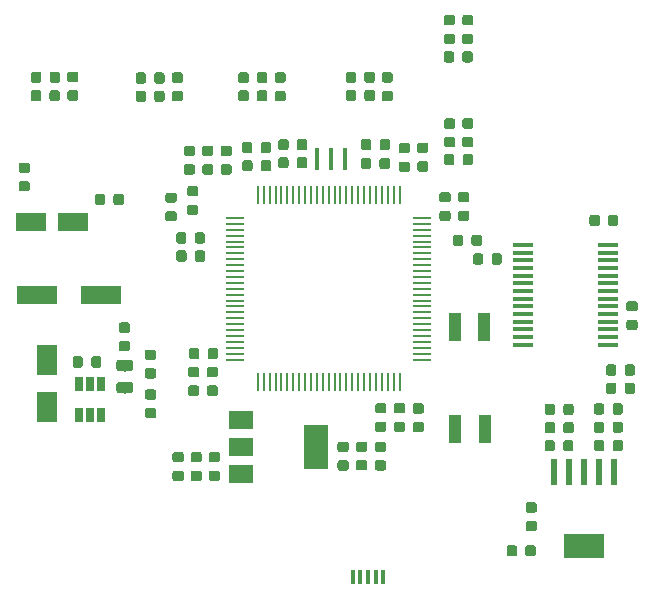
<source format=gbr>
G04 #@! TF.GenerationSoftware,KiCad,Pcbnew,(5.0.0)*
G04 #@! TF.CreationDate,2020-04-23T21:24:48+10:00*
G04 #@! TF.ProjectId,Classification and Contol Board,436C617373696669636174696F6E2061,rev?*
G04 #@! TF.SameCoordinates,Original*
G04 #@! TF.FileFunction,Paste,Top*
G04 #@! TF.FilePolarity,Positive*
%FSLAX46Y46*%
G04 Gerber Fmt 4.6, Leading zero omitted, Abs format (unit mm)*
G04 Created by KiCad (PCBNEW (5.0.0)) date 04/23/20 21:24:48*
%MOMM*%
%LPD*%
G01*
G04 APERTURE LIST*
%ADD10C,0.100000*%
%ADD11C,0.875000*%
%ADD12R,1.750000X0.450000*%
%ADD13R,0.280000X1.500000*%
%ADD14R,1.500000X0.280000*%
%ADD15R,2.600000X1.600000*%
%ADD16R,3.500000X1.600000*%
%ADD17R,0.450000X1.300000*%
%ADD18R,1.800000X2.500000*%
%ADD19C,0.975000*%
%ADD20R,2.000000X3.800000*%
%ADD21R,2.000000X1.500000*%
%ADD22R,0.600000X2.200000*%
%ADD23R,3.450000X2.150000*%
%ADD24R,0.650000X1.220000*%
%ADD25R,0.400000X1.900000*%
%ADD26R,1.130000X2.440000*%
G04 APERTURE END LIST*
D10*
G04 #@! TO.C,D1*
G36*
X126767691Y-100956053D02*
X126788926Y-100959203D01*
X126809750Y-100964419D01*
X126829962Y-100971651D01*
X126849368Y-100980830D01*
X126867781Y-100991866D01*
X126885024Y-101004654D01*
X126900930Y-101019070D01*
X126915346Y-101034976D01*
X126928134Y-101052219D01*
X126939170Y-101070632D01*
X126948349Y-101090038D01*
X126955581Y-101110250D01*
X126960797Y-101131074D01*
X126963947Y-101152309D01*
X126965000Y-101173750D01*
X126965000Y-101611250D01*
X126963947Y-101632691D01*
X126960797Y-101653926D01*
X126955581Y-101674750D01*
X126948349Y-101694962D01*
X126939170Y-101714368D01*
X126928134Y-101732781D01*
X126915346Y-101750024D01*
X126900930Y-101765930D01*
X126885024Y-101780346D01*
X126867781Y-101793134D01*
X126849368Y-101804170D01*
X126829962Y-101813349D01*
X126809750Y-101820581D01*
X126788926Y-101825797D01*
X126767691Y-101828947D01*
X126746250Y-101830000D01*
X126233750Y-101830000D01*
X126212309Y-101828947D01*
X126191074Y-101825797D01*
X126170250Y-101820581D01*
X126150038Y-101813349D01*
X126130632Y-101804170D01*
X126112219Y-101793134D01*
X126094976Y-101780346D01*
X126079070Y-101765930D01*
X126064654Y-101750024D01*
X126051866Y-101732781D01*
X126040830Y-101714368D01*
X126031651Y-101694962D01*
X126024419Y-101674750D01*
X126019203Y-101653926D01*
X126016053Y-101632691D01*
X126015000Y-101611250D01*
X126015000Y-101173750D01*
X126016053Y-101152309D01*
X126019203Y-101131074D01*
X126024419Y-101110250D01*
X126031651Y-101090038D01*
X126040830Y-101070632D01*
X126051866Y-101052219D01*
X126064654Y-101034976D01*
X126079070Y-101019070D01*
X126094976Y-101004654D01*
X126112219Y-100991866D01*
X126130632Y-100980830D01*
X126150038Y-100971651D01*
X126170250Y-100964419D01*
X126191074Y-100959203D01*
X126212309Y-100956053D01*
X126233750Y-100955000D01*
X126746250Y-100955000D01*
X126767691Y-100956053D01*
X126767691Y-100956053D01*
G37*
D11*
X126490000Y-101392500D03*
D10*
G36*
X126767691Y-102531053D02*
X126788926Y-102534203D01*
X126809750Y-102539419D01*
X126829962Y-102546651D01*
X126849368Y-102555830D01*
X126867781Y-102566866D01*
X126885024Y-102579654D01*
X126900930Y-102594070D01*
X126915346Y-102609976D01*
X126928134Y-102627219D01*
X126939170Y-102645632D01*
X126948349Y-102665038D01*
X126955581Y-102685250D01*
X126960797Y-102706074D01*
X126963947Y-102727309D01*
X126965000Y-102748750D01*
X126965000Y-103186250D01*
X126963947Y-103207691D01*
X126960797Y-103228926D01*
X126955581Y-103249750D01*
X126948349Y-103269962D01*
X126939170Y-103289368D01*
X126928134Y-103307781D01*
X126915346Y-103325024D01*
X126900930Y-103340930D01*
X126885024Y-103355346D01*
X126867781Y-103368134D01*
X126849368Y-103379170D01*
X126829962Y-103388349D01*
X126809750Y-103395581D01*
X126788926Y-103400797D01*
X126767691Y-103403947D01*
X126746250Y-103405000D01*
X126233750Y-103405000D01*
X126212309Y-103403947D01*
X126191074Y-103400797D01*
X126170250Y-103395581D01*
X126150038Y-103388349D01*
X126130632Y-103379170D01*
X126112219Y-103368134D01*
X126094976Y-103355346D01*
X126079070Y-103340930D01*
X126064654Y-103325024D01*
X126051866Y-103307781D01*
X126040830Y-103289368D01*
X126031651Y-103269962D01*
X126024419Y-103249750D01*
X126019203Y-103228926D01*
X126016053Y-103207691D01*
X126015000Y-103186250D01*
X126015000Y-102748750D01*
X126016053Y-102727309D01*
X126019203Y-102706074D01*
X126024419Y-102685250D01*
X126031651Y-102665038D01*
X126040830Y-102645632D01*
X126051866Y-102627219D01*
X126064654Y-102609976D01*
X126079070Y-102594070D01*
X126094976Y-102579654D01*
X126112219Y-102566866D01*
X126130632Y-102555830D01*
X126150038Y-102546651D01*
X126170250Y-102539419D01*
X126191074Y-102534203D01*
X126212309Y-102531053D01*
X126233750Y-102530000D01*
X126746250Y-102530000D01*
X126767691Y-102531053D01*
X126767691Y-102531053D01*
G37*
D11*
X126490000Y-102967500D03*
G04 #@! TD*
D10*
G04 #@! TO.C,R3*
G36*
X126747691Y-99171053D02*
X126768926Y-99174203D01*
X126789750Y-99179419D01*
X126809962Y-99186651D01*
X126829368Y-99195830D01*
X126847781Y-99206866D01*
X126865024Y-99219654D01*
X126880930Y-99234070D01*
X126895346Y-99249976D01*
X126908134Y-99267219D01*
X126919170Y-99285632D01*
X126928349Y-99305038D01*
X126935581Y-99325250D01*
X126940797Y-99346074D01*
X126943947Y-99367309D01*
X126945000Y-99388750D01*
X126945000Y-99826250D01*
X126943947Y-99847691D01*
X126940797Y-99868926D01*
X126935581Y-99889750D01*
X126928349Y-99909962D01*
X126919170Y-99929368D01*
X126908134Y-99947781D01*
X126895346Y-99965024D01*
X126880930Y-99980930D01*
X126865024Y-99995346D01*
X126847781Y-100008134D01*
X126829368Y-100019170D01*
X126809962Y-100028349D01*
X126789750Y-100035581D01*
X126768926Y-100040797D01*
X126747691Y-100043947D01*
X126726250Y-100045000D01*
X126213750Y-100045000D01*
X126192309Y-100043947D01*
X126171074Y-100040797D01*
X126150250Y-100035581D01*
X126130038Y-100028349D01*
X126110632Y-100019170D01*
X126092219Y-100008134D01*
X126074976Y-99995346D01*
X126059070Y-99980930D01*
X126044654Y-99965024D01*
X126031866Y-99947781D01*
X126020830Y-99929368D01*
X126011651Y-99909962D01*
X126004419Y-99889750D01*
X125999203Y-99868926D01*
X125996053Y-99847691D01*
X125995000Y-99826250D01*
X125995000Y-99388750D01*
X125996053Y-99367309D01*
X125999203Y-99346074D01*
X126004419Y-99325250D01*
X126011651Y-99305038D01*
X126020830Y-99285632D01*
X126031866Y-99267219D01*
X126044654Y-99249976D01*
X126059070Y-99234070D01*
X126074976Y-99219654D01*
X126092219Y-99206866D01*
X126110632Y-99195830D01*
X126130038Y-99186651D01*
X126150250Y-99179419D01*
X126171074Y-99174203D01*
X126192309Y-99171053D01*
X126213750Y-99170000D01*
X126726250Y-99170000D01*
X126747691Y-99171053D01*
X126747691Y-99171053D01*
G37*
D11*
X126470000Y-99607500D03*
D10*
G36*
X126747691Y-97596053D02*
X126768926Y-97599203D01*
X126789750Y-97604419D01*
X126809962Y-97611651D01*
X126829368Y-97620830D01*
X126847781Y-97631866D01*
X126865024Y-97644654D01*
X126880930Y-97659070D01*
X126895346Y-97674976D01*
X126908134Y-97692219D01*
X126919170Y-97710632D01*
X126928349Y-97730038D01*
X126935581Y-97750250D01*
X126940797Y-97771074D01*
X126943947Y-97792309D01*
X126945000Y-97813750D01*
X126945000Y-98251250D01*
X126943947Y-98272691D01*
X126940797Y-98293926D01*
X126935581Y-98314750D01*
X126928349Y-98334962D01*
X126919170Y-98354368D01*
X126908134Y-98372781D01*
X126895346Y-98390024D01*
X126880930Y-98405930D01*
X126865024Y-98420346D01*
X126847781Y-98433134D01*
X126829368Y-98444170D01*
X126809962Y-98453349D01*
X126789750Y-98460581D01*
X126768926Y-98465797D01*
X126747691Y-98468947D01*
X126726250Y-98470000D01*
X126213750Y-98470000D01*
X126192309Y-98468947D01*
X126171074Y-98465797D01*
X126150250Y-98460581D01*
X126130038Y-98453349D01*
X126110632Y-98444170D01*
X126092219Y-98433134D01*
X126074976Y-98420346D01*
X126059070Y-98405930D01*
X126044654Y-98390024D01*
X126031866Y-98372781D01*
X126020830Y-98354368D01*
X126011651Y-98334962D01*
X126004419Y-98314750D01*
X125999203Y-98293926D01*
X125996053Y-98272691D01*
X125995000Y-98251250D01*
X125995000Y-97813750D01*
X125996053Y-97792309D01*
X125999203Y-97771074D01*
X126004419Y-97750250D01*
X126011651Y-97730038D01*
X126020830Y-97710632D01*
X126031866Y-97692219D01*
X126044654Y-97674976D01*
X126059070Y-97659070D01*
X126074976Y-97644654D01*
X126092219Y-97631866D01*
X126110632Y-97620830D01*
X126130038Y-97611651D01*
X126150250Y-97604419D01*
X126171074Y-97599203D01*
X126192309Y-97596053D01*
X126213750Y-97595000D01*
X126726250Y-97595000D01*
X126747691Y-97596053D01*
X126747691Y-97596053D01*
G37*
D11*
X126470000Y-98032500D03*
G04 #@! TD*
D12*
G04 #@! TO.C,U4*
X165190000Y-88725000D03*
X165190000Y-89375000D03*
X165190000Y-90025000D03*
X165190000Y-90675000D03*
X165190000Y-91325000D03*
X165190000Y-91975000D03*
X165190000Y-92625000D03*
X165190000Y-93275000D03*
X165190000Y-93925000D03*
X165190000Y-94575000D03*
X165190000Y-95225000D03*
X165190000Y-95875000D03*
X165190000Y-96525000D03*
X165190000Y-97175000D03*
X157990000Y-97175000D03*
X157990000Y-96525000D03*
X157990000Y-95875000D03*
X157990000Y-95225000D03*
X157990000Y-94575000D03*
X157990000Y-93925000D03*
X157990000Y-93275000D03*
X157990000Y-92625000D03*
X157990000Y-91975000D03*
X157990000Y-91325000D03*
X157990000Y-90675000D03*
X157990000Y-90025000D03*
X157990000Y-89375000D03*
X157990000Y-88725000D03*
G04 #@! TD*
D13*
G04 #@! TO.C,U2*
X147570000Y-84540000D03*
X147070000Y-84540000D03*
X146570000Y-84540000D03*
X146070000Y-84540000D03*
X145570000Y-84540000D03*
X145070000Y-84540000D03*
X144570000Y-84540000D03*
X144070000Y-84540000D03*
X143570000Y-84540000D03*
X143070000Y-84540000D03*
X142570000Y-84540000D03*
X142070000Y-84540000D03*
X141570000Y-84540000D03*
X141070000Y-84540000D03*
X140570000Y-84540000D03*
X140070000Y-84540000D03*
X139570000Y-84540000D03*
X139070000Y-84540000D03*
X138570000Y-84540000D03*
X138070000Y-84540000D03*
X137570000Y-84540000D03*
X137070000Y-84540000D03*
X136570000Y-84540000D03*
X136070000Y-84540000D03*
X135570000Y-84540000D03*
D14*
X133670000Y-86440000D03*
X133670000Y-86940000D03*
X133670000Y-87440000D03*
X133670000Y-87940000D03*
X133670000Y-88440000D03*
X133670000Y-88940000D03*
X133670000Y-89440000D03*
X133670000Y-89940000D03*
X133670000Y-90440000D03*
X133670000Y-90940000D03*
X133670000Y-91440000D03*
X133670000Y-91940000D03*
X133670000Y-92440000D03*
X133670000Y-92940000D03*
X133670000Y-93440000D03*
X133670000Y-93940000D03*
X133670000Y-94440000D03*
X133670000Y-94940000D03*
X133670000Y-95440000D03*
X133670000Y-95940000D03*
X133670000Y-96440000D03*
X133670000Y-96940000D03*
X133670000Y-97440000D03*
X133670000Y-97940000D03*
X133670000Y-98440000D03*
D13*
X135570000Y-100340000D03*
X136070000Y-100340000D03*
X136570000Y-100340000D03*
X137070000Y-100340000D03*
X137570000Y-100340000D03*
X138070000Y-100340000D03*
X138570000Y-100340000D03*
X139070000Y-100340000D03*
X139570000Y-100340000D03*
X140070000Y-100340000D03*
X140570000Y-100340000D03*
X141070000Y-100340000D03*
X141570000Y-100340000D03*
X142070000Y-100340000D03*
X142570000Y-100340000D03*
X143070000Y-100340000D03*
X143570000Y-100340000D03*
X144070000Y-100340000D03*
X144570000Y-100340000D03*
X145070000Y-100340000D03*
X145570000Y-100340000D03*
X146070000Y-100340000D03*
X146570000Y-100340000D03*
X147070000Y-100340000D03*
X147570000Y-100340000D03*
D14*
X149470000Y-98440000D03*
X149470000Y-97940000D03*
X149470000Y-97440000D03*
X149470000Y-96940000D03*
X149470000Y-96440000D03*
X149470000Y-95940000D03*
X149470000Y-95440000D03*
X149470000Y-94940000D03*
X149470000Y-94440000D03*
X149470000Y-93940000D03*
X149470000Y-93440000D03*
X149470000Y-92940000D03*
X149470000Y-92440000D03*
X149470000Y-91940000D03*
X149470000Y-91440000D03*
X149470000Y-90940000D03*
X149470000Y-90440000D03*
X149470000Y-89940000D03*
X149470000Y-89440000D03*
X149470000Y-88940000D03*
X149470000Y-88440000D03*
X149470000Y-87940000D03*
X149470000Y-87440000D03*
X149470000Y-86940000D03*
X149470000Y-86440000D03*
G04 #@! TD*
D10*
G04 #@! TO.C,C20*
G36*
X130627691Y-107841053D02*
X130648926Y-107844203D01*
X130669750Y-107849419D01*
X130689962Y-107856651D01*
X130709368Y-107865830D01*
X130727781Y-107876866D01*
X130745024Y-107889654D01*
X130760930Y-107904070D01*
X130775346Y-107919976D01*
X130788134Y-107937219D01*
X130799170Y-107955632D01*
X130808349Y-107975038D01*
X130815581Y-107995250D01*
X130820797Y-108016074D01*
X130823947Y-108037309D01*
X130825000Y-108058750D01*
X130825000Y-108496250D01*
X130823947Y-108517691D01*
X130820797Y-108538926D01*
X130815581Y-108559750D01*
X130808349Y-108579962D01*
X130799170Y-108599368D01*
X130788134Y-108617781D01*
X130775346Y-108635024D01*
X130760930Y-108650930D01*
X130745024Y-108665346D01*
X130727781Y-108678134D01*
X130709368Y-108689170D01*
X130689962Y-108698349D01*
X130669750Y-108705581D01*
X130648926Y-108710797D01*
X130627691Y-108713947D01*
X130606250Y-108715000D01*
X130093750Y-108715000D01*
X130072309Y-108713947D01*
X130051074Y-108710797D01*
X130030250Y-108705581D01*
X130010038Y-108698349D01*
X129990632Y-108689170D01*
X129972219Y-108678134D01*
X129954976Y-108665346D01*
X129939070Y-108650930D01*
X129924654Y-108635024D01*
X129911866Y-108617781D01*
X129900830Y-108599368D01*
X129891651Y-108579962D01*
X129884419Y-108559750D01*
X129879203Y-108538926D01*
X129876053Y-108517691D01*
X129875000Y-108496250D01*
X129875000Y-108058750D01*
X129876053Y-108037309D01*
X129879203Y-108016074D01*
X129884419Y-107995250D01*
X129891651Y-107975038D01*
X129900830Y-107955632D01*
X129911866Y-107937219D01*
X129924654Y-107919976D01*
X129939070Y-107904070D01*
X129954976Y-107889654D01*
X129972219Y-107876866D01*
X129990632Y-107865830D01*
X130010038Y-107856651D01*
X130030250Y-107849419D01*
X130051074Y-107844203D01*
X130072309Y-107841053D01*
X130093750Y-107840000D01*
X130606250Y-107840000D01*
X130627691Y-107841053D01*
X130627691Y-107841053D01*
G37*
D11*
X130350000Y-108277500D03*
D10*
G36*
X130627691Y-106266053D02*
X130648926Y-106269203D01*
X130669750Y-106274419D01*
X130689962Y-106281651D01*
X130709368Y-106290830D01*
X130727781Y-106301866D01*
X130745024Y-106314654D01*
X130760930Y-106329070D01*
X130775346Y-106344976D01*
X130788134Y-106362219D01*
X130799170Y-106380632D01*
X130808349Y-106400038D01*
X130815581Y-106420250D01*
X130820797Y-106441074D01*
X130823947Y-106462309D01*
X130825000Y-106483750D01*
X130825000Y-106921250D01*
X130823947Y-106942691D01*
X130820797Y-106963926D01*
X130815581Y-106984750D01*
X130808349Y-107004962D01*
X130799170Y-107024368D01*
X130788134Y-107042781D01*
X130775346Y-107060024D01*
X130760930Y-107075930D01*
X130745024Y-107090346D01*
X130727781Y-107103134D01*
X130709368Y-107114170D01*
X130689962Y-107123349D01*
X130669750Y-107130581D01*
X130648926Y-107135797D01*
X130627691Y-107138947D01*
X130606250Y-107140000D01*
X130093750Y-107140000D01*
X130072309Y-107138947D01*
X130051074Y-107135797D01*
X130030250Y-107130581D01*
X130010038Y-107123349D01*
X129990632Y-107114170D01*
X129972219Y-107103134D01*
X129954976Y-107090346D01*
X129939070Y-107075930D01*
X129924654Y-107060024D01*
X129911866Y-107042781D01*
X129900830Y-107024368D01*
X129891651Y-107004962D01*
X129884419Y-106984750D01*
X129879203Y-106963926D01*
X129876053Y-106942691D01*
X129875000Y-106921250D01*
X129875000Y-106483750D01*
X129876053Y-106462309D01*
X129879203Y-106441074D01*
X129884419Y-106420250D01*
X129891651Y-106400038D01*
X129900830Y-106380632D01*
X129911866Y-106362219D01*
X129924654Y-106344976D01*
X129939070Y-106329070D01*
X129954976Y-106314654D01*
X129972219Y-106301866D01*
X129990632Y-106290830D01*
X130010038Y-106281651D01*
X130030250Y-106274419D01*
X130051074Y-106269203D01*
X130072309Y-106266053D01*
X130093750Y-106265000D01*
X130606250Y-106265000D01*
X130627691Y-106266053D01*
X130627691Y-106266053D01*
G37*
D11*
X130350000Y-106702500D03*
G04 #@! TD*
D15*
G04 #@! TO.C,C55*
X119960000Y-86830000D03*
X116360000Y-86830000D03*
G04 #@! TD*
D16*
G04 #@! TO.C,C53*
X116900000Y-92970000D03*
X122300000Y-92970000D03*
G04 #@! TD*
D10*
G04 #@! TO.C,C9*
G36*
X144992691Y-79766053D02*
X145013926Y-79769203D01*
X145034750Y-79774419D01*
X145054962Y-79781651D01*
X145074368Y-79790830D01*
X145092781Y-79801866D01*
X145110024Y-79814654D01*
X145125930Y-79829070D01*
X145140346Y-79844976D01*
X145153134Y-79862219D01*
X145164170Y-79880632D01*
X145173349Y-79900038D01*
X145180581Y-79920250D01*
X145185797Y-79941074D01*
X145188947Y-79962309D01*
X145190000Y-79983750D01*
X145190000Y-80496250D01*
X145188947Y-80517691D01*
X145185797Y-80538926D01*
X145180581Y-80559750D01*
X145173349Y-80579962D01*
X145164170Y-80599368D01*
X145153134Y-80617781D01*
X145140346Y-80635024D01*
X145125930Y-80650930D01*
X145110024Y-80665346D01*
X145092781Y-80678134D01*
X145074368Y-80689170D01*
X145054962Y-80698349D01*
X145034750Y-80705581D01*
X145013926Y-80710797D01*
X144992691Y-80713947D01*
X144971250Y-80715000D01*
X144533750Y-80715000D01*
X144512309Y-80713947D01*
X144491074Y-80710797D01*
X144470250Y-80705581D01*
X144450038Y-80698349D01*
X144430632Y-80689170D01*
X144412219Y-80678134D01*
X144394976Y-80665346D01*
X144379070Y-80650930D01*
X144364654Y-80635024D01*
X144351866Y-80617781D01*
X144340830Y-80599368D01*
X144331651Y-80579962D01*
X144324419Y-80559750D01*
X144319203Y-80538926D01*
X144316053Y-80517691D01*
X144315000Y-80496250D01*
X144315000Y-79983750D01*
X144316053Y-79962309D01*
X144319203Y-79941074D01*
X144324419Y-79920250D01*
X144331651Y-79900038D01*
X144340830Y-79880632D01*
X144351866Y-79862219D01*
X144364654Y-79844976D01*
X144379070Y-79829070D01*
X144394976Y-79814654D01*
X144412219Y-79801866D01*
X144430632Y-79790830D01*
X144450038Y-79781651D01*
X144470250Y-79774419D01*
X144491074Y-79769203D01*
X144512309Y-79766053D01*
X144533750Y-79765000D01*
X144971250Y-79765000D01*
X144992691Y-79766053D01*
X144992691Y-79766053D01*
G37*
D11*
X144752500Y-80240000D03*
D10*
G36*
X146567691Y-79766053D02*
X146588926Y-79769203D01*
X146609750Y-79774419D01*
X146629962Y-79781651D01*
X146649368Y-79790830D01*
X146667781Y-79801866D01*
X146685024Y-79814654D01*
X146700930Y-79829070D01*
X146715346Y-79844976D01*
X146728134Y-79862219D01*
X146739170Y-79880632D01*
X146748349Y-79900038D01*
X146755581Y-79920250D01*
X146760797Y-79941074D01*
X146763947Y-79962309D01*
X146765000Y-79983750D01*
X146765000Y-80496250D01*
X146763947Y-80517691D01*
X146760797Y-80538926D01*
X146755581Y-80559750D01*
X146748349Y-80579962D01*
X146739170Y-80599368D01*
X146728134Y-80617781D01*
X146715346Y-80635024D01*
X146700930Y-80650930D01*
X146685024Y-80665346D01*
X146667781Y-80678134D01*
X146649368Y-80689170D01*
X146629962Y-80698349D01*
X146609750Y-80705581D01*
X146588926Y-80710797D01*
X146567691Y-80713947D01*
X146546250Y-80715000D01*
X146108750Y-80715000D01*
X146087309Y-80713947D01*
X146066074Y-80710797D01*
X146045250Y-80705581D01*
X146025038Y-80698349D01*
X146005632Y-80689170D01*
X145987219Y-80678134D01*
X145969976Y-80665346D01*
X145954070Y-80650930D01*
X145939654Y-80635024D01*
X145926866Y-80617781D01*
X145915830Y-80599368D01*
X145906651Y-80579962D01*
X145899419Y-80559750D01*
X145894203Y-80538926D01*
X145891053Y-80517691D01*
X145890000Y-80496250D01*
X145890000Y-79983750D01*
X145891053Y-79962309D01*
X145894203Y-79941074D01*
X145899419Y-79920250D01*
X145906651Y-79900038D01*
X145915830Y-79880632D01*
X145926866Y-79862219D01*
X145939654Y-79844976D01*
X145954070Y-79829070D01*
X145969976Y-79814654D01*
X145987219Y-79801866D01*
X146005632Y-79790830D01*
X146025038Y-79781651D01*
X146045250Y-79774419D01*
X146066074Y-79769203D01*
X146087309Y-79766053D01*
X146108750Y-79765000D01*
X146546250Y-79765000D01*
X146567691Y-79766053D01*
X146567691Y-79766053D01*
G37*
D11*
X146327500Y-80240000D03*
G04 #@! TD*
D10*
G04 #@! TO.C,C41*
G36*
X133167691Y-80326053D02*
X133188926Y-80329203D01*
X133209750Y-80334419D01*
X133229962Y-80341651D01*
X133249368Y-80350830D01*
X133267781Y-80361866D01*
X133285024Y-80374654D01*
X133300930Y-80389070D01*
X133315346Y-80404976D01*
X133328134Y-80422219D01*
X133339170Y-80440632D01*
X133348349Y-80460038D01*
X133355581Y-80480250D01*
X133360797Y-80501074D01*
X133363947Y-80522309D01*
X133365000Y-80543750D01*
X133365000Y-80981250D01*
X133363947Y-81002691D01*
X133360797Y-81023926D01*
X133355581Y-81044750D01*
X133348349Y-81064962D01*
X133339170Y-81084368D01*
X133328134Y-81102781D01*
X133315346Y-81120024D01*
X133300930Y-81135930D01*
X133285024Y-81150346D01*
X133267781Y-81163134D01*
X133249368Y-81174170D01*
X133229962Y-81183349D01*
X133209750Y-81190581D01*
X133188926Y-81195797D01*
X133167691Y-81198947D01*
X133146250Y-81200000D01*
X132633750Y-81200000D01*
X132612309Y-81198947D01*
X132591074Y-81195797D01*
X132570250Y-81190581D01*
X132550038Y-81183349D01*
X132530632Y-81174170D01*
X132512219Y-81163134D01*
X132494976Y-81150346D01*
X132479070Y-81135930D01*
X132464654Y-81120024D01*
X132451866Y-81102781D01*
X132440830Y-81084368D01*
X132431651Y-81064962D01*
X132424419Y-81044750D01*
X132419203Y-81023926D01*
X132416053Y-81002691D01*
X132415000Y-80981250D01*
X132415000Y-80543750D01*
X132416053Y-80522309D01*
X132419203Y-80501074D01*
X132424419Y-80480250D01*
X132431651Y-80460038D01*
X132440830Y-80440632D01*
X132451866Y-80422219D01*
X132464654Y-80404976D01*
X132479070Y-80389070D01*
X132494976Y-80374654D01*
X132512219Y-80361866D01*
X132530632Y-80350830D01*
X132550038Y-80341651D01*
X132570250Y-80334419D01*
X132591074Y-80329203D01*
X132612309Y-80326053D01*
X132633750Y-80325000D01*
X133146250Y-80325000D01*
X133167691Y-80326053D01*
X133167691Y-80326053D01*
G37*
D11*
X132890000Y-80762500D03*
D10*
G36*
X133167691Y-81901053D02*
X133188926Y-81904203D01*
X133209750Y-81909419D01*
X133229962Y-81916651D01*
X133249368Y-81925830D01*
X133267781Y-81936866D01*
X133285024Y-81949654D01*
X133300930Y-81964070D01*
X133315346Y-81979976D01*
X133328134Y-81997219D01*
X133339170Y-82015632D01*
X133348349Y-82035038D01*
X133355581Y-82055250D01*
X133360797Y-82076074D01*
X133363947Y-82097309D01*
X133365000Y-82118750D01*
X133365000Y-82556250D01*
X133363947Y-82577691D01*
X133360797Y-82598926D01*
X133355581Y-82619750D01*
X133348349Y-82639962D01*
X133339170Y-82659368D01*
X133328134Y-82677781D01*
X133315346Y-82695024D01*
X133300930Y-82710930D01*
X133285024Y-82725346D01*
X133267781Y-82738134D01*
X133249368Y-82749170D01*
X133229962Y-82758349D01*
X133209750Y-82765581D01*
X133188926Y-82770797D01*
X133167691Y-82773947D01*
X133146250Y-82775000D01*
X132633750Y-82775000D01*
X132612309Y-82773947D01*
X132591074Y-82770797D01*
X132570250Y-82765581D01*
X132550038Y-82758349D01*
X132530632Y-82749170D01*
X132512219Y-82738134D01*
X132494976Y-82725346D01*
X132479070Y-82710930D01*
X132464654Y-82695024D01*
X132451866Y-82677781D01*
X132440830Y-82659368D01*
X132431651Y-82639962D01*
X132424419Y-82619750D01*
X132419203Y-82598926D01*
X132416053Y-82577691D01*
X132415000Y-82556250D01*
X132415000Y-82118750D01*
X132416053Y-82097309D01*
X132419203Y-82076074D01*
X132424419Y-82055250D01*
X132431651Y-82035038D01*
X132440830Y-82015632D01*
X132451866Y-81997219D01*
X132464654Y-81979976D01*
X132479070Y-81964070D01*
X132494976Y-81949654D01*
X132512219Y-81936866D01*
X132530632Y-81925830D01*
X132550038Y-81916651D01*
X132570250Y-81909419D01*
X132591074Y-81904203D01*
X132612309Y-81901053D01*
X132633750Y-81900000D01*
X133146250Y-81900000D01*
X133167691Y-81901053D01*
X133167691Y-81901053D01*
G37*
D11*
X132890000Y-82337500D03*
G04 #@! TD*
D10*
G04 #@! TO.C,C46*
G36*
X144635134Y-106950810D02*
X144656369Y-106953960D01*
X144677193Y-106959176D01*
X144697405Y-106966408D01*
X144716811Y-106975587D01*
X144735224Y-106986623D01*
X144752467Y-106999411D01*
X144768373Y-107013827D01*
X144782789Y-107029733D01*
X144795577Y-107046976D01*
X144806613Y-107065389D01*
X144815792Y-107084795D01*
X144823024Y-107105007D01*
X144828240Y-107125831D01*
X144831390Y-107147066D01*
X144832443Y-107168507D01*
X144832443Y-107606007D01*
X144831390Y-107627448D01*
X144828240Y-107648683D01*
X144823024Y-107669507D01*
X144815792Y-107689719D01*
X144806613Y-107709125D01*
X144795577Y-107727538D01*
X144782789Y-107744781D01*
X144768373Y-107760687D01*
X144752467Y-107775103D01*
X144735224Y-107787891D01*
X144716811Y-107798927D01*
X144697405Y-107808106D01*
X144677193Y-107815338D01*
X144656369Y-107820554D01*
X144635134Y-107823704D01*
X144613693Y-107824757D01*
X144101193Y-107824757D01*
X144079752Y-107823704D01*
X144058517Y-107820554D01*
X144037693Y-107815338D01*
X144017481Y-107808106D01*
X143998075Y-107798927D01*
X143979662Y-107787891D01*
X143962419Y-107775103D01*
X143946513Y-107760687D01*
X143932097Y-107744781D01*
X143919309Y-107727538D01*
X143908273Y-107709125D01*
X143899094Y-107689719D01*
X143891862Y-107669507D01*
X143886646Y-107648683D01*
X143883496Y-107627448D01*
X143882443Y-107606007D01*
X143882443Y-107168507D01*
X143883496Y-107147066D01*
X143886646Y-107125831D01*
X143891862Y-107105007D01*
X143899094Y-107084795D01*
X143908273Y-107065389D01*
X143919309Y-107046976D01*
X143932097Y-107029733D01*
X143946513Y-107013827D01*
X143962419Y-106999411D01*
X143979662Y-106986623D01*
X143998075Y-106975587D01*
X144017481Y-106966408D01*
X144037693Y-106959176D01*
X144058517Y-106953960D01*
X144079752Y-106950810D01*
X144101193Y-106949757D01*
X144613693Y-106949757D01*
X144635134Y-106950810D01*
X144635134Y-106950810D01*
G37*
D11*
X144357443Y-107387257D03*
D10*
G36*
X144635134Y-105375810D02*
X144656369Y-105378960D01*
X144677193Y-105384176D01*
X144697405Y-105391408D01*
X144716811Y-105400587D01*
X144735224Y-105411623D01*
X144752467Y-105424411D01*
X144768373Y-105438827D01*
X144782789Y-105454733D01*
X144795577Y-105471976D01*
X144806613Y-105490389D01*
X144815792Y-105509795D01*
X144823024Y-105530007D01*
X144828240Y-105550831D01*
X144831390Y-105572066D01*
X144832443Y-105593507D01*
X144832443Y-106031007D01*
X144831390Y-106052448D01*
X144828240Y-106073683D01*
X144823024Y-106094507D01*
X144815792Y-106114719D01*
X144806613Y-106134125D01*
X144795577Y-106152538D01*
X144782789Y-106169781D01*
X144768373Y-106185687D01*
X144752467Y-106200103D01*
X144735224Y-106212891D01*
X144716811Y-106223927D01*
X144697405Y-106233106D01*
X144677193Y-106240338D01*
X144656369Y-106245554D01*
X144635134Y-106248704D01*
X144613693Y-106249757D01*
X144101193Y-106249757D01*
X144079752Y-106248704D01*
X144058517Y-106245554D01*
X144037693Y-106240338D01*
X144017481Y-106233106D01*
X143998075Y-106223927D01*
X143979662Y-106212891D01*
X143962419Y-106200103D01*
X143946513Y-106185687D01*
X143932097Y-106169781D01*
X143919309Y-106152538D01*
X143908273Y-106134125D01*
X143899094Y-106114719D01*
X143891862Y-106094507D01*
X143886646Y-106073683D01*
X143883496Y-106052448D01*
X143882443Y-106031007D01*
X143882443Y-105593507D01*
X143883496Y-105572066D01*
X143886646Y-105550831D01*
X143891862Y-105530007D01*
X143899094Y-105509795D01*
X143908273Y-105490389D01*
X143919309Y-105471976D01*
X143932097Y-105454733D01*
X143946513Y-105438827D01*
X143962419Y-105424411D01*
X143979662Y-105411623D01*
X143998075Y-105400587D01*
X144017481Y-105391408D01*
X144037693Y-105384176D01*
X144058517Y-105378960D01*
X144079752Y-105375810D01*
X144101193Y-105374757D01*
X144613693Y-105374757D01*
X144635134Y-105375810D01*
X144635134Y-105375810D01*
G37*
D11*
X144357443Y-105812257D03*
G04 #@! TD*
D10*
G04 #@! TO.C,C39*
G36*
X131607691Y-81901053D02*
X131628926Y-81904203D01*
X131649750Y-81909419D01*
X131669962Y-81916651D01*
X131689368Y-81925830D01*
X131707781Y-81936866D01*
X131725024Y-81949654D01*
X131740930Y-81964070D01*
X131755346Y-81979976D01*
X131768134Y-81997219D01*
X131779170Y-82015632D01*
X131788349Y-82035038D01*
X131795581Y-82055250D01*
X131800797Y-82076074D01*
X131803947Y-82097309D01*
X131805000Y-82118750D01*
X131805000Y-82556250D01*
X131803947Y-82577691D01*
X131800797Y-82598926D01*
X131795581Y-82619750D01*
X131788349Y-82639962D01*
X131779170Y-82659368D01*
X131768134Y-82677781D01*
X131755346Y-82695024D01*
X131740930Y-82710930D01*
X131725024Y-82725346D01*
X131707781Y-82738134D01*
X131689368Y-82749170D01*
X131669962Y-82758349D01*
X131649750Y-82765581D01*
X131628926Y-82770797D01*
X131607691Y-82773947D01*
X131586250Y-82775000D01*
X131073750Y-82775000D01*
X131052309Y-82773947D01*
X131031074Y-82770797D01*
X131010250Y-82765581D01*
X130990038Y-82758349D01*
X130970632Y-82749170D01*
X130952219Y-82738134D01*
X130934976Y-82725346D01*
X130919070Y-82710930D01*
X130904654Y-82695024D01*
X130891866Y-82677781D01*
X130880830Y-82659368D01*
X130871651Y-82639962D01*
X130864419Y-82619750D01*
X130859203Y-82598926D01*
X130856053Y-82577691D01*
X130855000Y-82556250D01*
X130855000Y-82118750D01*
X130856053Y-82097309D01*
X130859203Y-82076074D01*
X130864419Y-82055250D01*
X130871651Y-82035038D01*
X130880830Y-82015632D01*
X130891866Y-81997219D01*
X130904654Y-81979976D01*
X130919070Y-81964070D01*
X130934976Y-81949654D01*
X130952219Y-81936866D01*
X130970632Y-81925830D01*
X130990038Y-81916651D01*
X131010250Y-81909419D01*
X131031074Y-81904203D01*
X131052309Y-81901053D01*
X131073750Y-81900000D01*
X131586250Y-81900000D01*
X131607691Y-81901053D01*
X131607691Y-81901053D01*
G37*
D11*
X131330000Y-82337500D03*
D10*
G36*
X131607691Y-80326053D02*
X131628926Y-80329203D01*
X131649750Y-80334419D01*
X131669962Y-80341651D01*
X131689368Y-80350830D01*
X131707781Y-80361866D01*
X131725024Y-80374654D01*
X131740930Y-80389070D01*
X131755346Y-80404976D01*
X131768134Y-80422219D01*
X131779170Y-80440632D01*
X131788349Y-80460038D01*
X131795581Y-80480250D01*
X131800797Y-80501074D01*
X131803947Y-80522309D01*
X131805000Y-80543750D01*
X131805000Y-80981250D01*
X131803947Y-81002691D01*
X131800797Y-81023926D01*
X131795581Y-81044750D01*
X131788349Y-81064962D01*
X131779170Y-81084368D01*
X131768134Y-81102781D01*
X131755346Y-81120024D01*
X131740930Y-81135930D01*
X131725024Y-81150346D01*
X131707781Y-81163134D01*
X131689368Y-81174170D01*
X131669962Y-81183349D01*
X131649750Y-81190581D01*
X131628926Y-81195797D01*
X131607691Y-81198947D01*
X131586250Y-81200000D01*
X131073750Y-81200000D01*
X131052309Y-81198947D01*
X131031074Y-81195797D01*
X131010250Y-81190581D01*
X130990038Y-81183349D01*
X130970632Y-81174170D01*
X130952219Y-81163134D01*
X130934976Y-81150346D01*
X130919070Y-81135930D01*
X130904654Y-81120024D01*
X130891866Y-81102781D01*
X130880830Y-81084368D01*
X130871651Y-81064962D01*
X130864419Y-81044750D01*
X130859203Y-81023926D01*
X130856053Y-81002691D01*
X130855000Y-80981250D01*
X130855000Y-80543750D01*
X130856053Y-80522309D01*
X130859203Y-80501074D01*
X130864419Y-80480250D01*
X130871651Y-80460038D01*
X130880830Y-80440632D01*
X130891866Y-80422219D01*
X130904654Y-80404976D01*
X130919070Y-80389070D01*
X130934976Y-80374654D01*
X130952219Y-80361866D01*
X130970632Y-80350830D01*
X130990038Y-80341651D01*
X131010250Y-80334419D01*
X131031074Y-80329203D01*
X131052309Y-80326053D01*
X131073750Y-80325000D01*
X131586250Y-80325000D01*
X131607691Y-80326053D01*
X131607691Y-80326053D01*
G37*
D11*
X131330000Y-80762500D03*
G04 #@! TD*
D10*
G04 #@! TO.C,C47*
G36*
X146225134Y-106960810D02*
X146246369Y-106963960D01*
X146267193Y-106969176D01*
X146287405Y-106976408D01*
X146306811Y-106985587D01*
X146325224Y-106996623D01*
X146342467Y-107009411D01*
X146358373Y-107023827D01*
X146372789Y-107039733D01*
X146385577Y-107056976D01*
X146396613Y-107075389D01*
X146405792Y-107094795D01*
X146413024Y-107115007D01*
X146418240Y-107135831D01*
X146421390Y-107157066D01*
X146422443Y-107178507D01*
X146422443Y-107616007D01*
X146421390Y-107637448D01*
X146418240Y-107658683D01*
X146413024Y-107679507D01*
X146405792Y-107699719D01*
X146396613Y-107719125D01*
X146385577Y-107737538D01*
X146372789Y-107754781D01*
X146358373Y-107770687D01*
X146342467Y-107785103D01*
X146325224Y-107797891D01*
X146306811Y-107808927D01*
X146287405Y-107818106D01*
X146267193Y-107825338D01*
X146246369Y-107830554D01*
X146225134Y-107833704D01*
X146203693Y-107834757D01*
X145691193Y-107834757D01*
X145669752Y-107833704D01*
X145648517Y-107830554D01*
X145627693Y-107825338D01*
X145607481Y-107818106D01*
X145588075Y-107808927D01*
X145569662Y-107797891D01*
X145552419Y-107785103D01*
X145536513Y-107770687D01*
X145522097Y-107754781D01*
X145509309Y-107737538D01*
X145498273Y-107719125D01*
X145489094Y-107699719D01*
X145481862Y-107679507D01*
X145476646Y-107658683D01*
X145473496Y-107637448D01*
X145472443Y-107616007D01*
X145472443Y-107178507D01*
X145473496Y-107157066D01*
X145476646Y-107135831D01*
X145481862Y-107115007D01*
X145489094Y-107094795D01*
X145498273Y-107075389D01*
X145509309Y-107056976D01*
X145522097Y-107039733D01*
X145536513Y-107023827D01*
X145552419Y-107009411D01*
X145569662Y-106996623D01*
X145588075Y-106985587D01*
X145607481Y-106976408D01*
X145627693Y-106969176D01*
X145648517Y-106963960D01*
X145669752Y-106960810D01*
X145691193Y-106959757D01*
X146203693Y-106959757D01*
X146225134Y-106960810D01*
X146225134Y-106960810D01*
G37*
D11*
X145947443Y-107397257D03*
D10*
G36*
X146225134Y-105385810D02*
X146246369Y-105388960D01*
X146267193Y-105394176D01*
X146287405Y-105401408D01*
X146306811Y-105410587D01*
X146325224Y-105421623D01*
X146342467Y-105434411D01*
X146358373Y-105448827D01*
X146372789Y-105464733D01*
X146385577Y-105481976D01*
X146396613Y-105500389D01*
X146405792Y-105519795D01*
X146413024Y-105540007D01*
X146418240Y-105560831D01*
X146421390Y-105582066D01*
X146422443Y-105603507D01*
X146422443Y-106041007D01*
X146421390Y-106062448D01*
X146418240Y-106083683D01*
X146413024Y-106104507D01*
X146405792Y-106124719D01*
X146396613Y-106144125D01*
X146385577Y-106162538D01*
X146372789Y-106179781D01*
X146358373Y-106195687D01*
X146342467Y-106210103D01*
X146325224Y-106222891D01*
X146306811Y-106233927D01*
X146287405Y-106243106D01*
X146267193Y-106250338D01*
X146246369Y-106255554D01*
X146225134Y-106258704D01*
X146203693Y-106259757D01*
X145691193Y-106259757D01*
X145669752Y-106258704D01*
X145648517Y-106255554D01*
X145627693Y-106250338D01*
X145607481Y-106243106D01*
X145588075Y-106233927D01*
X145569662Y-106222891D01*
X145552419Y-106210103D01*
X145536513Y-106195687D01*
X145522097Y-106179781D01*
X145509309Y-106162538D01*
X145498273Y-106144125D01*
X145489094Y-106124719D01*
X145481862Y-106104507D01*
X145476646Y-106083683D01*
X145473496Y-106062448D01*
X145472443Y-106041007D01*
X145472443Y-105603507D01*
X145473496Y-105582066D01*
X145476646Y-105560831D01*
X145481862Y-105540007D01*
X145489094Y-105519795D01*
X145498273Y-105500389D01*
X145509309Y-105481976D01*
X145522097Y-105464733D01*
X145536513Y-105448827D01*
X145552419Y-105434411D01*
X145569662Y-105421623D01*
X145588075Y-105410587D01*
X145607481Y-105401408D01*
X145627693Y-105394176D01*
X145648517Y-105388960D01*
X145669752Y-105385810D01*
X145691193Y-105384757D01*
X146203693Y-105384757D01*
X146225134Y-105385810D01*
X146225134Y-105385810D01*
G37*
D11*
X145947443Y-105822257D03*
G04 #@! TD*
D10*
G04 #@! TO.C,C49*
G36*
X130422691Y-97456053D02*
X130443926Y-97459203D01*
X130464750Y-97464419D01*
X130484962Y-97471651D01*
X130504368Y-97480830D01*
X130522781Y-97491866D01*
X130540024Y-97504654D01*
X130555930Y-97519070D01*
X130570346Y-97534976D01*
X130583134Y-97552219D01*
X130594170Y-97570632D01*
X130603349Y-97590038D01*
X130610581Y-97610250D01*
X130615797Y-97631074D01*
X130618947Y-97652309D01*
X130620000Y-97673750D01*
X130620000Y-98186250D01*
X130618947Y-98207691D01*
X130615797Y-98228926D01*
X130610581Y-98249750D01*
X130603349Y-98269962D01*
X130594170Y-98289368D01*
X130583134Y-98307781D01*
X130570346Y-98325024D01*
X130555930Y-98340930D01*
X130540024Y-98355346D01*
X130522781Y-98368134D01*
X130504368Y-98379170D01*
X130484962Y-98388349D01*
X130464750Y-98395581D01*
X130443926Y-98400797D01*
X130422691Y-98403947D01*
X130401250Y-98405000D01*
X129963750Y-98405000D01*
X129942309Y-98403947D01*
X129921074Y-98400797D01*
X129900250Y-98395581D01*
X129880038Y-98388349D01*
X129860632Y-98379170D01*
X129842219Y-98368134D01*
X129824976Y-98355346D01*
X129809070Y-98340930D01*
X129794654Y-98325024D01*
X129781866Y-98307781D01*
X129770830Y-98289368D01*
X129761651Y-98269962D01*
X129754419Y-98249750D01*
X129749203Y-98228926D01*
X129746053Y-98207691D01*
X129745000Y-98186250D01*
X129745000Y-97673750D01*
X129746053Y-97652309D01*
X129749203Y-97631074D01*
X129754419Y-97610250D01*
X129761651Y-97590038D01*
X129770830Y-97570632D01*
X129781866Y-97552219D01*
X129794654Y-97534976D01*
X129809070Y-97519070D01*
X129824976Y-97504654D01*
X129842219Y-97491866D01*
X129860632Y-97480830D01*
X129880038Y-97471651D01*
X129900250Y-97464419D01*
X129921074Y-97459203D01*
X129942309Y-97456053D01*
X129963750Y-97455000D01*
X130401250Y-97455000D01*
X130422691Y-97456053D01*
X130422691Y-97456053D01*
G37*
D11*
X130182500Y-97930000D03*
D10*
G36*
X131997691Y-97456053D02*
X132018926Y-97459203D01*
X132039750Y-97464419D01*
X132059962Y-97471651D01*
X132079368Y-97480830D01*
X132097781Y-97491866D01*
X132115024Y-97504654D01*
X132130930Y-97519070D01*
X132145346Y-97534976D01*
X132158134Y-97552219D01*
X132169170Y-97570632D01*
X132178349Y-97590038D01*
X132185581Y-97610250D01*
X132190797Y-97631074D01*
X132193947Y-97652309D01*
X132195000Y-97673750D01*
X132195000Y-98186250D01*
X132193947Y-98207691D01*
X132190797Y-98228926D01*
X132185581Y-98249750D01*
X132178349Y-98269962D01*
X132169170Y-98289368D01*
X132158134Y-98307781D01*
X132145346Y-98325024D01*
X132130930Y-98340930D01*
X132115024Y-98355346D01*
X132097781Y-98368134D01*
X132079368Y-98379170D01*
X132059962Y-98388349D01*
X132039750Y-98395581D01*
X132018926Y-98400797D01*
X131997691Y-98403947D01*
X131976250Y-98405000D01*
X131538750Y-98405000D01*
X131517309Y-98403947D01*
X131496074Y-98400797D01*
X131475250Y-98395581D01*
X131455038Y-98388349D01*
X131435632Y-98379170D01*
X131417219Y-98368134D01*
X131399976Y-98355346D01*
X131384070Y-98340930D01*
X131369654Y-98325024D01*
X131356866Y-98307781D01*
X131345830Y-98289368D01*
X131336651Y-98269962D01*
X131329419Y-98249750D01*
X131324203Y-98228926D01*
X131321053Y-98207691D01*
X131320000Y-98186250D01*
X131320000Y-97673750D01*
X131321053Y-97652309D01*
X131324203Y-97631074D01*
X131329419Y-97610250D01*
X131336651Y-97590038D01*
X131345830Y-97570632D01*
X131356866Y-97552219D01*
X131369654Y-97534976D01*
X131384070Y-97519070D01*
X131399976Y-97504654D01*
X131417219Y-97491866D01*
X131435632Y-97480830D01*
X131455038Y-97471651D01*
X131475250Y-97464419D01*
X131496074Y-97459203D01*
X131517309Y-97456053D01*
X131538750Y-97455000D01*
X131976250Y-97455000D01*
X131997691Y-97456053D01*
X131997691Y-97456053D01*
G37*
D11*
X131757500Y-97930000D03*
G04 #@! TD*
D10*
G04 #@! TO.C,C50*
G36*
X136487691Y-80006053D02*
X136508926Y-80009203D01*
X136529750Y-80014419D01*
X136549962Y-80021651D01*
X136569368Y-80030830D01*
X136587781Y-80041866D01*
X136605024Y-80054654D01*
X136620930Y-80069070D01*
X136635346Y-80084976D01*
X136648134Y-80102219D01*
X136659170Y-80120632D01*
X136668349Y-80140038D01*
X136675581Y-80160250D01*
X136680797Y-80181074D01*
X136683947Y-80202309D01*
X136685000Y-80223750D01*
X136685000Y-80736250D01*
X136683947Y-80757691D01*
X136680797Y-80778926D01*
X136675581Y-80799750D01*
X136668349Y-80819962D01*
X136659170Y-80839368D01*
X136648134Y-80857781D01*
X136635346Y-80875024D01*
X136620930Y-80890930D01*
X136605024Y-80905346D01*
X136587781Y-80918134D01*
X136569368Y-80929170D01*
X136549962Y-80938349D01*
X136529750Y-80945581D01*
X136508926Y-80950797D01*
X136487691Y-80953947D01*
X136466250Y-80955000D01*
X136028750Y-80955000D01*
X136007309Y-80953947D01*
X135986074Y-80950797D01*
X135965250Y-80945581D01*
X135945038Y-80938349D01*
X135925632Y-80929170D01*
X135907219Y-80918134D01*
X135889976Y-80905346D01*
X135874070Y-80890930D01*
X135859654Y-80875024D01*
X135846866Y-80857781D01*
X135835830Y-80839368D01*
X135826651Y-80819962D01*
X135819419Y-80799750D01*
X135814203Y-80778926D01*
X135811053Y-80757691D01*
X135810000Y-80736250D01*
X135810000Y-80223750D01*
X135811053Y-80202309D01*
X135814203Y-80181074D01*
X135819419Y-80160250D01*
X135826651Y-80140038D01*
X135835830Y-80120632D01*
X135846866Y-80102219D01*
X135859654Y-80084976D01*
X135874070Y-80069070D01*
X135889976Y-80054654D01*
X135907219Y-80041866D01*
X135925632Y-80030830D01*
X135945038Y-80021651D01*
X135965250Y-80014419D01*
X135986074Y-80009203D01*
X136007309Y-80006053D01*
X136028750Y-80005000D01*
X136466250Y-80005000D01*
X136487691Y-80006053D01*
X136487691Y-80006053D01*
G37*
D11*
X136247500Y-80480000D03*
D10*
G36*
X134912691Y-80006053D02*
X134933926Y-80009203D01*
X134954750Y-80014419D01*
X134974962Y-80021651D01*
X134994368Y-80030830D01*
X135012781Y-80041866D01*
X135030024Y-80054654D01*
X135045930Y-80069070D01*
X135060346Y-80084976D01*
X135073134Y-80102219D01*
X135084170Y-80120632D01*
X135093349Y-80140038D01*
X135100581Y-80160250D01*
X135105797Y-80181074D01*
X135108947Y-80202309D01*
X135110000Y-80223750D01*
X135110000Y-80736250D01*
X135108947Y-80757691D01*
X135105797Y-80778926D01*
X135100581Y-80799750D01*
X135093349Y-80819962D01*
X135084170Y-80839368D01*
X135073134Y-80857781D01*
X135060346Y-80875024D01*
X135045930Y-80890930D01*
X135030024Y-80905346D01*
X135012781Y-80918134D01*
X134994368Y-80929170D01*
X134974962Y-80938349D01*
X134954750Y-80945581D01*
X134933926Y-80950797D01*
X134912691Y-80953947D01*
X134891250Y-80955000D01*
X134453750Y-80955000D01*
X134432309Y-80953947D01*
X134411074Y-80950797D01*
X134390250Y-80945581D01*
X134370038Y-80938349D01*
X134350632Y-80929170D01*
X134332219Y-80918134D01*
X134314976Y-80905346D01*
X134299070Y-80890930D01*
X134284654Y-80875024D01*
X134271866Y-80857781D01*
X134260830Y-80839368D01*
X134251651Y-80819962D01*
X134244419Y-80799750D01*
X134239203Y-80778926D01*
X134236053Y-80757691D01*
X134235000Y-80736250D01*
X134235000Y-80223750D01*
X134236053Y-80202309D01*
X134239203Y-80181074D01*
X134244419Y-80160250D01*
X134251651Y-80140038D01*
X134260830Y-80120632D01*
X134271866Y-80102219D01*
X134284654Y-80084976D01*
X134299070Y-80069070D01*
X134314976Y-80054654D01*
X134332219Y-80041866D01*
X134350632Y-80030830D01*
X134370038Y-80021651D01*
X134390250Y-80014419D01*
X134411074Y-80009203D01*
X134432309Y-80006053D01*
X134453750Y-80005000D01*
X134891250Y-80005000D01*
X134912691Y-80006053D01*
X134912691Y-80006053D01*
G37*
D11*
X134672500Y-80480000D03*
G04 #@! TD*
D10*
G04 #@! TO.C,C51*
G36*
X146257691Y-103701053D02*
X146278926Y-103704203D01*
X146299750Y-103709419D01*
X146319962Y-103716651D01*
X146339368Y-103725830D01*
X146357781Y-103736866D01*
X146375024Y-103749654D01*
X146390930Y-103764070D01*
X146405346Y-103779976D01*
X146418134Y-103797219D01*
X146429170Y-103815632D01*
X146438349Y-103835038D01*
X146445581Y-103855250D01*
X146450797Y-103876074D01*
X146453947Y-103897309D01*
X146455000Y-103918750D01*
X146455000Y-104356250D01*
X146453947Y-104377691D01*
X146450797Y-104398926D01*
X146445581Y-104419750D01*
X146438349Y-104439962D01*
X146429170Y-104459368D01*
X146418134Y-104477781D01*
X146405346Y-104495024D01*
X146390930Y-104510930D01*
X146375024Y-104525346D01*
X146357781Y-104538134D01*
X146339368Y-104549170D01*
X146319962Y-104558349D01*
X146299750Y-104565581D01*
X146278926Y-104570797D01*
X146257691Y-104573947D01*
X146236250Y-104575000D01*
X145723750Y-104575000D01*
X145702309Y-104573947D01*
X145681074Y-104570797D01*
X145660250Y-104565581D01*
X145640038Y-104558349D01*
X145620632Y-104549170D01*
X145602219Y-104538134D01*
X145584976Y-104525346D01*
X145569070Y-104510930D01*
X145554654Y-104495024D01*
X145541866Y-104477781D01*
X145530830Y-104459368D01*
X145521651Y-104439962D01*
X145514419Y-104419750D01*
X145509203Y-104398926D01*
X145506053Y-104377691D01*
X145505000Y-104356250D01*
X145505000Y-103918750D01*
X145506053Y-103897309D01*
X145509203Y-103876074D01*
X145514419Y-103855250D01*
X145521651Y-103835038D01*
X145530830Y-103815632D01*
X145541866Y-103797219D01*
X145554654Y-103779976D01*
X145569070Y-103764070D01*
X145584976Y-103749654D01*
X145602219Y-103736866D01*
X145620632Y-103725830D01*
X145640038Y-103716651D01*
X145660250Y-103709419D01*
X145681074Y-103704203D01*
X145702309Y-103701053D01*
X145723750Y-103700000D01*
X146236250Y-103700000D01*
X146257691Y-103701053D01*
X146257691Y-103701053D01*
G37*
D11*
X145980000Y-104137500D03*
D10*
G36*
X146257691Y-102126053D02*
X146278926Y-102129203D01*
X146299750Y-102134419D01*
X146319962Y-102141651D01*
X146339368Y-102150830D01*
X146357781Y-102161866D01*
X146375024Y-102174654D01*
X146390930Y-102189070D01*
X146405346Y-102204976D01*
X146418134Y-102222219D01*
X146429170Y-102240632D01*
X146438349Y-102260038D01*
X146445581Y-102280250D01*
X146450797Y-102301074D01*
X146453947Y-102322309D01*
X146455000Y-102343750D01*
X146455000Y-102781250D01*
X146453947Y-102802691D01*
X146450797Y-102823926D01*
X146445581Y-102844750D01*
X146438349Y-102864962D01*
X146429170Y-102884368D01*
X146418134Y-102902781D01*
X146405346Y-102920024D01*
X146390930Y-102935930D01*
X146375024Y-102950346D01*
X146357781Y-102963134D01*
X146339368Y-102974170D01*
X146319962Y-102983349D01*
X146299750Y-102990581D01*
X146278926Y-102995797D01*
X146257691Y-102998947D01*
X146236250Y-103000000D01*
X145723750Y-103000000D01*
X145702309Y-102998947D01*
X145681074Y-102995797D01*
X145660250Y-102990581D01*
X145640038Y-102983349D01*
X145620632Y-102974170D01*
X145602219Y-102963134D01*
X145584976Y-102950346D01*
X145569070Y-102935930D01*
X145554654Y-102920024D01*
X145541866Y-102902781D01*
X145530830Y-102884368D01*
X145521651Y-102864962D01*
X145514419Y-102844750D01*
X145509203Y-102823926D01*
X145506053Y-102802691D01*
X145505000Y-102781250D01*
X145505000Y-102343750D01*
X145506053Y-102322309D01*
X145509203Y-102301074D01*
X145514419Y-102280250D01*
X145521651Y-102260038D01*
X145530830Y-102240632D01*
X145541866Y-102222219D01*
X145554654Y-102204976D01*
X145569070Y-102189070D01*
X145584976Y-102174654D01*
X145602219Y-102161866D01*
X145620632Y-102150830D01*
X145640038Y-102141651D01*
X145660250Y-102134419D01*
X145681074Y-102129203D01*
X145702309Y-102126053D01*
X145723750Y-102125000D01*
X146236250Y-102125000D01*
X146257691Y-102126053D01*
X146257691Y-102126053D01*
G37*
D11*
X145980000Y-102562500D03*
G04 #@! TD*
D10*
G04 #@! TO.C,C52*
G36*
X136498477Y-81555373D02*
X136519712Y-81558523D01*
X136540536Y-81563739D01*
X136560748Y-81570971D01*
X136580154Y-81580150D01*
X136598567Y-81591186D01*
X136615810Y-81603974D01*
X136631716Y-81618390D01*
X136646132Y-81634296D01*
X136658920Y-81651539D01*
X136669956Y-81669952D01*
X136679135Y-81689358D01*
X136686367Y-81709570D01*
X136691583Y-81730394D01*
X136694733Y-81751629D01*
X136695786Y-81773070D01*
X136695786Y-82285570D01*
X136694733Y-82307011D01*
X136691583Y-82328246D01*
X136686367Y-82349070D01*
X136679135Y-82369282D01*
X136669956Y-82388688D01*
X136658920Y-82407101D01*
X136646132Y-82424344D01*
X136631716Y-82440250D01*
X136615810Y-82454666D01*
X136598567Y-82467454D01*
X136580154Y-82478490D01*
X136560748Y-82487669D01*
X136540536Y-82494901D01*
X136519712Y-82500117D01*
X136498477Y-82503267D01*
X136477036Y-82504320D01*
X136039536Y-82504320D01*
X136018095Y-82503267D01*
X135996860Y-82500117D01*
X135976036Y-82494901D01*
X135955824Y-82487669D01*
X135936418Y-82478490D01*
X135918005Y-82467454D01*
X135900762Y-82454666D01*
X135884856Y-82440250D01*
X135870440Y-82424344D01*
X135857652Y-82407101D01*
X135846616Y-82388688D01*
X135837437Y-82369282D01*
X135830205Y-82349070D01*
X135824989Y-82328246D01*
X135821839Y-82307011D01*
X135820786Y-82285570D01*
X135820786Y-81773070D01*
X135821839Y-81751629D01*
X135824989Y-81730394D01*
X135830205Y-81709570D01*
X135837437Y-81689358D01*
X135846616Y-81669952D01*
X135857652Y-81651539D01*
X135870440Y-81634296D01*
X135884856Y-81618390D01*
X135900762Y-81603974D01*
X135918005Y-81591186D01*
X135936418Y-81580150D01*
X135955824Y-81570971D01*
X135976036Y-81563739D01*
X135996860Y-81558523D01*
X136018095Y-81555373D01*
X136039536Y-81554320D01*
X136477036Y-81554320D01*
X136498477Y-81555373D01*
X136498477Y-81555373D01*
G37*
D11*
X136258286Y-82029320D03*
D10*
G36*
X134923477Y-81555373D02*
X134944712Y-81558523D01*
X134965536Y-81563739D01*
X134985748Y-81570971D01*
X135005154Y-81580150D01*
X135023567Y-81591186D01*
X135040810Y-81603974D01*
X135056716Y-81618390D01*
X135071132Y-81634296D01*
X135083920Y-81651539D01*
X135094956Y-81669952D01*
X135104135Y-81689358D01*
X135111367Y-81709570D01*
X135116583Y-81730394D01*
X135119733Y-81751629D01*
X135120786Y-81773070D01*
X135120786Y-82285570D01*
X135119733Y-82307011D01*
X135116583Y-82328246D01*
X135111367Y-82349070D01*
X135104135Y-82369282D01*
X135094956Y-82388688D01*
X135083920Y-82407101D01*
X135071132Y-82424344D01*
X135056716Y-82440250D01*
X135040810Y-82454666D01*
X135023567Y-82467454D01*
X135005154Y-82478490D01*
X134985748Y-82487669D01*
X134965536Y-82494901D01*
X134944712Y-82500117D01*
X134923477Y-82503267D01*
X134902036Y-82504320D01*
X134464536Y-82504320D01*
X134443095Y-82503267D01*
X134421860Y-82500117D01*
X134401036Y-82494901D01*
X134380824Y-82487669D01*
X134361418Y-82478490D01*
X134343005Y-82467454D01*
X134325762Y-82454666D01*
X134309856Y-82440250D01*
X134295440Y-82424344D01*
X134282652Y-82407101D01*
X134271616Y-82388688D01*
X134262437Y-82369282D01*
X134255205Y-82349070D01*
X134249989Y-82328246D01*
X134246839Y-82307011D01*
X134245786Y-82285570D01*
X134245786Y-81773070D01*
X134246839Y-81751629D01*
X134249989Y-81730394D01*
X134255205Y-81709570D01*
X134262437Y-81689358D01*
X134271616Y-81669952D01*
X134282652Y-81651539D01*
X134295440Y-81634296D01*
X134309856Y-81618390D01*
X134325762Y-81603974D01*
X134343005Y-81591186D01*
X134361418Y-81580150D01*
X134380824Y-81570971D01*
X134401036Y-81563739D01*
X134421860Y-81558523D01*
X134443095Y-81555373D01*
X134464536Y-81554320D01*
X134902036Y-81554320D01*
X134923477Y-81555373D01*
X134923477Y-81555373D01*
G37*
D11*
X134683286Y-82029320D03*
G04 #@! TD*
D10*
G04 #@! TO.C,C16*
G36*
X139547691Y-79776053D02*
X139568926Y-79779203D01*
X139589750Y-79784419D01*
X139609962Y-79791651D01*
X139629368Y-79800830D01*
X139647781Y-79811866D01*
X139665024Y-79824654D01*
X139680930Y-79839070D01*
X139695346Y-79854976D01*
X139708134Y-79872219D01*
X139719170Y-79890632D01*
X139728349Y-79910038D01*
X139735581Y-79930250D01*
X139740797Y-79951074D01*
X139743947Y-79972309D01*
X139745000Y-79993750D01*
X139745000Y-80506250D01*
X139743947Y-80527691D01*
X139740797Y-80548926D01*
X139735581Y-80569750D01*
X139728349Y-80589962D01*
X139719170Y-80609368D01*
X139708134Y-80627781D01*
X139695346Y-80645024D01*
X139680930Y-80660930D01*
X139665024Y-80675346D01*
X139647781Y-80688134D01*
X139629368Y-80699170D01*
X139609962Y-80708349D01*
X139589750Y-80715581D01*
X139568926Y-80720797D01*
X139547691Y-80723947D01*
X139526250Y-80725000D01*
X139088750Y-80725000D01*
X139067309Y-80723947D01*
X139046074Y-80720797D01*
X139025250Y-80715581D01*
X139005038Y-80708349D01*
X138985632Y-80699170D01*
X138967219Y-80688134D01*
X138949976Y-80675346D01*
X138934070Y-80660930D01*
X138919654Y-80645024D01*
X138906866Y-80627781D01*
X138895830Y-80609368D01*
X138886651Y-80589962D01*
X138879419Y-80569750D01*
X138874203Y-80548926D01*
X138871053Y-80527691D01*
X138870000Y-80506250D01*
X138870000Y-79993750D01*
X138871053Y-79972309D01*
X138874203Y-79951074D01*
X138879419Y-79930250D01*
X138886651Y-79910038D01*
X138895830Y-79890632D01*
X138906866Y-79872219D01*
X138919654Y-79854976D01*
X138934070Y-79839070D01*
X138949976Y-79824654D01*
X138967219Y-79811866D01*
X138985632Y-79800830D01*
X139005038Y-79791651D01*
X139025250Y-79784419D01*
X139046074Y-79779203D01*
X139067309Y-79776053D01*
X139088750Y-79775000D01*
X139526250Y-79775000D01*
X139547691Y-79776053D01*
X139547691Y-79776053D01*
G37*
D11*
X139307500Y-80250000D03*
D10*
G36*
X137972691Y-79776053D02*
X137993926Y-79779203D01*
X138014750Y-79784419D01*
X138034962Y-79791651D01*
X138054368Y-79800830D01*
X138072781Y-79811866D01*
X138090024Y-79824654D01*
X138105930Y-79839070D01*
X138120346Y-79854976D01*
X138133134Y-79872219D01*
X138144170Y-79890632D01*
X138153349Y-79910038D01*
X138160581Y-79930250D01*
X138165797Y-79951074D01*
X138168947Y-79972309D01*
X138170000Y-79993750D01*
X138170000Y-80506250D01*
X138168947Y-80527691D01*
X138165797Y-80548926D01*
X138160581Y-80569750D01*
X138153349Y-80589962D01*
X138144170Y-80609368D01*
X138133134Y-80627781D01*
X138120346Y-80645024D01*
X138105930Y-80660930D01*
X138090024Y-80675346D01*
X138072781Y-80688134D01*
X138054368Y-80699170D01*
X138034962Y-80708349D01*
X138014750Y-80715581D01*
X137993926Y-80720797D01*
X137972691Y-80723947D01*
X137951250Y-80725000D01*
X137513750Y-80725000D01*
X137492309Y-80723947D01*
X137471074Y-80720797D01*
X137450250Y-80715581D01*
X137430038Y-80708349D01*
X137410632Y-80699170D01*
X137392219Y-80688134D01*
X137374976Y-80675346D01*
X137359070Y-80660930D01*
X137344654Y-80645024D01*
X137331866Y-80627781D01*
X137320830Y-80609368D01*
X137311651Y-80589962D01*
X137304419Y-80569750D01*
X137299203Y-80548926D01*
X137296053Y-80527691D01*
X137295000Y-80506250D01*
X137295000Y-79993750D01*
X137296053Y-79972309D01*
X137299203Y-79951074D01*
X137304419Y-79930250D01*
X137311651Y-79910038D01*
X137320830Y-79890632D01*
X137331866Y-79872219D01*
X137344654Y-79854976D01*
X137359070Y-79839070D01*
X137374976Y-79824654D01*
X137392219Y-79811866D01*
X137410632Y-79800830D01*
X137430038Y-79791651D01*
X137450250Y-79784419D01*
X137471074Y-79779203D01*
X137492309Y-79776053D01*
X137513750Y-79775000D01*
X137951250Y-79775000D01*
X137972691Y-79776053D01*
X137972691Y-79776053D01*
G37*
D11*
X137732500Y-80250000D03*
G04 #@! TD*
D10*
G04 #@! TO.C,C15*
G36*
X129097691Y-106266053D02*
X129118926Y-106269203D01*
X129139750Y-106274419D01*
X129159962Y-106281651D01*
X129179368Y-106290830D01*
X129197781Y-106301866D01*
X129215024Y-106314654D01*
X129230930Y-106329070D01*
X129245346Y-106344976D01*
X129258134Y-106362219D01*
X129269170Y-106380632D01*
X129278349Y-106400038D01*
X129285581Y-106420250D01*
X129290797Y-106441074D01*
X129293947Y-106462309D01*
X129295000Y-106483750D01*
X129295000Y-106921250D01*
X129293947Y-106942691D01*
X129290797Y-106963926D01*
X129285581Y-106984750D01*
X129278349Y-107004962D01*
X129269170Y-107024368D01*
X129258134Y-107042781D01*
X129245346Y-107060024D01*
X129230930Y-107075930D01*
X129215024Y-107090346D01*
X129197781Y-107103134D01*
X129179368Y-107114170D01*
X129159962Y-107123349D01*
X129139750Y-107130581D01*
X129118926Y-107135797D01*
X129097691Y-107138947D01*
X129076250Y-107140000D01*
X128563750Y-107140000D01*
X128542309Y-107138947D01*
X128521074Y-107135797D01*
X128500250Y-107130581D01*
X128480038Y-107123349D01*
X128460632Y-107114170D01*
X128442219Y-107103134D01*
X128424976Y-107090346D01*
X128409070Y-107075930D01*
X128394654Y-107060024D01*
X128381866Y-107042781D01*
X128370830Y-107024368D01*
X128361651Y-107004962D01*
X128354419Y-106984750D01*
X128349203Y-106963926D01*
X128346053Y-106942691D01*
X128345000Y-106921250D01*
X128345000Y-106483750D01*
X128346053Y-106462309D01*
X128349203Y-106441074D01*
X128354419Y-106420250D01*
X128361651Y-106400038D01*
X128370830Y-106380632D01*
X128381866Y-106362219D01*
X128394654Y-106344976D01*
X128409070Y-106329070D01*
X128424976Y-106314654D01*
X128442219Y-106301866D01*
X128460632Y-106290830D01*
X128480038Y-106281651D01*
X128500250Y-106274419D01*
X128521074Y-106269203D01*
X128542309Y-106266053D01*
X128563750Y-106265000D01*
X129076250Y-106265000D01*
X129097691Y-106266053D01*
X129097691Y-106266053D01*
G37*
D11*
X128820000Y-106702500D03*
D10*
G36*
X129097691Y-107841053D02*
X129118926Y-107844203D01*
X129139750Y-107849419D01*
X129159962Y-107856651D01*
X129179368Y-107865830D01*
X129197781Y-107876866D01*
X129215024Y-107889654D01*
X129230930Y-107904070D01*
X129245346Y-107919976D01*
X129258134Y-107937219D01*
X129269170Y-107955632D01*
X129278349Y-107975038D01*
X129285581Y-107995250D01*
X129290797Y-108016074D01*
X129293947Y-108037309D01*
X129295000Y-108058750D01*
X129295000Y-108496250D01*
X129293947Y-108517691D01*
X129290797Y-108538926D01*
X129285581Y-108559750D01*
X129278349Y-108579962D01*
X129269170Y-108599368D01*
X129258134Y-108617781D01*
X129245346Y-108635024D01*
X129230930Y-108650930D01*
X129215024Y-108665346D01*
X129197781Y-108678134D01*
X129179368Y-108689170D01*
X129159962Y-108698349D01*
X129139750Y-108705581D01*
X129118926Y-108710797D01*
X129097691Y-108713947D01*
X129076250Y-108715000D01*
X128563750Y-108715000D01*
X128542309Y-108713947D01*
X128521074Y-108710797D01*
X128500250Y-108705581D01*
X128480038Y-108698349D01*
X128460632Y-108689170D01*
X128442219Y-108678134D01*
X128424976Y-108665346D01*
X128409070Y-108650930D01*
X128394654Y-108635024D01*
X128381866Y-108617781D01*
X128370830Y-108599368D01*
X128361651Y-108579962D01*
X128354419Y-108559750D01*
X128349203Y-108538926D01*
X128346053Y-108517691D01*
X128345000Y-108496250D01*
X128345000Y-108058750D01*
X128346053Y-108037309D01*
X128349203Y-108016074D01*
X128354419Y-107995250D01*
X128361651Y-107975038D01*
X128370830Y-107955632D01*
X128381866Y-107937219D01*
X128394654Y-107919976D01*
X128409070Y-107904070D01*
X128424976Y-107889654D01*
X128442219Y-107876866D01*
X128460632Y-107865830D01*
X128480038Y-107856651D01*
X128500250Y-107849419D01*
X128521074Y-107844203D01*
X128542309Y-107841053D01*
X128563750Y-107840000D01*
X129076250Y-107840000D01*
X129097691Y-107841053D01*
X129097691Y-107841053D01*
G37*
D11*
X128820000Y-108277500D03*
G04 #@! TD*
D10*
G04 #@! TO.C,C11*
G36*
X146547691Y-81366053D02*
X146568926Y-81369203D01*
X146589750Y-81374419D01*
X146609962Y-81381651D01*
X146629368Y-81390830D01*
X146647781Y-81401866D01*
X146665024Y-81414654D01*
X146680930Y-81429070D01*
X146695346Y-81444976D01*
X146708134Y-81462219D01*
X146719170Y-81480632D01*
X146728349Y-81500038D01*
X146735581Y-81520250D01*
X146740797Y-81541074D01*
X146743947Y-81562309D01*
X146745000Y-81583750D01*
X146745000Y-82096250D01*
X146743947Y-82117691D01*
X146740797Y-82138926D01*
X146735581Y-82159750D01*
X146728349Y-82179962D01*
X146719170Y-82199368D01*
X146708134Y-82217781D01*
X146695346Y-82235024D01*
X146680930Y-82250930D01*
X146665024Y-82265346D01*
X146647781Y-82278134D01*
X146629368Y-82289170D01*
X146609962Y-82298349D01*
X146589750Y-82305581D01*
X146568926Y-82310797D01*
X146547691Y-82313947D01*
X146526250Y-82315000D01*
X146088750Y-82315000D01*
X146067309Y-82313947D01*
X146046074Y-82310797D01*
X146025250Y-82305581D01*
X146005038Y-82298349D01*
X145985632Y-82289170D01*
X145967219Y-82278134D01*
X145949976Y-82265346D01*
X145934070Y-82250930D01*
X145919654Y-82235024D01*
X145906866Y-82217781D01*
X145895830Y-82199368D01*
X145886651Y-82179962D01*
X145879419Y-82159750D01*
X145874203Y-82138926D01*
X145871053Y-82117691D01*
X145870000Y-82096250D01*
X145870000Y-81583750D01*
X145871053Y-81562309D01*
X145874203Y-81541074D01*
X145879419Y-81520250D01*
X145886651Y-81500038D01*
X145895830Y-81480632D01*
X145906866Y-81462219D01*
X145919654Y-81444976D01*
X145934070Y-81429070D01*
X145949976Y-81414654D01*
X145967219Y-81401866D01*
X145985632Y-81390830D01*
X146005038Y-81381651D01*
X146025250Y-81374419D01*
X146046074Y-81369203D01*
X146067309Y-81366053D01*
X146088750Y-81365000D01*
X146526250Y-81365000D01*
X146547691Y-81366053D01*
X146547691Y-81366053D01*
G37*
D11*
X146307500Y-81840000D03*
D10*
G36*
X144972691Y-81366053D02*
X144993926Y-81369203D01*
X145014750Y-81374419D01*
X145034962Y-81381651D01*
X145054368Y-81390830D01*
X145072781Y-81401866D01*
X145090024Y-81414654D01*
X145105930Y-81429070D01*
X145120346Y-81444976D01*
X145133134Y-81462219D01*
X145144170Y-81480632D01*
X145153349Y-81500038D01*
X145160581Y-81520250D01*
X145165797Y-81541074D01*
X145168947Y-81562309D01*
X145170000Y-81583750D01*
X145170000Y-82096250D01*
X145168947Y-82117691D01*
X145165797Y-82138926D01*
X145160581Y-82159750D01*
X145153349Y-82179962D01*
X145144170Y-82199368D01*
X145133134Y-82217781D01*
X145120346Y-82235024D01*
X145105930Y-82250930D01*
X145090024Y-82265346D01*
X145072781Y-82278134D01*
X145054368Y-82289170D01*
X145034962Y-82298349D01*
X145014750Y-82305581D01*
X144993926Y-82310797D01*
X144972691Y-82313947D01*
X144951250Y-82315000D01*
X144513750Y-82315000D01*
X144492309Y-82313947D01*
X144471074Y-82310797D01*
X144450250Y-82305581D01*
X144430038Y-82298349D01*
X144410632Y-82289170D01*
X144392219Y-82278134D01*
X144374976Y-82265346D01*
X144359070Y-82250930D01*
X144344654Y-82235024D01*
X144331866Y-82217781D01*
X144320830Y-82199368D01*
X144311651Y-82179962D01*
X144304419Y-82159750D01*
X144299203Y-82138926D01*
X144296053Y-82117691D01*
X144295000Y-82096250D01*
X144295000Y-81583750D01*
X144296053Y-81562309D01*
X144299203Y-81541074D01*
X144304419Y-81520250D01*
X144311651Y-81500038D01*
X144320830Y-81480632D01*
X144331866Y-81462219D01*
X144344654Y-81444976D01*
X144359070Y-81429070D01*
X144374976Y-81414654D01*
X144392219Y-81401866D01*
X144410632Y-81390830D01*
X144430038Y-81381651D01*
X144450250Y-81374419D01*
X144471074Y-81369203D01*
X144492309Y-81366053D01*
X144513750Y-81365000D01*
X144951250Y-81365000D01*
X144972691Y-81366053D01*
X144972691Y-81366053D01*
G37*
D11*
X144732500Y-81840000D03*
G04 #@! TD*
D10*
G04 #@! TO.C,C65*
G36*
X167527691Y-93486053D02*
X167548926Y-93489203D01*
X167569750Y-93494419D01*
X167589962Y-93501651D01*
X167609368Y-93510830D01*
X167627781Y-93521866D01*
X167645024Y-93534654D01*
X167660930Y-93549070D01*
X167675346Y-93564976D01*
X167688134Y-93582219D01*
X167699170Y-93600632D01*
X167708349Y-93620038D01*
X167715581Y-93640250D01*
X167720797Y-93661074D01*
X167723947Y-93682309D01*
X167725000Y-93703750D01*
X167725000Y-94141250D01*
X167723947Y-94162691D01*
X167720797Y-94183926D01*
X167715581Y-94204750D01*
X167708349Y-94224962D01*
X167699170Y-94244368D01*
X167688134Y-94262781D01*
X167675346Y-94280024D01*
X167660930Y-94295930D01*
X167645024Y-94310346D01*
X167627781Y-94323134D01*
X167609368Y-94334170D01*
X167589962Y-94343349D01*
X167569750Y-94350581D01*
X167548926Y-94355797D01*
X167527691Y-94358947D01*
X167506250Y-94360000D01*
X166993750Y-94360000D01*
X166972309Y-94358947D01*
X166951074Y-94355797D01*
X166930250Y-94350581D01*
X166910038Y-94343349D01*
X166890632Y-94334170D01*
X166872219Y-94323134D01*
X166854976Y-94310346D01*
X166839070Y-94295930D01*
X166824654Y-94280024D01*
X166811866Y-94262781D01*
X166800830Y-94244368D01*
X166791651Y-94224962D01*
X166784419Y-94204750D01*
X166779203Y-94183926D01*
X166776053Y-94162691D01*
X166775000Y-94141250D01*
X166775000Y-93703750D01*
X166776053Y-93682309D01*
X166779203Y-93661074D01*
X166784419Y-93640250D01*
X166791651Y-93620038D01*
X166800830Y-93600632D01*
X166811866Y-93582219D01*
X166824654Y-93564976D01*
X166839070Y-93549070D01*
X166854976Y-93534654D01*
X166872219Y-93521866D01*
X166890632Y-93510830D01*
X166910038Y-93501651D01*
X166930250Y-93494419D01*
X166951074Y-93489203D01*
X166972309Y-93486053D01*
X166993750Y-93485000D01*
X167506250Y-93485000D01*
X167527691Y-93486053D01*
X167527691Y-93486053D01*
G37*
D11*
X167250000Y-93922500D03*
D10*
G36*
X167527691Y-95061053D02*
X167548926Y-95064203D01*
X167569750Y-95069419D01*
X167589962Y-95076651D01*
X167609368Y-95085830D01*
X167627781Y-95096866D01*
X167645024Y-95109654D01*
X167660930Y-95124070D01*
X167675346Y-95139976D01*
X167688134Y-95157219D01*
X167699170Y-95175632D01*
X167708349Y-95195038D01*
X167715581Y-95215250D01*
X167720797Y-95236074D01*
X167723947Y-95257309D01*
X167725000Y-95278750D01*
X167725000Y-95716250D01*
X167723947Y-95737691D01*
X167720797Y-95758926D01*
X167715581Y-95779750D01*
X167708349Y-95799962D01*
X167699170Y-95819368D01*
X167688134Y-95837781D01*
X167675346Y-95855024D01*
X167660930Y-95870930D01*
X167645024Y-95885346D01*
X167627781Y-95898134D01*
X167609368Y-95909170D01*
X167589962Y-95918349D01*
X167569750Y-95925581D01*
X167548926Y-95930797D01*
X167527691Y-95933947D01*
X167506250Y-95935000D01*
X166993750Y-95935000D01*
X166972309Y-95933947D01*
X166951074Y-95930797D01*
X166930250Y-95925581D01*
X166910038Y-95918349D01*
X166890632Y-95909170D01*
X166872219Y-95898134D01*
X166854976Y-95885346D01*
X166839070Y-95870930D01*
X166824654Y-95855024D01*
X166811866Y-95837781D01*
X166800830Y-95819368D01*
X166791651Y-95799962D01*
X166784419Y-95779750D01*
X166779203Y-95758926D01*
X166776053Y-95737691D01*
X166775000Y-95716250D01*
X166775000Y-95278750D01*
X166776053Y-95257309D01*
X166779203Y-95236074D01*
X166784419Y-95215250D01*
X166791651Y-95195038D01*
X166800830Y-95175632D01*
X166811866Y-95157219D01*
X166824654Y-95139976D01*
X166839070Y-95124070D01*
X166854976Y-95109654D01*
X166872219Y-95096866D01*
X166890632Y-95085830D01*
X166910038Y-95076651D01*
X166930250Y-95069419D01*
X166951074Y-95064203D01*
X166972309Y-95061053D01*
X166993750Y-95060000D01*
X167506250Y-95060000D01*
X167527691Y-95061053D01*
X167527691Y-95061053D01*
G37*
D11*
X167250000Y-95497500D03*
G04 #@! TD*
D10*
G04 #@! TO.C,C64*
G36*
X166287691Y-105256053D02*
X166308926Y-105259203D01*
X166329750Y-105264419D01*
X166349962Y-105271651D01*
X166369368Y-105280830D01*
X166387781Y-105291866D01*
X166405024Y-105304654D01*
X166420930Y-105319070D01*
X166435346Y-105334976D01*
X166448134Y-105352219D01*
X166459170Y-105370632D01*
X166468349Y-105390038D01*
X166475581Y-105410250D01*
X166480797Y-105431074D01*
X166483947Y-105452309D01*
X166485000Y-105473750D01*
X166485000Y-105986250D01*
X166483947Y-106007691D01*
X166480797Y-106028926D01*
X166475581Y-106049750D01*
X166468349Y-106069962D01*
X166459170Y-106089368D01*
X166448134Y-106107781D01*
X166435346Y-106125024D01*
X166420930Y-106140930D01*
X166405024Y-106155346D01*
X166387781Y-106168134D01*
X166369368Y-106179170D01*
X166349962Y-106188349D01*
X166329750Y-106195581D01*
X166308926Y-106200797D01*
X166287691Y-106203947D01*
X166266250Y-106205000D01*
X165828750Y-106205000D01*
X165807309Y-106203947D01*
X165786074Y-106200797D01*
X165765250Y-106195581D01*
X165745038Y-106188349D01*
X165725632Y-106179170D01*
X165707219Y-106168134D01*
X165689976Y-106155346D01*
X165674070Y-106140930D01*
X165659654Y-106125024D01*
X165646866Y-106107781D01*
X165635830Y-106089368D01*
X165626651Y-106069962D01*
X165619419Y-106049750D01*
X165614203Y-106028926D01*
X165611053Y-106007691D01*
X165610000Y-105986250D01*
X165610000Y-105473750D01*
X165611053Y-105452309D01*
X165614203Y-105431074D01*
X165619419Y-105410250D01*
X165626651Y-105390038D01*
X165635830Y-105370632D01*
X165646866Y-105352219D01*
X165659654Y-105334976D01*
X165674070Y-105319070D01*
X165689976Y-105304654D01*
X165707219Y-105291866D01*
X165725632Y-105280830D01*
X165745038Y-105271651D01*
X165765250Y-105264419D01*
X165786074Y-105259203D01*
X165807309Y-105256053D01*
X165828750Y-105255000D01*
X166266250Y-105255000D01*
X166287691Y-105256053D01*
X166287691Y-105256053D01*
G37*
D11*
X166047500Y-105730000D03*
D10*
G36*
X164712691Y-105256053D02*
X164733926Y-105259203D01*
X164754750Y-105264419D01*
X164774962Y-105271651D01*
X164794368Y-105280830D01*
X164812781Y-105291866D01*
X164830024Y-105304654D01*
X164845930Y-105319070D01*
X164860346Y-105334976D01*
X164873134Y-105352219D01*
X164884170Y-105370632D01*
X164893349Y-105390038D01*
X164900581Y-105410250D01*
X164905797Y-105431074D01*
X164908947Y-105452309D01*
X164910000Y-105473750D01*
X164910000Y-105986250D01*
X164908947Y-106007691D01*
X164905797Y-106028926D01*
X164900581Y-106049750D01*
X164893349Y-106069962D01*
X164884170Y-106089368D01*
X164873134Y-106107781D01*
X164860346Y-106125024D01*
X164845930Y-106140930D01*
X164830024Y-106155346D01*
X164812781Y-106168134D01*
X164794368Y-106179170D01*
X164774962Y-106188349D01*
X164754750Y-106195581D01*
X164733926Y-106200797D01*
X164712691Y-106203947D01*
X164691250Y-106205000D01*
X164253750Y-106205000D01*
X164232309Y-106203947D01*
X164211074Y-106200797D01*
X164190250Y-106195581D01*
X164170038Y-106188349D01*
X164150632Y-106179170D01*
X164132219Y-106168134D01*
X164114976Y-106155346D01*
X164099070Y-106140930D01*
X164084654Y-106125024D01*
X164071866Y-106107781D01*
X164060830Y-106089368D01*
X164051651Y-106069962D01*
X164044419Y-106049750D01*
X164039203Y-106028926D01*
X164036053Y-106007691D01*
X164035000Y-105986250D01*
X164035000Y-105473750D01*
X164036053Y-105452309D01*
X164039203Y-105431074D01*
X164044419Y-105410250D01*
X164051651Y-105390038D01*
X164060830Y-105370632D01*
X164071866Y-105352219D01*
X164084654Y-105334976D01*
X164099070Y-105319070D01*
X164114976Y-105304654D01*
X164132219Y-105291866D01*
X164150632Y-105280830D01*
X164170038Y-105271651D01*
X164190250Y-105264419D01*
X164211074Y-105259203D01*
X164232309Y-105256053D01*
X164253750Y-105255000D01*
X164691250Y-105255000D01*
X164712691Y-105256053D01*
X164712691Y-105256053D01*
G37*
D11*
X164472500Y-105730000D03*
G04 #@! TD*
D10*
G04 #@! TO.C,C63*
G36*
X167314067Y-98850993D02*
X167335302Y-98854143D01*
X167356126Y-98859359D01*
X167376338Y-98866591D01*
X167395744Y-98875770D01*
X167414157Y-98886806D01*
X167431400Y-98899594D01*
X167447306Y-98914010D01*
X167461722Y-98929916D01*
X167474510Y-98947159D01*
X167485546Y-98965572D01*
X167494725Y-98984978D01*
X167501957Y-99005190D01*
X167507173Y-99026014D01*
X167510323Y-99047249D01*
X167511376Y-99068690D01*
X167511376Y-99581190D01*
X167510323Y-99602631D01*
X167507173Y-99623866D01*
X167501957Y-99644690D01*
X167494725Y-99664902D01*
X167485546Y-99684308D01*
X167474510Y-99702721D01*
X167461722Y-99719964D01*
X167447306Y-99735870D01*
X167431400Y-99750286D01*
X167414157Y-99763074D01*
X167395744Y-99774110D01*
X167376338Y-99783289D01*
X167356126Y-99790521D01*
X167335302Y-99795737D01*
X167314067Y-99798887D01*
X167292626Y-99799940D01*
X166855126Y-99799940D01*
X166833685Y-99798887D01*
X166812450Y-99795737D01*
X166791626Y-99790521D01*
X166771414Y-99783289D01*
X166752008Y-99774110D01*
X166733595Y-99763074D01*
X166716352Y-99750286D01*
X166700446Y-99735870D01*
X166686030Y-99719964D01*
X166673242Y-99702721D01*
X166662206Y-99684308D01*
X166653027Y-99664902D01*
X166645795Y-99644690D01*
X166640579Y-99623866D01*
X166637429Y-99602631D01*
X166636376Y-99581190D01*
X166636376Y-99068690D01*
X166637429Y-99047249D01*
X166640579Y-99026014D01*
X166645795Y-99005190D01*
X166653027Y-98984978D01*
X166662206Y-98965572D01*
X166673242Y-98947159D01*
X166686030Y-98929916D01*
X166700446Y-98914010D01*
X166716352Y-98899594D01*
X166733595Y-98886806D01*
X166752008Y-98875770D01*
X166771414Y-98866591D01*
X166791626Y-98859359D01*
X166812450Y-98854143D01*
X166833685Y-98850993D01*
X166855126Y-98849940D01*
X167292626Y-98849940D01*
X167314067Y-98850993D01*
X167314067Y-98850993D01*
G37*
D11*
X167073876Y-99324940D03*
D10*
G36*
X165739067Y-98850993D02*
X165760302Y-98854143D01*
X165781126Y-98859359D01*
X165801338Y-98866591D01*
X165820744Y-98875770D01*
X165839157Y-98886806D01*
X165856400Y-98899594D01*
X165872306Y-98914010D01*
X165886722Y-98929916D01*
X165899510Y-98947159D01*
X165910546Y-98965572D01*
X165919725Y-98984978D01*
X165926957Y-99005190D01*
X165932173Y-99026014D01*
X165935323Y-99047249D01*
X165936376Y-99068690D01*
X165936376Y-99581190D01*
X165935323Y-99602631D01*
X165932173Y-99623866D01*
X165926957Y-99644690D01*
X165919725Y-99664902D01*
X165910546Y-99684308D01*
X165899510Y-99702721D01*
X165886722Y-99719964D01*
X165872306Y-99735870D01*
X165856400Y-99750286D01*
X165839157Y-99763074D01*
X165820744Y-99774110D01*
X165801338Y-99783289D01*
X165781126Y-99790521D01*
X165760302Y-99795737D01*
X165739067Y-99798887D01*
X165717626Y-99799940D01*
X165280126Y-99799940D01*
X165258685Y-99798887D01*
X165237450Y-99795737D01*
X165216626Y-99790521D01*
X165196414Y-99783289D01*
X165177008Y-99774110D01*
X165158595Y-99763074D01*
X165141352Y-99750286D01*
X165125446Y-99735870D01*
X165111030Y-99719964D01*
X165098242Y-99702721D01*
X165087206Y-99684308D01*
X165078027Y-99664902D01*
X165070795Y-99644690D01*
X165065579Y-99623866D01*
X165062429Y-99602631D01*
X165061376Y-99581190D01*
X165061376Y-99068690D01*
X165062429Y-99047249D01*
X165065579Y-99026014D01*
X165070795Y-99005190D01*
X165078027Y-98984978D01*
X165087206Y-98965572D01*
X165098242Y-98947159D01*
X165111030Y-98929916D01*
X165125446Y-98914010D01*
X165141352Y-98899594D01*
X165158595Y-98886806D01*
X165177008Y-98875770D01*
X165196414Y-98866591D01*
X165216626Y-98859359D01*
X165237450Y-98854143D01*
X165258685Y-98850993D01*
X165280126Y-98849940D01*
X165717626Y-98849940D01*
X165739067Y-98850993D01*
X165739067Y-98850993D01*
G37*
D11*
X165498876Y-99324940D03*
G04 #@! TD*
D10*
G04 #@! TO.C,C62*
G36*
X166277691Y-103686053D02*
X166298926Y-103689203D01*
X166319750Y-103694419D01*
X166339962Y-103701651D01*
X166359368Y-103710830D01*
X166377781Y-103721866D01*
X166395024Y-103734654D01*
X166410930Y-103749070D01*
X166425346Y-103764976D01*
X166438134Y-103782219D01*
X166449170Y-103800632D01*
X166458349Y-103820038D01*
X166465581Y-103840250D01*
X166470797Y-103861074D01*
X166473947Y-103882309D01*
X166475000Y-103903750D01*
X166475000Y-104416250D01*
X166473947Y-104437691D01*
X166470797Y-104458926D01*
X166465581Y-104479750D01*
X166458349Y-104499962D01*
X166449170Y-104519368D01*
X166438134Y-104537781D01*
X166425346Y-104555024D01*
X166410930Y-104570930D01*
X166395024Y-104585346D01*
X166377781Y-104598134D01*
X166359368Y-104609170D01*
X166339962Y-104618349D01*
X166319750Y-104625581D01*
X166298926Y-104630797D01*
X166277691Y-104633947D01*
X166256250Y-104635000D01*
X165818750Y-104635000D01*
X165797309Y-104633947D01*
X165776074Y-104630797D01*
X165755250Y-104625581D01*
X165735038Y-104618349D01*
X165715632Y-104609170D01*
X165697219Y-104598134D01*
X165679976Y-104585346D01*
X165664070Y-104570930D01*
X165649654Y-104555024D01*
X165636866Y-104537781D01*
X165625830Y-104519368D01*
X165616651Y-104499962D01*
X165609419Y-104479750D01*
X165604203Y-104458926D01*
X165601053Y-104437691D01*
X165600000Y-104416250D01*
X165600000Y-103903750D01*
X165601053Y-103882309D01*
X165604203Y-103861074D01*
X165609419Y-103840250D01*
X165616651Y-103820038D01*
X165625830Y-103800632D01*
X165636866Y-103782219D01*
X165649654Y-103764976D01*
X165664070Y-103749070D01*
X165679976Y-103734654D01*
X165697219Y-103721866D01*
X165715632Y-103710830D01*
X165735038Y-103701651D01*
X165755250Y-103694419D01*
X165776074Y-103689203D01*
X165797309Y-103686053D01*
X165818750Y-103685000D01*
X166256250Y-103685000D01*
X166277691Y-103686053D01*
X166277691Y-103686053D01*
G37*
D11*
X166037500Y-104160000D03*
D10*
G36*
X164702691Y-103686053D02*
X164723926Y-103689203D01*
X164744750Y-103694419D01*
X164764962Y-103701651D01*
X164784368Y-103710830D01*
X164802781Y-103721866D01*
X164820024Y-103734654D01*
X164835930Y-103749070D01*
X164850346Y-103764976D01*
X164863134Y-103782219D01*
X164874170Y-103800632D01*
X164883349Y-103820038D01*
X164890581Y-103840250D01*
X164895797Y-103861074D01*
X164898947Y-103882309D01*
X164900000Y-103903750D01*
X164900000Y-104416250D01*
X164898947Y-104437691D01*
X164895797Y-104458926D01*
X164890581Y-104479750D01*
X164883349Y-104499962D01*
X164874170Y-104519368D01*
X164863134Y-104537781D01*
X164850346Y-104555024D01*
X164835930Y-104570930D01*
X164820024Y-104585346D01*
X164802781Y-104598134D01*
X164784368Y-104609170D01*
X164764962Y-104618349D01*
X164744750Y-104625581D01*
X164723926Y-104630797D01*
X164702691Y-104633947D01*
X164681250Y-104635000D01*
X164243750Y-104635000D01*
X164222309Y-104633947D01*
X164201074Y-104630797D01*
X164180250Y-104625581D01*
X164160038Y-104618349D01*
X164140632Y-104609170D01*
X164122219Y-104598134D01*
X164104976Y-104585346D01*
X164089070Y-104570930D01*
X164074654Y-104555024D01*
X164061866Y-104537781D01*
X164050830Y-104519368D01*
X164041651Y-104499962D01*
X164034419Y-104479750D01*
X164029203Y-104458926D01*
X164026053Y-104437691D01*
X164025000Y-104416250D01*
X164025000Y-103903750D01*
X164026053Y-103882309D01*
X164029203Y-103861074D01*
X164034419Y-103840250D01*
X164041651Y-103820038D01*
X164050830Y-103800632D01*
X164061866Y-103782219D01*
X164074654Y-103764976D01*
X164089070Y-103749070D01*
X164104976Y-103734654D01*
X164122219Y-103721866D01*
X164140632Y-103710830D01*
X164160038Y-103701651D01*
X164180250Y-103694419D01*
X164201074Y-103689203D01*
X164222309Y-103686053D01*
X164243750Y-103685000D01*
X164681250Y-103685000D01*
X164702691Y-103686053D01*
X164702691Y-103686053D01*
G37*
D11*
X164462500Y-104160000D03*
G04 #@! TD*
D10*
G04 #@! TO.C,C61*
G36*
X167304067Y-100380993D02*
X167325302Y-100384143D01*
X167346126Y-100389359D01*
X167366338Y-100396591D01*
X167385744Y-100405770D01*
X167404157Y-100416806D01*
X167421400Y-100429594D01*
X167437306Y-100444010D01*
X167451722Y-100459916D01*
X167464510Y-100477159D01*
X167475546Y-100495572D01*
X167484725Y-100514978D01*
X167491957Y-100535190D01*
X167497173Y-100556014D01*
X167500323Y-100577249D01*
X167501376Y-100598690D01*
X167501376Y-101111190D01*
X167500323Y-101132631D01*
X167497173Y-101153866D01*
X167491957Y-101174690D01*
X167484725Y-101194902D01*
X167475546Y-101214308D01*
X167464510Y-101232721D01*
X167451722Y-101249964D01*
X167437306Y-101265870D01*
X167421400Y-101280286D01*
X167404157Y-101293074D01*
X167385744Y-101304110D01*
X167366338Y-101313289D01*
X167346126Y-101320521D01*
X167325302Y-101325737D01*
X167304067Y-101328887D01*
X167282626Y-101329940D01*
X166845126Y-101329940D01*
X166823685Y-101328887D01*
X166802450Y-101325737D01*
X166781626Y-101320521D01*
X166761414Y-101313289D01*
X166742008Y-101304110D01*
X166723595Y-101293074D01*
X166706352Y-101280286D01*
X166690446Y-101265870D01*
X166676030Y-101249964D01*
X166663242Y-101232721D01*
X166652206Y-101214308D01*
X166643027Y-101194902D01*
X166635795Y-101174690D01*
X166630579Y-101153866D01*
X166627429Y-101132631D01*
X166626376Y-101111190D01*
X166626376Y-100598690D01*
X166627429Y-100577249D01*
X166630579Y-100556014D01*
X166635795Y-100535190D01*
X166643027Y-100514978D01*
X166652206Y-100495572D01*
X166663242Y-100477159D01*
X166676030Y-100459916D01*
X166690446Y-100444010D01*
X166706352Y-100429594D01*
X166723595Y-100416806D01*
X166742008Y-100405770D01*
X166761414Y-100396591D01*
X166781626Y-100389359D01*
X166802450Y-100384143D01*
X166823685Y-100380993D01*
X166845126Y-100379940D01*
X167282626Y-100379940D01*
X167304067Y-100380993D01*
X167304067Y-100380993D01*
G37*
D11*
X167063876Y-100854940D03*
D10*
G36*
X165729067Y-100380993D02*
X165750302Y-100384143D01*
X165771126Y-100389359D01*
X165791338Y-100396591D01*
X165810744Y-100405770D01*
X165829157Y-100416806D01*
X165846400Y-100429594D01*
X165862306Y-100444010D01*
X165876722Y-100459916D01*
X165889510Y-100477159D01*
X165900546Y-100495572D01*
X165909725Y-100514978D01*
X165916957Y-100535190D01*
X165922173Y-100556014D01*
X165925323Y-100577249D01*
X165926376Y-100598690D01*
X165926376Y-101111190D01*
X165925323Y-101132631D01*
X165922173Y-101153866D01*
X165916957Y-101174690D01*
X165909725Y-101194902D01*
X165900546Y-101214308D01*
X165889510Y-101232721D01*
X165876722Y-101249964D01*
X165862306Y-101265870D01*
X165846400Y-101280286D01*
X165829157Y-101293074D01*
X165810744Y-101304110D01*
X165791338Y-101313289D01*
X165771126Y-101320521D01*
X165750302Y-101325737D01*
X165729067Y-101328887D01*
X165707626Y-101329940D01*
X165270126Y-101329940D01*
X165248685Y-101328887D01*
X165227450Y-101325737D01*
X165206626Y-101320521D01*
X165186414Y-101313289D01*
X165167008Y-101304110D01*
X165148595Y-101293074D01*
X165131352Y-101280286D01*
X165115446Y-101265870D01*
X165101030Y-101249964D01*
X165088242Y-101232721D01*
X165077206Y-101214308D01*
X165068027Y-101194902D01*
X165060795Y-101174690D01*
X165055579Y-101153866D01*
X165052429Y-101132631D01*
X165051376Y-101111190D01*
X165051376Y-100598690D01*
X165052429Y-100577249D01*
X165055579Y-100556014D01*
X165060795Y-100535190D01*
X165068027Y-100514978D01*
X165077206Y-100495572D01*
X165088242Y-100477159D01*
X165101030Y-100459916D01*
X165115446Y-100444010D01*
X165131352Y-100429594D01*
X165148595Y-100416806D01*
X165167008Y-100405770D01*
X165186414Y-100396591D01*
X165206626Y-100389359D01*
X165227450Y-100384143D01*
X165248685Y-100380993D01*
X165270126Y-100379940D01*
X165707626Y-100379940D01*
X165729067Y-100380993D01*
X165729067Y-100380993D01*
G37*
D11*
X165488876Y-100854940D03*
G04 #@! TD*
D10*
G04 #@! TO.C,C60*
G36*
X166277691Y-102146053D02*
X166298926Y-102149203D01*
X166319750Y-102154419D01*
X166339962Y-102161651D01*
X166359368Y-102170830D01*
X166377781Y-102181866D01*
X166395024Y-102194654D01*
X166410930Y-102209070D01*
X166425346Y-102224976D01*
X166438134Y-102242219D01*
X166449170Y-102260632D01*
X166458349Y-102280038D01*
X166465581Y-102300250D01*
X166470797Y-102321074D01*
X166473947Y-102342309D01*
X166475000Y-102363750D01*
X166475000Y-102876250D01*
X166473947Y-102897691D01*
X166470797Y-102918926D01*
X166465581Y-102939750D01*
X166458349Y-102959962D01*
X166449170Y-102979368D01*
X166438134Y-102997781D01*
X166425346Y-103015024D01*
X166410930Y-103030930D01*
X166395024Y-103045346D01*
X166377781Y-103058134D01*
X166359368Y-103069170D01*
X166339962Y-103078349D01*
X166319750Y-103085581D01*
X166298926Y-103090797D01*
X166277691Y-103093947D01*
X166256250Y-103095000D01*
X165818750Y-103095000D01*
X165797309Y-103093947D01*
X165776074Y-103090797D01*
X165755250Y-103085581D01*
X165735038Y-103078349D01*
X165715632Y-103069170D01*
X165697219Y-103058134D01*
X165679976Y-103045346D01*
X165664070Y-103030930D01*
X165649654Y-103015024D01*
X165636866Y-102997781D01*
X165625830Y-102979368D01*
X165616651Y-102959962D01*
X165609419Y-102939750D01*
X165604203Y-102918926D01*
X165601053Y-102897691D01*
X165600000Y-102876250D01*
X165600000Y-102363750D01*
X165601053Y-102342309D01*
X165604203Y-102321074D01*
X165609419Y-102300250D01*
X165616651Y-102280038D01*
X165625830Y-102260632D01*
X165636866Y-102242219D01*
X165649654Y-102224976D01*
X165664070Y-102209070D01*
X165679976Y-102194654D01*
X165697219Y-102181866D01*
X165715632Y-102170830D01*
X165735038Y-102161651D01*
X165755250Y-102154419D01*
X165776074Y-102149203D01*
X165797309Y-102146053D01*
X165818750Y-102145000D01*
X166256250Y-102145000D01*
X166277691Y-102146053D01*
X166277691Y-102146053D01*
G37*
D11*
X166037500Y-102620000D03*
D10*
G36*
X164702691Y-102146053D02*
X164723926Y-102149203D01*
X164744750Y-102154419D01*
X164764962Y-102161651D01*
X164784368Y-102170830D01*
X164802781Y-102181866D01*
X164820024Y-102194654D01*
X164835930Y-102209070D01*
X164850346Y-102224976D01*
X164863134Y-102242219D01*
X164874170Y-102260632D01*
X164883349Y-102280038D01*
X164890581Y-102300250D01*
X164895797Y-102321074D01*
X164898947Y-102342309D01*
X164900000Y-102363750D01*
X164900000Y-102876250D01*
X164898947Y-102897691D01*
X164895797Y-102918926D01*
X164890581Y-102939750D01*
X164883349Y-102959962D01*
X164874170Y-102979368D01*
X164863134Y-102997781D01*
X164850346Y-103015024D01*
X164835930Y-103030930D01*
X164820024Y-103045346D01*
X164802781Y-103058134D01*
X164784368Y-103069170D01*
X164764962Y-103078349D01*
X164744750Y-103085581D01*
X164723926Y-103090797D01*
X164702691Y-103093947D01*
X164681250Y-103095000D01*
X164243750Y-103095000D01*
X164222309Y-103093947D01*
X164201074Y-103090797D01*
X164180250Y-103085581D01*
X164160038Y-103078349D01*
X164140632Y-103069170D01*
X164122219Y-103058134D01*
X164104976Y-103045346D01*
X164089070Y-103030930D01*
X164074654Y-103015024D01*
X164061866Y-102997781D01*
X164050830Y-102979368D01*
X164041651Y-102959962D01*
X164034419Y-102939750D01*
X164029203Y-102918926D01*
X164026053Y-102897691D01*
X164025000Y-102876250D01*
X164025000Y-102363750D01*
X164026053Y-102342309D01*
X164029203Y-102321074D01*
X164034419Y-102300250D01*
X164041651Y-102280038D01*
X164050830Y-102260632D01*
X164061866Y-102242219D01*
X164074654Y-102224976D01*
X164089070Y-102209070D01*
X164104976Y-102194654D01*
X164122219Y-102181866D01*
X164140632Y-102170830D01*
X164160038Y-102161651D01*
X164180250Y-102154419D01*
X164201074Y-102149203D01*
X164222309Y-102146053D01*
X164243750Y-102145000D01*
X164681250Y-102145000D01*
X164702691Y-102146053D01*
X164702691Y-102146053D01*
G37*
D11*
X164462500Y-102620000D03*
G04 #@! TD*
D10*
G04 #@! TO.C,C4*
G36*
X148249234Y-81673602D02*
X148270469Y-81676752D01*
X148291293Y-81681968D01*
X148311505Y-81689200D01*
X148330911Y-81698379D01*
X148349324Y-81709415D01*
X148366567Y-81722203D01*
X148382473Y-81736619D01*
X148396889Y-81752525D01*
X148409677Y-81769768D01*
X148420713Y-81788181D01*
X148429892Y-81807587D01*
X148437124Y-81827799D01*
X148442340Y-81848623D01*
X148445490Y-81869858D01*
X148446543Y-81891299D01*
X148446543Y-82328799D01*
X148445490Y-82350240D01*
X148442340Y-82371475D01*
X148437124Y-82392299D01*
X148429892Y-82412511D01*
X148420713Y-82431917D01*
X148409677Y-82450330D01*
X148396889Y-82467573D01*
X148382473Y-82483479D01*
X148366567Y-82497895D01*
X148349324Y-82510683D01*
X148330911Y-82521719D01*
X148311505Y-82530898D01*
X148291293Y-82538130D01*
X148270469Y-82543346D01*
X148249234Y-82546496D01*
X148227793Y-82547549D01*
X147715293Y-82547549D01*
X147693852Y-82546496D01*
X147672617Y-82543346D01*
X147651793Y-82538130D01*
X147631581Y-82530898D01*
X147612175Y-82521719D01*
X147593762Y-82510683D01*
X147576519Y-82497895D01*
X147560613Y-82483479D01*
X147546197Y-82467573D01*
X147533409Y-82450330D01*
X147522373Y-82431917D01*
X147513194Y-82412511D01*
X147505962Y-82392299D01*
X147500746Y-82371475D01*
X147497596Y-82350240D01*
X147496543Y-82328799D01*
X147496543Y-81891299D01*
X147497596Y-81869858D01*
X147500746Y-81848623D01*
X147505962Y-81827799D01*
X147513194Y-81807587D01*
X147522373Y-81788181D01*
X147533409Y-81769768D01*
X147546197Y-81752525D01*
X147560613Y-81736619D01*
X147576519Y-81722203D01*
X147593762Y-81709415D01*
X147612175Y-81698379D01*
X147631581Y-81689200D01*
X147651793Y-81681968D01*
X147672617Y-81676752D01*
X147693852Y-81673602D01*
X147715293Y-81672549D01*
X148227793Y-81672549D01*
X148249234Y-81673602D01*
X148249234Y-81673602D01*
G37*
D11*
X147971543Y-82110049D03*
D10*
G36*
X148249234Y-80098602D02*
X148270469Y-80101752D01*
X148291293Y-80106968D01*
X148311505Y-80114200D01*
X148330911Y-80123379D01*
X148349324Y-80134415D01*
X148366567Y-80147203D01*
X148382473Y-80161619D01*
X148396889Y-80177525D01*
X148409677Y-80194768D01*
X148420713Y-80213181D01*
X148429892Y-80232587D01*
X148437124Y-80252799D01*
X148442340Y-80273623D01*
X148445490Y-80294858D01*
X148446543Y-80316299D01*
X148446543Y-80753799D01*
X148445490Y-80775240D01*
X148442340Y-80796475D01*
X148437124Y-80817299D01*
X148429892Y-80837511D01*
X148420713Y-80856917D01*
X148409677Y-80875330D01*
X148396889Y-80892573D01*
X148382473Y-80908479D01*
X148366567Y-80922895D01*
X148349324Y-80935683D01*
X148330911Y-80946719D01*
X148311505Y-80955898D01*
X148291293Y-80963130D01*
X148270469Y-80968346D01*
X148249234Y-80971496D01*
X148227793Y-80972549D01*
X147715293Y-80972549D01*
X147693852Y-80971496D01*
X147672617Y-80968346D01*
X147651793Y-80963130D01*
X147631581Y-80955898D01*
X147612175Y-80946719D01*
X147593762Y-80935683D01*
X147576519Y-80922895D01*
X147560613Y-80908479D01*
X147546197Y-80892573D01*
X147533409Y-80875330D01*
X147522373Y-80856917D01*
X147513194Y-80837511D01*
X147505962Y-80817299D01*
X147500746Y-80796475D01*
X147497596Y-80775240D01*
X147496543Y-80753799D01*
X147496543Y-80316299D01*
X147497596Y-80294858D01*
X147500746Y-80273623D01*
X147505962Y-80252799D01*
X147513194Y-80232587D01*
X147522373Y-80213181D01*
X147533409Y-80194768D01*
X147546197Y-80177525D01*
X147560613Y-80161619D01*
X147576519Y-80147203D01*
X147593762Y-80134415D01*
X147612175Y-80123379D01*
X147631581Y-80114200D01*
X147651793Y-80106968D01*
X147672617Y-80101752D01*
X147693852Y-80098602D01*
X147715293Y-80097549D01*
X148227793Y-80097549D01*
X148249234Y-80098602D01*
X148249234Y-80098602D01*
G37*
D11*
X147971543Y-80535049D03*
G04 #@! TD*
D10*
G04 #@! TO.C,C57*
G36*
X116067691Y-83331053D02*
X116088926Y-83334203D01*
X116109750Y-83339419D01*
X116129962Y-83346651D01*
X116149368Y-83355830D01*
X116167781Y-83366866D01*
X116185024Y-83379654D01*
X116200930Y-83394070D01*
X116215346Y-83409976D01*
X116228134Y-83427219D01*
X116239170Y-83445632D01*
X116248349Y-83465038D01*
X116255581Y-83485250D01*
X116260797Y-83506074D01*
X116263947Y-83527309D01*
X116265000Y-83548750D01*
X116265000Y-83986250D01*
X116263947Y-84007691D01*
X116260797Y-84028926D01*
X116255581Y-84049750D01*
X116248349Y-84069962D01*
X116239170Y-84089368D01*
X116228134Y-84107781D01*
X116215346Y-84125024D01*
X116200930Y-84140930D01*
X116185024Y-84155346D01*
X116167781Y-84168134D01*
X116149368Y-84179170D01*
X116129962Y-84188349D01*
X116109750Y-84195581D01*
X116088926Y-84200797D01*
X116067691Y-84203947D01*
X116046250Y-84205000D01*
X115533750Y-84205000D01*
X115512309Y-84203947D01*
X115491074Y-84200797D01*
X115470250Y-84195581D01*
X115450038Y-84188349D01*
X115430632Y-84179170D01*
X115412219Y-84168134D01*
X115394976Y-84155346D01*
X115379070Y-84140930D01*
X115364654Y-84125024D01*
X115351866Y-84107781D01*
X115340830Y-84089368D01*
X115331651Y-84069962D01*
X115324419Y-84049750D01*
X115319203Y-84028926D01*
X115316053Y-84007691D01*
X115315000Y-83986250D01*
X115315000Y-83548750D01*
X115316053Y-83527309D01*
X115319203Y-83506074D01*
X115324419Y-83485250D01*
X115331651Y-83465038D01*
X115340830Y-83445632D01*
X115351866Y-83427219D01*
X115364654Y-83409976D01*
X115379070Y-83394070D01*
X115394976Y-83379654D01*
X115412219Y-83366866D01*
X115430632Y-83355830D01*
X115450038Y-83346651D01*
X115470250Y-83339419D01*
X115491074Y-83334203D01*
X115512309Y-83331053D01*
X115533750Y-83330000D01*
X116046250Y-83330000D01*
X116067691Y-83331053D01*
X116067691Y-83331053D01*
G37*
D11*
X115790000Y-83767500D03*
D10*
G36*
X116067691Y-81756053D02*
X116088926Y-81759203D01*
X116109750Y-81764419D01*
X116129962Y-81771651D01*
X116149368Y-81780830D01*
X116167781Y-81791866D01*
X116185024Y-81804654D01*
X116200930Y-81819070D01*
X116215346Y-81834976D01*
X116228134Y-81852219D01*
X116239170Y-81870632D01*
X116248349Y-81890038D01*
X116255581Y-81910250D01*
X116260797Y-81931074D01*
X116263947Y-81952309D01*
X116265000Y-81973750D01*
X116265000Y-82411250D01*
X116263947Y-82432691D01*
X116260797Y-82453926D01*
X116255581Y-82474750D01*
X116248349Y-82494962D01*
X116239170Y-82514368D01*
X116228134Y-82532781D01*
X116215346Y-82550024D01*
X116200930Y-82565930D01*
X116185024Y-82580346D01*
X116167781Y-82593134D01*
X116149368Y-82604170D01*
X116129962Y-82613349D01*
X116109750Y-82620581D01*
X116088926Y-82625797D01*
X116067691Y-82628947D01*
X116046250Y-82630000D01*
X115533750Y-82630000D01*
X115512309Y-82628947D01*
X115491074Y-82625797D01*
X115470250Y-82620581D01*
X115450038Y-82613349D01*
X115430632Y-82604170D01*
X115412219Y-82593134D01*
X115394976Y-82580346D01*
X115379070Y-82565930D01*
X115364654Y-82550024D01*
X115351866Y-82532781D01*
X115340830Y-82514368D01*
X115331651Y-82494962D01*
X115324419Y-82474750D01*
X115319203Y-82453926D01*
X115316053Y-82432691D01*
X115315000Y-82411250D01*
X115315000Y-81973750D01*
X115316053Y-81952309D01*
X115319203Y-81931074D01*
X115324419Y-81910250D01*
X115331651Y-81890038D01*
X115340830Y-81870632D01*
X115351866Y-81852219D01*
X115364654Y-81834976D01*
X115379070Y-81819070D01*
X115394976Y-81804654D01*
X115412219Y-81791866D01*
X115430632Y-81780830D01*
X115450038Y-81771651D01*
X115470250Y-81764419D01*
X115491074Y-81759203D01*
X115512309Y-81756053D01*
X115533750Y-81755000D01*
X116046250Y-81755000D01*
X116067691Y-81756053D01*
X116067691Y-81756053D01*
G37*
D11*
X115790000Y-82192500D03*
G04 #@! TD*
D10*
G04 #@! TO.C,C13*
G36*
X122442691Y-84396053D02*
X122463926Y-84399203D01*
X122484750Y-84404419D01*
X122504962Y-84411651D01*
X122524368Y-84420830D01*
X122542781Y-84431866D01*
X122560024Y-84444654D01*
X122575930Y-84459070D01*
X122590346Y-84474976D01*
X122603134Y-84492219D01*
X122614170Y-84510632D01*
X122623349Y-84530038D01*
X122630581Y-84550250D01*
X122635797Y-84571074D01*
X122638947Y-84592309D01*
X122640000Y-84613750D01*
X122640000Y-85126250D01*
X122638947Y-85147691D01*
X122635797Y-85168926D01*
X122630581Y-85189750D01*
X122623349Y-85209962D01*
X122614170Y-85229368D01*
X122603134Y-85247781D01*
X122590346Y-85265024D01*
X122575930Y-85280930D01*
X122560024Y-85295346D01*
X122542781Y-85308134D01*
X122524368Y-85319170D01*
X122504962Y-85328349D01*
X122484750Y-85335581D01*
X122463926Y-85340797D01*
X122442691Y-85343947D01*
X122421250Y-85345000D01*
X121983750Y-85345000D01*
X121962309Y-85343947D01*
X121941074Y-85340797D01*
X121920250Y-85335581D01*
X121900038Y-85328349D01*
X121880632Y-85319170D01*
X121862219Y-85308134D01*
X121844976Y-85295346D01*
X121829070Y-85280930D01*
X121814654Y-85265024D01*
X121801866Y-85247781D01*
X121790830Y-85229368D01*
X121781651Y-85209962D01*
X121774419Y-85189750D01*
X121769203Y-85168926D01*
X121766053Y-85147691D01*
X121765000Y-85126250D01*
X121765000Y-84613750D01*
X121766053Y-84592309D01*
X121769203Y-84571074D01*
X121774419Y-84550250D01*
X121781651Y-84530038D01*
X121790830Y-84510632D01*
X121801866Y-84492219D01*
X121814654Y-84474976D01*
X121829070Y-84459070D01*
X121844976Y-84444654D01*
X121862219Y-84431866D01*
X121880632Y-84420830D01*
X121900038Y-84411651D01*
X121920250Y-84404419D01*
X121941074Y-84399203D01*
X121962309Y-84396053D01*
X121983750Y-84395000D01*
X122421250Y-84395000D01*
X122442691Y-84396053D01*
X122442691Y-84396053D01*
G37*
D11*
X122202500Y-84870000D03*
D10*
G36*
X124017691Y-84396053D02*
X124038926Y-84399203D01*
X124059750Y-84404419D01*
X124079962Y-84411651D01*
X124099368Y-84420830D01*
X124117781Y-84431866D01*
X124135024Y-84444654D01*
X124150930Y-84459070D01*
X124165346Y-84474976D01*
X124178134Y-84492219D01*
X124189170Y-84510632D01*
X124198349Y-84530038D01*
X124205581Y-84550250D01*
X124210797Y-84571074D01*
X124213947Y-84592309D01*
X124215000Y-84613750D01*
X124215000Y-85126250D01*
X124213947Y-85147691D01*
X124210797Y-85168926D01*
X124205581Y-85189750D01*
X124198349Y-85209962D01*
X124189170Y-85229368D01*
X124178134Y-85247781D01*
X124165346Y-85265024D01*
X124150930Y-85280930D01*
X124135024Y-85295346D01*
X124117781Y-85308134D01*
X124099368Y-85319170D01*
X124079962Y-85328349D01*
X124059750Y-85335581D01*
X124038926Y-85340797D01*
X124017691Y-85343947D01*
X123996250Y-85345000D01*
X123558750Y-85345000D01*
X123537309Y-85343947D01*
X123516074Y-85340797D01*
X123495250Y-85335581D01*
X123475038Y-85328349D01*
X123455632Y-85319170D01*
X123437219Y-85308134D01*
X123419976Y-85295346D01*
X123404070Y-85280930D01*
X123389654Y-85265024D01*
X123376866Y-85247781D01*
X123365830Y-85229368D01*
X123356651Y-85209962D01*
X123349419Y-85189750D01*
X123344203Y-85168926D01*
X123341053Y-85147691D01*
X123340000Y-85126250D01*
X123340000Y-84613750D01*
X123341053Y-84592309D01*
X123344203Y-84571074D01*
X123349419Y-84550250D01*
X123356651Y-84530038D01*
X123365830Y-84510632D01*
X123376866Y-84492219D01*
X123389654Y-84474976D01*
X123404070Y-84459070D01*
X123419976Y-84444654D01*
X123437219Y-84431866D01*
X123455632Y-84420830D01*
X123475038Y-84411651D01*
X123495250Y-84404419D01*
X123516074Y-84399203D01*
X123537309Y-84396053D01*
X123558750Y-84395000D01*
X123996250Y-84395000D01*
X124017691Y-84396053D01*
X124017691Y-84396053D01*
G37*
D11*
X123777500Y-84870000D03*
G04 #@! TD*
D10*
G04 #@! TO.C,C21*
G36*
X130917691Y-89196053D02*
X130938926Y-89199203D01*
X130959750Y-89204419D01*
X130979962Y-89211651D01*
X130999368Y-89220830D01*
X131017781Y-89231866D01*
X131035024Y-89244654D01*
X131050930Y-89259070D01*
X131065346Y-89274976D01*
X131078134Y-89292219D01*
X131089170Y-89310632D01*
X131098349Y-89330038D01*
X131105581Y-89350250D01*
X131110797Y-89371074D01*
X131113947Y-89392309D01*
X131115000Y-89413750D01*
X131115000Y-89926250D01*
X131113947Y-89947691D01*
X131110797Y-89968926D01*
X131105581Y-89989750D01*
X131098349Y-90009962D01*
X131089170Y-90029368D01*
X131078134Y-90047781D01*
X131065346Y-90065024D01*
X131050930Y-90080930D01*
X131035024Y-90095346D01*
X131017781Y-90108134D01*
X130999368Y-90119170D01*
X130979962Y-90128349D01*
X130959750Y-90135581D01*
X130938926Y-90140797D01*
X130917691Y-90143947D01*
X130896250Y-90145000D01*
X130458750Y-90145000D01*
X130437309Y-90143947D01*
X130416074Y-90140797D01*
X130395250Y-90135581D01*
X130375038Y-90128349D01*
X130355632Y-90119170D01*
X130337219Y-90108134D01*
X130319976Y-90095346D01*
X130304070Y-90080930D01*
X130289654Y-90065024D01*
X130276866Y-90047781D01*
X130265830Y-90029368D01*
X130256651Y-90009962D01*
X130249419Y-89989750D01*
X130244203Y-89968926D01*
X130241053Y-89947691D01*
X130240000Y-89926250D01*
X130240000Y-89413750D01*
X130241053Y-89392309D01*
X130244203Y-89371074D01*
X130249419Y-89350250D01*
X130256651Y-89330038D01*
X130265830Y-89310632D01*
X130276866Y-89292219D01*
X130289654Y-89274976D01*
X130304070Y-89259070D01*
X130319976Y-89244654D01*
X130337219Y-89231866D01*
X130355632Y-89220830D01*
X130375038Y-89211651D01*
X130395250Y-89204419D01*
X130416074Y-89199203D01*
X130437309Y-89196053D01*
X130458750Y-89195000D01*
X130896250Y-89195000D01*
X130917691Y-89196053D01*
X130917691Y-89196053D01*
G37*
D11*
X130677500Y-89670000D03*
D10*
G36*
X129342691Y-89196053D02*
X129363926Y-89199203D01*
X129384750Y-89204419D01*
X129404962Y-89211651D01*
X129424368Y-89220830D01*
X129442781Y-89231866D01*
X129460024Y-89244654D01*
X129475930Y-89259070D01*
X129490346Y-89274976D01*
X129503134Y-89292219D01*
X129514170Y-89310632D01*
X129523349Y-89330038D01*
X129530581Y-89350250D01*
X129535797Y-89371074D01*
X129538947Y-89392309D01*
X129540000Y-89413750D01*
X129540000Y-89926250D01*
X129538947Y-89947691D01*
X129535797Y-89968926D01*
X129530581Y-89989750D01*
X129523349Y-90009962D01*
X129514170Y-90029368D01*
X129503134Y-90047781D01*
X129490346Y-90065024D01*
X129475930Y-90080930D01*
X129460024Y-90095346D01*
X129442781Y-90108134D01*
X129424368Y-90119170D01*
X129404962Y-90128349D01*
X129384750Y-90135581D01*
X129363926Y-90140797D01*
X129342691Y-90143947D01*
X129321250Y-90145000D01*
X128883750Y-90145000D01*
X128862309Y-90143947D01*
X128841074Y-90140797D01*
X128820250Y-90135581D01*
X128800038Y-90128349D01*
X128780632Y-90119170D01*
X128762219Y-90108134D01*
X128744976Y-90095346D01*
X128729070Y-90080930D01*
X128714654Y-90065024D01*
X128701866Y-90047781D01*
X128690830Y-90029368D01*
X128681651Y-90009962D01*
X128674419Y-89989750D01*
X128669203Y-89968926D01*
X128666053Y-89947691D01*
X128665000Y-89926250D01*
X128665000Y-89413750D01*
X128666053Y-89392309D01*
X128669203Y-89371074D01*
X128674419Y-89350250D01*
X128681651Y-89330038D01*
X128690830Y-89310632D01*
X128701866Y-89292219D01*
X128714654Y-89274976D01*
X128729070Y-89259070D01*
X128744976Y-89244654D01*
X128762219Y-89231866D01*
X128780632Y-89220830D01*
X128800038Y-89211651D01*
X128820250Y-89204419D01*
X128841074Y-89199203D01*
X128862309Y-89196053D01*
X128883750Y-89195000D01*
X129321250Y-89195000D01*
X129342691Y-89196053D01*
X129342691Y-89196053D01*
G37*
D11*
X129102500Y-89670000D03*
G04 #@! TD*
D10*
G04 #@! TO.C,C23*
G36*
X129332691Y-87666053D02*
X129353926Y-87669203D01*
X129374750Y-87674419D01*
X129394962Y-87681651D01*
X129414368Y-87690830D01*
X129432781Y-87701866D01*
X129450024Y-87714654D01*
X129465930Y-87729070D01*
X129480346Y-87744976D01*
X129493134Y-87762219D01*
X129504170Y-87780632D01*
X129513349Y-87800038D01*
X129520581Y-87820250D01*
X129525797Y-87841074D01*
X129528947Y-87862309D01*
X129530000Y-87883750D01*
X129530000Y-88396250D01*
X129528947Y-88417691D01*
X129525797Y-88438926D01*
X129520581Y-88459750D01*
X129513349Y-88479962D01*
X129504170Y-88499368D01*
X129493134Y-88517781D01*
X129480346Y-88535024D01*
X129465930Y-88550930D01*
X129450024Y-88565346D01*
X129432781Y-88578134D01*
X129414368Y-88589170D01*
X129394962Y-88598349D01*
X129374750Y-88605581D01*
X129353926Y-88610797D01*
X129332691Y-88613947D01*
X129311250Y-88615000D01*
X128873750Y-88615000D01*
X128852309Y-88613947D01*
X128831074Y-88610797D01*
X128810250Y-88605581D01*
X128790038Y-88598349D01*
X128770632Y-88589170D01*
X128752219Y-88578134D01*
X128734976Y-88565346D01*
X128719070Y-88550930D01*
X128704654Y-88535024D01*
X128691866Y-88517781D01*
X128680830Y-88499368D01*
X128671651Y-88479962D01*
X128664419Y-88459750D01*
X128659203Y-88438926D01*
X128656053Y-88417691D01*
X128655000Y-88396250D01*
X128655000Y-87883750D01*
X128656053Y-87862309D01*
X128659203Y-87841074D01*
X128664419Y-87820250D01*
X128671651Y-87800038D01*
X128680830Y-87780632D01*
X128691866Y-87762219D01*
X128704654Y-87744976D01*
X128719070Y-87729070D01*
X128734976Y-87714654D01*
X128752219Y-87701866D01*
X128770632Y-87690830D01*
X128790038Y-87681651D01*
X128810250Y-87674419D01*
X128831074Y-87669203D01*
X128852309Y-87666053D01*
X128873750Y-87665000D01*
X129311250Y-87665000D01*
X129332691Y-87666053D01*
X129332691Y-87666053D01*
G37*
D11*
X129092500Y-88140000D03*
D10*
G36*
X130907691Y-87666053D02*
X130928926Y-87669203D01*
X130949750Y-87674419D01*
X130969962Y-87681651D01*
X130989368Y-87690830D01*
X131007781Y-87701866D01*
X131025024Y-87714654D01*
X131040930Y-87729070D01*
X131055346Y-87744976D01*
X131068134Y-87762219D01*
X131079170Y-87780632D01*
X131088349Y-87800038D01*
X131095581Y-87820250D01*
X131100797Y-87841074D01*
X131103947Y-87862309D01*
X131105000Y-87883750D01*
X131105000Y-88396250D01*
X131103947Y-88417691D01*
X131100797Y-88438926D01*
X131095581Y-88459750D01*
X131088349Y-88479962D01*
X131079170Y-88499368D01*
X131068134Y-88517781D01*
X131055346Y-88535024D01*
X131040930Y-88550930D01*
X131025024Y-88565346D01*
X131007781Y-88578134D01*
X130989368Y-88589170D01*
X130969962Y-88598349D01*
X130949750Y-88605581D01*
X130928926Y-88610797D01*
X130907691Y-88613947D01*
X130886250Y-88615000D01*
X130448750Y-88615000D01*
X130427309Y-88613947D01*
X130406074Y-88610797D01*
X130385250Y-88605581D01*
X130365038Y-88598349D01*
X130345632Y-88589170D01*
X130327219Y-88578134D01*
X130309976Y-88565346D01*
X130294070Y-88550930D01*
X130279654Y-88535024D01*
X130266866Y-88517781D01*
X130255830Y-88499368D01*
X130246651Y-88479962D01*
X130239419Y-88459750D01*
X130234203Y-88438926D01*
X130231053Y-88417691D01*
X130230000Y-88396250D01*
X130230000Y-87883750D01*
X130231053Y-87862309D01*
X130234203Y-87841074D01*
X130239419Y-87820250D01*
X130246651Y-87800038D01*
X130255830Y-87780632D01*
X130266866Y-87762219D01*
X130279654Y-87744976D01*
X130294070Y-87729070D01*
X130309976Y-87714654D01*
X130327219Y-87701866D01*
X130345632Y-87690830D01*
X130365038Y-87681651D01*
X130385250Y-87674419D01*
X130406074Y-87669203D01*
X130427309Y-87666053D01*
X130448750Y-87665000D01*
X130886250Y-87665000D01*
X130907691Y-87666053D01*
X130907691Y-87666053D01*
G37*
D11*
X130667500Y-88140000D03*
G04 #@! TD*
D10*
G04 #@! TO.C,C25*
G36*
X132158377Y-106264041D02*
X132179612Y-106267191D01*
X132200436Y-106272407D01*
X132220648Y-106279639D01*
X132240054Y-106288818D01*
X132258467Y-106299854D01*
X132275710Y-106312642D01*
X132291616Y-106327058D01*
X132306032Y-106342964D01*
X132318820Y-106360207D01*
X132329856Y-106378620D01*
X132339035Y-106398026D01*
X132346267Y-106418238D01*
X132351483Y-106439062D01*
X132354633Y-106460297D01*
X132355686Y-106481738D01*
X132355686Y-106919238D01*
X132354633Y-106940679D01*
X132351483Y-106961914D01*
X132346267Y-106982738D01*
X132339035Y-107002950D01*
X132329856Y-107022356D01*
X132318820Y-107040769D01*
X132306032Y-107058012D01*
X132291616Y-107073918D01*
X132275710Y-107088334D01*
X132258467Y-107101122D01*
X132240054Y-107112158D01*
X132220648Y-107121337D01*
X132200436Y-107128569D01*
X132179612Y-107133785D01*
X132158377Y-107136935D01*
X132136936Y-107137988D01*
X131624436Y-107137988D01*
X131602995Y-107136935D01*
X131581760Y-107133785D01*
X131560936Y-107128569D01*
X131540724Y-107121337D01*
X131521318Y-107112158D01*
X131502905Y-107101122D01*
X131485662Y-107088334D01*
X131469756Y-107073918D01*
X131455340Y-107058012D01*
X131442552Y-107040769D01*
X131431516Y-107022356D01*
X131422337Y-107002950D01*
X131415105Y-106982738D01*
X131409889Y-106961914D01*
X131406739Y-106940679D01*
X131405686Y-106919238D01*
X131405686Y-106481738D01*
X131406739Y-106460297D01*
X131409889Y-106439062D01*
X131415105Y-106418238D01*
X131422337Y-106398026D01*
X131431516Y-106378620D01*
X131442552Y-106360207D01*
X131455340Y-106342964D01*
X131469756Y-106327058D01*
X131485662Y-106312642D01*
X131502905Y-106299854D01*
X131521318Y-106288818D01*
X131540724Y-106279639D01*
X131560936Y-106272407D01*
X131581760Y-106267191D01*
X131602995Y-106264041D01*
X131624436Y-106262988D01*
X132136936Y-106262988D01*
X132158377Y-106264041D01*
X132158377Y-106264041D01*
G37*
D11*
X131880686Y-106700488D03*
D10*
G36*
X132158377Y-107839041D02*
X132179612Y-107842191D01*
X132200436Y-107847407D01*
X132220648Y-107854639D01*
X132240054Y-107863818D01*
X132258467Y-107874854D01*
X132275710Y-107887642D01*
X132291616Y-107902058D01*
X132306032Y-107917964D01*
X132318820Y-107935207D01*
X132329856Y-107953620D01*
X132339035Y-107973026D01*
X132346267Y-107993238D01*
X132351483Y-108014062D01*
X132354633Y-108035297D01*
X132355686Y-108056738D01*
X132355686Y-108494238D01*
X132354633Y-108515679D01*
X132351483Y-108536914D01*
X132346267Y-108557738D01*
X132339035Y-108577950D01*
X132329856Y-108597356D01*
X132318820Y-108615769D01*
X132306032Y-108633012D01*
X132291616Y-108648918D01*
X132275710Y-108663334D01*
X132258467Y-108676122D01*
X132240054Y-108687158D01*
X132220648Y-108696337D01*
X132200436Y-108703569D01*
X132179612Y-108708785D01*
X132158377Y-108711935D01*
X132136936Y-108712988D01*
X131624436Y-108712988D01*
X131602995Y-108711935D01*
X131581760Y-108708785D01*
X131560936Y-108703569D01*
X131540724Y-108696337D01*
X131521318Y-108687158D01*
X131502905Y-108676122D01*
X131485662Y-108663334D01*
X131469756Y-108648918D01*
X131455340Y-108633012D01*
X131442552Y-108615769D01*
X131431516Y-108597356D01*
X131422337Y-108577950D01*
X131415105Y-108557738D01*
X131409889Y-108536914D01*
X131406739Y-108515679D01*
X131405686Y-108494238D01*
X131405686Y-108056738D01*
X131406739Y-108035297D01*
X131409889Y-108014062D01*
X131415105Y-107993238D01*
X131422337Y-107973026D01*
X131431516Y-107953620D01*
X131442552Y-107935207D01*
X131455340Y-107917964D01*
X131469756Y-107902058D01*
X131485662Y-107887642D01*
X131502905Y-107874854D01*
X131521318Y-107863818D01*
X131540724Y-107854639D01*
X131560936Y-107847407D01*
X131581760Y-107842191D01*
X131602995Y-107839041D01*
X131624436Y-107837988D01*
X132136936Y-107837988D01*
X132158377Y-107839041D01*
X132158377Y-107839041D01*
G37*
D11*
X131880686Y-108275488D03*
G04 #@! TD*
D10*
G04 #@! TO.C,C40*
G36*
X143065134Y-105385810D02*
X143086369Y-105388960D01*
X143107193Y-105394176D01*
X143127405Y-105401408D01*
X143146811Y-105410587D01*
X143165224Y-105421623D01*
X143182467Y-105434411D01*
X143198373Y-105448827D01*
X143212789Y-105464733D01*
X143225577Y-105481976D01*
X143236613Y-105500389D01*
X143245792Y-105519795D01*
X143253024Y-105540007D01*
X143258240Y-105560831D01*
X143261390Y-105582066D01*
X143262443Y-105603507D01*
X143262443Y-106041007D01*
X143261390Y-106062448D01*
X143258240Y-106083683D01*
X143253024Y-106104507D01*
X143245792Y-106124719D01*
X143236613Y-106144125D01*
X143225577Y-106162538D01*
X143212789Y-106179781D01*
X143198373Y-106195687D01*
X143182467Y-106210103D01*
X143165224Y-106222891D01*
X143146811Y-106233927D01*
X143127405Y-106243106D01*
X143107193Y-106250338D01*
X143086369Y-106255554D01*
X143065134Y-106258704D01*
X143043693Y-106259757D01*
X142531193Y-106259757D01*
X142509752Y-106258704D01*
X142488517Y-106255554D01*
X142467693Y-106250338D01*
X142447481Y-106243106D01*
X142428075Y-106233927D01*
X142409662Y-106222891D01*
X142392419Y-106210103D01*
X142376513Y-106195687D01*
X142362097Y-106179781D01*
X142349309Y-106162538D01*
X142338273Y-106144125D01*
X142329094Y-106124719D01*
X142321862Y-106104507D01*
X142316646Y-106083683D01*
X142313496Y-106062448D01*
X142312443Y-106041007D01*
X142312443Y-105603507D01*
X142313496Y-105582066D01*
X142316646Y-105560831D01*
X142321862Y-105540007D01*
X142329094Y-105519795D01*
X142338273Y-105500389D01*
X142349309Y-105481976D01*
X142362097Y-105464733D01*
X142376513Y-105448827D01*
X142392419Y-105434411D01*
X142409662Y-105421623D01*
X142428075Y-105410587D01*
X142447481Y-105401408D01*
X142467693Y-105394176D01*
X142488517Y-105388960D01*
X142509752Y-105385810D01*
X142531193Y-105384757D01*
X143043693Y-105384757D01*
X143065134Y-105385810D01*
X143065134Y-105385810D01*
G37*
D11*
X142787443Y-105822257D03*
D10*
G36*
X143065134Y-106960810D02*
X143086369Y-106963960D01*
X143107193Y-106969176D01*
X143127405Y-106976408D01*
X143146811Y-106985587D01*
X143165224Y-106996623D01*
X143182467Y-107009411D01*
X143198373Y-107023827D01*
X143212789Y-107039733D01*
X143225577Y-107056976D01*
X143236613Y-107075389D01*
X143245792Y-107094795D01*
X143253024Y-107115007D01*
X143258240Y-107135831D01*
X143261390Y-107157066D01*
X143262443Y-107178507D01*
X143262443Y-107616007D01*
X143261390Y-107637448D01*
X143258240Y-107658683D01*
X143253024Y-107679507D01*
X143245792Y-107699719D01*
X143236613Y-107719125D01*
X143225577Y-107737538D01*
X143212789Y-107754781D01*
X143198373Y-107770687D01*
X143182467Y-107785103D01*
X143165224Y-107797891D01*
X143146811Y-107808927D01*
X143127405Y-107818106D01*
X143107193Y-107825338D01*
X143086369Y-107830554D01*
X143065134Y-107833704D01*
X143043693Y-107834757D01*
X142531193Y-107834757D01*
X142509752Y-107833704D01*
X142488517Y-107830554D01*
X142467693Y-107825338D01*
X142447481Y-107818106D01*
X142428075Y-107808927D01*
X142409662Y-107797891D01*
X142392419Y-107785103D01*
X142376513Y-107770687D01*
X142362097Y-107754781D01*
X142349309Y-107737538D01*
X142338273Y-107719125D01*
X142329094Y-107699719D01*
X142321862Y-107679507D01*
X142316646Y-107658683D01*
X142313496Y-107637448D01*
X142312443Y-107616007D01*
X142312443Y-107178507D01*
X142313496Y-107157066D01*
X142316646Y-107135831D01*
X142321862Y-107115007D01*
X142329094Y-107094795D01*
X142338273Y-107075389D01*
X142349309Y-107056976D01*
X142362097Y-107039733D01*
X142376513Y-107023827D01*
X142392419Y-107009411D01*
X142409662Y-106996623D01*
X142428075Y-106985587D01*
X142447481Y-106976408D01*
X142467693Y-106969176D01*
X142488517Y-106963960D01*
X142509752Y-106960810D01*
X142531193Y-106959757D01*
X143043693Y-106959757D01*
X143065134Y-106960810D01*
X143065134Y-106960810D01*
G37*
D11*
X142787443Y-107397257D03*
G04 #@! TD*
D10*
G04 #@! TO.C,C28*
G36*
X131997691Y-99046053D02*
X132018926Y-99049203D01*
X132039750Y-99054419D01*
X132059962Y-99061651D01*
X132079368Y-99070830D01*
X132097781Y-99081866D01*
X132115024Y-99094654D01*
X132130930Y-99109070D01*
X132145346Y-99124976D01*
X132158134Y-99142219D01*
X132169170Y-99160632D01*
X132178349Y-99180038D01*
X132185581Y-99200250D01*
X132190797Y-99221074D01*
X132193947Y-99242309D01*
X132195000Y-99263750D01*
X132195000Y-99701250D01*
X132193947Y-99722691D01*
X132190797Y-99743926D01*
X132185581Y-99764750D01*
X132178349Y-99784962D01*
X132169170Y-99804368D01*
X132158134Y-99822781D01*
X132145346Y-99840024D01*
X132130930Y-99855930D01*
X132115024Y-99870346D01*
X132097781Y-99883134D01*
X132079368Y-99894170D01*
X132059962Y-99903349D01*
X132039750Y-99910581D01*
X132018926Y-99915797D01*
X131997691Y-99918947D01*
X131976250Y-99920000D01*
X131463750Y-99920000D01*
X131442309Y-99918947D01*
X131421074Y-99915797D01*
X131400250Y-99910581D01*
X131380038Y-99903349D01*
X131360632Y-99894170D01*
X131342219Y-99883134D01*
X131324976Y-99870346D01*
X131309070Y-99855930D01*
X131294654Y-99840024D01*
X131281866Y-99822781D01*
X131270830Y-99804368D01*
X131261651Y-99784962D01*
X131254419Y-99764750D01*
X131249203Y-99743926D01*
X131246053Y-99722691D01*
X131245000Y-99701250D01*
X131245000Y-99263750D01*
X131246053Y-99242309D01*
X131249203Y-99221074D01*
X131254419Y-99200250D01*
X131261651Y-99180038D01*
X131270830Y-99160632D01*
X131281866Y-99142219D01*
X131294654Y-99124976D01*
X131309070Y-99109070D01*
X131324976Y-99094654D01*
X131342219Y-99081866D01*
X131360632Y-99070830D01*
X131380038Y-99061651D01*
X131400250Y-99054419D01*
X131421074Y-99049203D01*
X131442309Y-99046053D01*
X131463750Y-99045000D01*
X131976250Y-99045000D01*
X131997691Y-99046053D01*
X131997691Y-99046053D01*
G37*
D11*
X131720000Y-99482500D03*
D10*
G36*
X131997691Y-100621053D02*
X132018926Y-100624203D01*
X132039750Y-100629419D01*
X132059962Y-100636651D01*
X132079368Y-100645830D01*
X132097781Y-100656866D01*
X132115024Y-100669654D01*
X132130930Y-100684070D01*
X132145346Y-100699976D01*
X132158134Y-100717219D01*
X132169170Y-100735632D01*
X132178349Y-100755038D01*
X132185581Y-100775250D01*
X132190797Y-100796074D01*
X132193947Y-100817309D01*
X132195000Y-100838750D01*
X132195000Y-101276250D01*
X132193947Y-101297691D01*
X132190797Y-101318926D01*
X132185581Y-101339750D01*
X132178349Y-101359962D01*
X132169170Y-101379368D01*
X132158134Y-101397781D01*
X132145346Y-101415024D01*
X132130930Y-101430930D01*
X132115024Y-101445346D01*
X132097781Y-101458134D01*
X132079368Y-101469170D01*
X132059962Y-101478349D01*
X132039750Y-101485581D01*
X132018926Y-101490797D01*
X131997691Y-101493947D01*
X131976250Y-101495000D01*
X131463750Y-101495000D01*
X131442309Y-101493947D01*
X131421074Y-101490797D01*
X131400250Y-101485581D01*
X131380038Y-101478349D01*
X131360632Y-101469170D01*
X131342219Y-101458134D01*
X131324976Y-101445346D01*
X131309070Y-101430930D01*
X131294654Y-101415024D01*
X131281866Y-101397781D01*
X131270830Y-101379368D01*
X131261651Y-101359962D01*
X131254419Y-101339750D01*
X131249203Y-101318926D01*
X131246053Y-101297691D01*
X131245000Y-101276250D01*
X131245000Y-100838750D01*
X131246053Y-100817309D01*
X131249203Y-100796074D01*
X131254419Y-100775250D01*
X131261651Y-100755038D01*
X131270830Y-100735632D01*
X131281866Y-100717219D01*
X131294654Y-100699976D01*
X131309070Y-100684070D01*
X131324976Y-100669654D01*
X131342219Y-100656866D01*
X131360632Y-100645830D01*
X131380038Y-100636651D01*
X131400250Y-100629419D01*
X131421074Y-100624203D01*
X131442309Y-100621053D01*
X131463750Y-100620000D01*
X131976250Y-100620000D01*
X131997691Y-100621053D01*
X131997691Y-100621053D01*
G37*
D11*
X131720000Y-101057500D03*
G04 #@! TD*
D10*
G04 #@! TO.C,C30*
G36*
X149427691Y-102146053D02*
X149448926Y-102149203D01*
X149469750Y-102154419D01*
X149489962Y-102161651D01*
X149509368Y-102170830D01*
X149527781Y-102181866D01*
X149545024Y-102194654D01*
X149560930Y-102209070D01*
X149575346Y-102224976D01*
X149588134Y-102242219D01*
X149599170Y-102260632D01*
X149608349Y-102280038D01*
X149615581Y-102300250D01*
X149620797Y-102321074D01*
X149623947Y-102342309D01*
X149625000Y-102363750D01*
X149625000Y-102801250D01*
X149623947Y-102822691D01*
X149620797Y-102843926D01*
X149615581Y-102864750D01*
X149608349Y-102884962D01*
X149599170Y-102904368D01*
X149588134Y-102922781D01*
X149575346Y-102940024D01*
X149560930Y-102955930D01*
X149545024Y-102970346D01*
X149527781Y-102983134D01*
X149509368Y-102994170D01*
X149489962Y-103003349D01*
X149469750Y-103010581D01*
X149448926Y-103015797D01*
X149427691Y-103018947D01*
X149406250Y-103020000D01*
X148893750Y-103020000D01*
X148872309Y-103018947D01*
X148851074Y-103015797D01*
X148830250Y-103010581D01*
X148810038Y-103003349D01*
X148790632Y-102994170D01*
X148772219Y-102983134D01*
X148754976Y-102970346D01*
X148739070Y-102955930D01*
X148724654Y-102940024D01*
X148711866Y-102922781D01*
X148700830Y-102904368D01*
X148691651Y-102884962D01*
X148684419Y-102864750D01*
X148679203Y-102843926D01*
X148676053Y-102822691D01*
X148675000Y-102801250D01*
X148675000Y-102363750D01*
X148676053Y-102342309D01*
X148679203Y-102321074D01*
X148684419Y-102300250D01*
X148691651Y-102280038D01*
X148700830Y-102260632D01*
X148711866Y-102242219D01*
X148724654Y-102224976D01*
X148739070Y-102209070D01*
X148754976Y-102194654D01*
X148772219Y-102181866D01*
X148790632Y-102170830D01*
X148810038Y-102161651D01*
X148830250Y-102154419D01*
X148851074Y-102149203D01*
X148872309Y-102146053D01*
X148893750Y-102145000D01*
X149406250Y-102145000D01*
X149427691Y-102146053D01*
X149427691Y-102146053D01*
G37*
D11*
X149150000Y-102582500D03*
D10*
G36*
X149427691Y-103721053D02*
X149448926Y-103724203D01*
X149469750Y-103729419D01*
X149489962Y-103736651D01*
X149509368Y-103745830D01*
X149527781Y-103756866D01*
X149545024Y-103769654D01*
X149560930Y-103784070D01*
X149575346Y-103799976D01*
X149588134Y-103817219D01*
X149599170Y-103835632D01*
X149608349Y-103855038D01*
X149615581Y-103875250D01*
X149620797Y-103896074D01*
X149623947Y-103917309D01*
X149625000Y-103938750D01*
X149625000Y-104376250D01*
X149623947Y-104397691D01*
X149620797Y-104418926D01*
X149615581Y-104439750D01*
X149608349Y-104459962D01*
X149599170Y-104479368D01*
X149588134Y-104497781D01*
X149575346Y-104515024D01*
X149560930Y-104530930D01*
X149545024Y-104545346D01*
X149527781Y-104558134D01*
X149509368Y-104569170D01*
X149489962Y-104578349D01*
X149469750Y-104585581D01*
X149448926Y-104590797D01*
X149427691Y-104593947D01*
X149406250Y-104595000D01*
X148893750Y-104595000D01*
X148872309Y-104593947D01*
X148851074Y-104590797D01*
X148830250Y-104585581D01*
X148810038Y-104578349D01*
X148790632Y-104569170D01*
X148772219Y-104558134D01*
X148754976Y-104545346D01*
X148739070Y-104530930D01*
X148724654Y-104515024D01*
X148711866Y-104497781D01*
X148700830Y-104479368D01*
X148691651Y-104459962D01*
X148684419Y-104439750D01*
X148679203Y-104418926D01*
X148676053Y-104397691D01*
X148675000Y-104376250D01*
X148675000Y-103938750D01*
X148676053Y-103917309D01*
X148679203Y-103896074D01*
X148684419Y-103875250D01*
X148691651Y-103855038D01*
X148700830Y-103835632D01*
X148711866Y-103817219D01*
X148724654Y-103799976D01*
X148739070Y-103784070D01*
X148754976Y-103769654D01*
X148772219Y-103756866D01*
X148790632Y-103745830D01*
X148810038Y-103736651D01*
X148830250Y-103729419D01*
X148851074Y-103724203D01*
X148872309Y-103721053D01*
X148893750Y-103720000D01*
X149406250Y-103720000D01*
X149427691Y-103721053D01*
X149427691Y-103721053D01*
G37*
D11*
X149150000Y-104157500D03*
G04 #@! TD*
D10*
G04 #@! TO.C,C18*
G36*
X137972691Y-81306053D02*
X137993926Y-81309203D01*
X138014750Y-81314419D01*
X138034962Y-81321651D01*
X138054368Y-81330830D01*
X138072781Y-81341866D01*
X138090024Y-81354654D01*
X138105930Y-81369070D01*
X138120346Y-81384976D01*
X138133134Y-81402219D01*
X138144170Y-81420632D01*
X138153349Y-81440038D01*
X138160581Y-81460250D01*
X138165797Y-81481074D01*
X138168947Y-81502309D01*
X138170000Y-81523750D01*
X138170000Y-82036250D01*
X138168947Y-82057691D01*
X138165797Y-82078926D01*
X138160581Y-82099750D01*
X138153349Y-82119962D01*
X138144170Y-82139368D01*
X138133134Y-82157781D01*
X138120346Y-82175024D01*
X138105930Y-82190930D01*
X138090024Y-82205346D01*
X138072781Y-82218134D01*
X138054368Y-82229170D01*
X138034962Y-82238349D01*
X138014750Y-82245581D01*
X137993926Y-82250797D01*
X137972691Y-82253947D01*
X137951250Y-82255000D01*
X137513750Y-82255000D01*
X137492309Y-82253947D01*
X137471074Y-82250797D01*
X137450250Y-82245581D01*
X137430038Y-82238349D01*
X137410632Y-82229170D01*
X137392219Y-82218134D01*
X137374976Y-82205346D01*
X137359070Y-82190930D01*
X137344654Y-82175024D01*
X137331866Y-82157781D01*
X137320830Y-82139368D01*
X137311651Y-82119962D01*
X137304419Y-82099750D01*
X137299203Y-82078926D01*
X137296053Y-82057691D01*
X137295000Y-82036250D01*
X137295000Y-81523750D01*
X137296053Y-81502309D01*
X137299203Y-81481074D01*
X137304419Y-81460250D01*
X137311651Y-81440038D01*
X137320830Y-81420632D01*
X137331866Y-81402219D01*
X137344654Y-81384976D01*
X137359070Y-81369070D01*
X137374976Y-81354654D01*
X137392219Y-81341866D01*
X137410632Y-81330830D01*
X137430038Y-81321651D01*
X137450250Y-81314419D01*
X137471074Y-81309203D01*
X137492309Y-81306053D01*
X137513750Y-81305000D01*
X137951250Y-81305000D01*
X137972691Y-81306053D01*
X137972691Y-81306053D01*
G37*
D11*
X137732500Y-81780000D03*
D10*
G36*
X139547691Y-81306053D02*
X139568926Y-81309203D01*
X139589750Y-81314419D01*
X139609962Y-81321651D01*
X139629368Y-81330830D01*
X139647781Y-81341866D01*
X139665024Y-81354654D01*
X139680930Y-81369070D01*
X139695346Y-81384976D01*
X139708134Y-81402219D01*
X139719170Y-81420632D01*
X139728349Y-81440038D01*
X139735581Y-81460250D01*
X139740797Y-81481074D01*
X139743947Y-81502309D01*
X139745000Y-81523750D01*
X139745000Y-82036250D01*
X139743947Y-82057691D01*
X139740797Y-82078926D01*
X139735581Y-82099750D01*
X139728349Y-82119962D01*
X139719170Y-82139368D01*
X139708134Y-82157781D01*
X139695346Y-82175024D01*
X139680930Y-82190930D01*
X139665024Y-82205346D01*
X139647781Y-82218134D01*
X139629368Y-82229170D01*
X139609962Y-82238349D01*
X139589750Y-82245581D01*
X139568926Y-82250797D01*
X139547691Y-82253947D01*
X139526250Y-82255000D01*
X139088750Y-82255000D01*
X139067309Y-82253947D01*
X139046074Y-82250797D01*
X139025250Y-82245581D01*
X139005038Y-82238349D01*
X138985632Y-82229170D01*
X138967219Y-82218134D01*
X138949976Y-82205346D01*
X138934070Y-82190930D01*
X138919654Y-82175024D01*
X138906866Y-82157781D01*
X138895830Y-82139368D01*
X138886651Y-82119962D01*
X138879419Y-82099750D01*
X138874203Y-82078926D01*
X138871053Y-82057691D01*
X138870000Y-82036250D01*
X138870000Y-81523750D01*
X138871053Y-81502309D01*
X138874203Y-81481074D01*
X138879419Y-81460250D01*
X138886651Y-81440038D01*
X138895830Y-81420632D01*
X138906866Y-81402219D01*
X138919654Y-81384976D01*
X138934070Y-81369070D01*
X138949976Y-81354654D01*
X138967219Y-81341866D01*
X138985632Y-81330830D01*
X139005038Y-81321651D01*
X139025250Y-81314419D01*
X139046074Y-81309203D01*
X139067309Y-81306053D01*
X139088750Y-81305000D01*
X139526250Y-81305000D01*
X139547691Y-81306053D01*
X139547691Y-81306053D01*
G37*
D11*
X139307500Y-81780000D03*
G04 #@! TD*
D10*
G04 #@! TO.C,C2*
G36*
X149817691Y-81651053D02*
X149838926Y-81654203D01*
X149859750Y-81659419D01*
X149879962Y-81666651D01*
X149899368Y-81675830D01*
X149917781Y-81686866D01*
X149935024Y-81699654D01*
X149950930Y-81714070D01*
X149965346Y-81729976D01*
X149978134Y-81747219D01*
X149989170Y-81765632D01*
X149998349Y-81785038D01*
X150005581Y-81805250D01*
X150010797Y-81826074D01*
X150013947Y-81847309D01*
X150015000Y-81868750D01*
X150015000Y-82306250D01*
X150013947Y-82327691D01*
X150010797Y-82348926D01*
X150005581Y-82369750D01*
X149998349Y-82389962D01*
X149989170Y-82409368D01*
X149978134Y-82427781D01*
X149965346Y-82445024D01*
X149950930Y-82460930D01*
X149935024Y-82475346D01*
X149917781Y-82488134D01*
X149899368Y-82499170D01*
X149879962Y-82508349D01*
X149859750Y-82515581D01*
X149838926Y-82520797D01*
X149817691Y-82523947D01*
X149796250Y-82525000D01*
X149283750Y-82525000D01*
X149262309Y-82523947D01*
X149241074Y-82520797D01*
X149220250Y-82515581D01*
X149200038Y-82508349D01*
X149180632Y-82499170D01*
X149162219Y-82488134D01*
X149144976Y-82475346D01*
X149129070Y-82460930D01*
X149114654Y-82445024D01*
X149101866Y-82427781D01*
X149090830Y-82409368D01*
X149081651Y-82389962D01*
X149074419Y-82369750D01*
X149069203Y-82348926D01*
X149066053Y-82327691D01*
X149065000Y-82306250D01*
X149065000Y-81868750D01*
X149066053Y-81847309D01*
X149069203Y-81826074D01*
X149074419Y-81805250D01*
X149081651Y-81785038D01*
X149090830Y-81765632D01*
X149101866Y-81747219D01*
X149114654Y-81729976D01*
X149129070Y-81714070D01*
X149144976Y-81699654D01*
X149162219Y-81686866D01*
X149180632Y-81675830D01*
X149200038Y-81666651D01*
X149220250Y-81659419D01*
X149241074Y-81654203D01*
X149262309Y-81651053D01*
X149283750Y-81650000D01*
X149796250Y-81650000D01*
X149817691Y-81651053D01*
X149817691Y-81651053D01*
G37*
D11*
X149540000Y-82087500D03*
D10*
G36*
X149817691Y-80076053D02*
X149838926Y-80079203D01*
X149859750Y-80084419D01*
X149879962Y-80091651D01*
X149899368Y-80100830D01*
X149917781Y-80111866D01*
X149935024Y-80124654D01*
X149950930Y-80139070D01*
X149965346Y-80154976D01*
X149978134Y-80172219D01*
X149989170Y-80190632D01*
X149998349Y-80210038D01*
X150005581Y-80230250D01*
X150010797Y-80251074D01*
X150013947Y-80272309D01*
X150015000Y-80293750D01*
X150015000Y-80731250D01*
X150013947Y-80752691D01*
X150010797Y-80773926D01*
X150005581Y-80794750D01*
X149998349Y-80814962D01*
X149989170Y-80834368D01*
X149978134Y-80852781D01*
X149965346Y-80870024D01*
X149950930Y-80885930D01*
X149935024Y-80900346D01*
X149917781Y-80913134D01*
X149899368Y-80924170D01*
X149879962Y-80933349D01*
X149859750Y-80940581D01*
X149838926Y-80945797D01*
X149817691Y-80948947D01*
X149796250Y-80950000D01*
X149283750Y-80950000D01*
X149262309Y-80948947D01*
X149241074Y-80945797D01*
X149220250Y-80940581D01*
X149200038Y-80933349D01*
X149180632Y-80924170D01*
X149162219Y-80913134D01*
X149144976Y-80900346D01*
X149129070Y-80885930D01*
X149114654Y-80870024D01*
X149101866Y-80852781D01*
X149090830Y-80834368D01*
X149081651Y-80814962D01*
X149074419Y-80794750D01*
X149069203Y-80773926D01*
X149066053Y-80752691D01*
X149065000Y-80731250D01*
X149065000Y-80293750D01*
X149066053Y-80272309D01*
X149069203Y-80251074D01*
X149074419Y-80230250D01*
X149081651Y-80210038D01*
X149090830Y-80190632D01*
X149101866Y-80172219D01*
X149114654Y-80154976D01*
X149129070Y-80139070D01*
X149144976Y-80124654D01*
X149162219Y-80111866D01*
X149180632Y-80100830D01*
X149200038Y-80091651D01*
X149220250Y-80084419D01*
X149241074Y-80079203D01*
X149262309Y-80076053D01*
X149283750Y-80075000D01*
X149796250Y-80075000D01*
X149817691Y-80076053D01*
X149817691Y-80076053D01*
G37*
D11*
X149540000Y-80512500D03*
G04 #@! TD*
D10*
G04 #@! TO.C,C71*
G36*
X160540191Y-102176053D02*
X160561426Y-102179203D01*
X160582250Y-102184419D01*
X160602462Y-102191651D01*
X160621868Y-102200830D01*
X160640281Y-102211866D01*
X160657524Y-102224654D01*
X160673430Y-102239070D01*
X160687846Y-102254976D01*
X160700634Y-102272219D01*
X160711670Y-102290632D01*
X160720849Y-102310038D01*
X160728081Y-102330250D01*
X160733297Y-102351074D01*
X160736447Y-102372309D01*
X160737500Y-102393750D01*
X160737500Y-102906250D01*
X160736447Y-102927691D01*
X160733297Y-102948926D01*
X160728081Y-102969750D01*
X160720849Y-102989962D01*
X160711670Y-103009368D01*
X160700634Y-103027781D01*
X160687846Y-103045024D01*
X160673430Y-103060930D01*
X160657524Y-103075346D01*
X160640281Y-103088134D01*
X160621868Y-103099170D01*
X160602462Y-103108349D01*
X160582250Y-103115581D01*
X160561426Y-103120797D01*
X160540191Y-103123947D01*
X160518750Y-103125000D01*
X160081250Y-103125000D01*
X160059809Y-103123947D01*
X160038574Y-103120797D01*
X160017750Y-103115581D01*
X159997538Y-103108349D01*
X159978132Y-103099170D01*
X159959719Y-103088134D01*
X159942476Y-103075346D01*
X159926570Y-103060930D01*
X159912154Y-103045024D01*
X159899366Y-103027781D01*
X159888330Y-103009368D01*
X159879151Y-102989962D01*
X159871919Y-102969750D01*
X159866703Y-102948926D01*
X159863553Y-102927691D01*
X159862500Y-102906250D01*
X159862500Y-102393750D01*
X159863553Y-102372309D01*
X159866703Y-102351074D01*
X159871919Y-102330250D01*
X159879151Y-102310038D01*
X159888330Y-102290632D01*
X159899366Y-102272219D01*
X159912154Y-102254976D01*
X159926570Y-102239070D01*
X159942476Y-102224654D01*
X159959719Y-102211866D01*
X159978132Y-102200830D01*
X159997538Y-102191651D01*
X160017750Y-102184419D01*
X160038574Y-102179203D01*
X160059809Y-102176053D01*
X160081250Y-102175000D01*
X160518750Y-102175000D01*
X160540191Y-102176053D01*
X160540191Y-102176053D01*
G37*
D11*
X160300000Y-102650000D03*
D10*
G36*
X162115191Y-102176053D02*
X162136426Y-102179203D01*
X162157250Y-102184419D01*
X162177462Y-102191651D01*
X162196868Y-102200830D01*
X162215281Y-102211866D01*
X162232524Y-102224654D01*
X162248430Y-102239070D01*
X162262846Y-102254976D01*
X162275634Y-102272219D01*
X162286670Y-102290632D01*
X162295849Y-102310038D01*
X162303081Y-102330250D01*
X162308297Y-102351074D01*
X162311447Y-102372309D01*
X162312500Y-102393750D01*
X162312500Y-102906250D01*
X162311447Y-102927691D01*
X162308297Y-102948926D01*
X162303081Y-102969750D01*
X162295849Y-102989962D01*
X162286670Y-103009368D01*
X162275634Y-103027781D01*
X162262846Y-103045024D01*
X162248430Y-103060930D01*
X162232524Y-103075346D01*
X162215281Y-103088134D01*
X162196868Y-103099170D01*
X162177462Y-103108349D01*
X162157250Y-103115581D01*
X162136426Y-103120797D01*
X162115191Y-103123947D01*
X162093750Y-103125000D01*
X161656250Y-103125000D01*
X161634809Y-103123947D01*
X161613574Y-103120797D01*
X161592750Y-103115581D01*
X161572538Y-103108349D01*
X161553132Y-103099170D01*
X161534719Y-103088134D01*
X161517476Y-103075346D01*
X161501570Y-103060930D01*
X161487154Y-103045024D01*
X161474366Y-103027781D01*
X161463330Y-103009368D01*
X161454151Y-102989962D01*
X161446919Y-102969750D01*
X161441703Y-102948926D01*
X161438553Y-102927691D01*
X161437500Y-102906250D01*
X161437500Y-102393750D01*
X161438553Y-102372309D01*
X161441703Y-102351074D01*
X161446919Y-102330250D01*
X161454151Y-102310038D01*
X161463330Y-102290632D01*
X161474366Y-102272219D01*
X161487154Y-102254976D01*
X161501570Y-102239070D01*
X161517476Y-102224654D01*
X161534719Y-102211866D01*
X161553132Y-102200830D01*
X161572538Y-102191651D01*
X161592750Y-102184419D01*
X161613574Y-102179203D01*
X161634809Y-102176053D01*
X161656250Y-102175000D01*
X162093750Y-102175000D01*
X162115191Y-102176053D01*
X162115191Y-102176053D01*
G37*
D11*
X161875000Y-102650000D03*
G04 #@! TD*
D10*
G04 #@! TO.C,C70*
G36*
X162117691Y-103726053D02*
X162138926Y-103729203D01*
X162159750Y-103734419D01*
X162179962Y-103741651D01*
X162199368Y-103750830D01*
X162217781Y-103761866D01*
X162235024Y-103774654D01*
X162250930Y-103789070D01*
X162265346Y-103804976D01*
X162278134Y-103822219D01*
X162289170Y-103840632D01*
X162298349Y-103860038D01*
X162305581Y-103880250D01*
X162310797Y-103901074D01*
X162313947Y-103922309D01*
X162315000Y-103943750D01*
X162315000Y-104456250D01*
X162313947Y-104477691D01*
X162310797Y-104498926D01*
X162305581Y-104519750D01*
X162298349Y-104539962D01*
X162289170Y-104559368D01*
X162278134Y-104577781D01*
X162265346Y-104595024D01*
X162250930Y-104610930D01*
X162235024Y-104625346D01*
X162217781Y-104638134D01*
X162199368Y-104649170D01*
X162179962Y-104658349D01*
X162159750Y-104665581D01*
X162138926Y-104670797D01*
X162117691Y-104673947D01*
X162096250Y-104675000D01*
X161658750Y-104675000D01*
X161637309Y-104673947D01*
X161616074Y-104670797D01*
X161595250Y-104665581D01*
X161575038Y-104658349D01*
X161555632Y-104649170D01*
X161537219Y-104638134D01*
X161519976Y-104625346D01*
X161504070Y-104610930D01*
X161489654Y-104595024D01*
X161476866Y-104577781D01*
X161465830Y-104559368D01*
X161456651Y-104539962D01*
X161449419Y-104519750D01*
X161444203Y-104498926D01*
X161441053Y-104477691D01*
X161440000Y-104456250D01*
X161440000Y-103943750D01*
X161441053Y-103922309D01*
X161444203Y-103901074D01*
X161449419Y-103880250D01*
X161456651Y-103860038D01*
X161465830Y-103840632D01*
X161476866Y-103822219D01*
X161489654Y-103804976D01*
X161504070Y-103789070D01*
X161519976Y-103774654D01*
X161537219Y-103761866D01*
X161555632Y-103750830D01*
X161575038Y-103741651D01*
X161595250Y-103734419D01*
X161616074Y-103729203D01*
X161637309Y-103726053D01*
X161658750Y-103725000D01*
X162096250Y-103725000D01*
X162117691Y-103726053D01*
X162117691Y-103726053D01*
G37*
D11*
X161877500Y-104200000D03*
D10*
G36*
X160542691Y-103726053D02*
X160563926Y-103729203D01*
X160584750Y-103734419D01*
X160604962Y-103741651D01*
X160624368Y-103750830D01*
X160642781Y-103761866D01*
X160660024Y-103774654D01*
X160675930Y-103789070D01*
X160690346Y-103804976D01*
X160703134Y-103822219D01*
X160714170Y-103840632D01*
X160723349Y-103860038D01*
X160730581Y-103880250D01*
X160735797Y-103901074D01*
X160738947Y-103922309D01*
X160740000Y-103943750D01*
X160740000Y-104456250D01*
X160738947Y-104477691D01*
X160735797Y-104498926D01*
X160730581Y-104519750D01*
X160723349Y-104539962D01*
X160714170Y-104559368D01*
X160703134Y-104577781D01*
X160690346Y-104595024D01*
X160675930Y-104610930D01*
X160660024Y-104625346D01*
X160642781Y-104638134D01*
X160624368Y-104649170D01*
X160604962Y-104658349D01*
X160584750Y-104665581D01*
X160563926Y-104670797D01*
X160542691Y-104673947D01*
X160521250Y-104675000D01*
X160083750Y-104675000D01*
X160062309Y-104673947D01*
X160041074Y-104670797D01*
X160020250Y-104665581D01*
X160000038Y-104658349D01*
X159980632Y-104649170D01*
X159962219Y-104638134D01*
X159944976Y-104625346D01*
X159929070Y-104610930D01*
X159914654Y-104595024D01*
X159901866Y-104577781D01*
X159890830Y-104559368D01*
X159881651Y-104539962D01*
X159874419Y-104519750D01*
X159869203Y-104498926D01*
X159866053Y-104477691D01*
X159865000Y-104456250D01*
X159865000Y-103943750D01*
X159866053Y-103922309D01*
X159869203Y-103901074D01*
X159874419Y-103880250D01*
X159881651Y-103860038D01*
X159890830Y-103840632D01*
X159901866Y-103822219D01*
X159914654Y-103804976D01*
X159929070Y-103789070D01*
X159944976Y-103774654D01*
X159962219Y-103761866D01*
X159980632Y-103750830D01*
X160000038Y-103741651D01*
X160020250Y-103734419D01*
X160041074Y-103729203D01*
X160062309Y-103726053D01*
X160083750Y-103725000D01*
X160521250Y-103725000D01*
X160542691Y-103726053D01*
X160542691Y-103726053D01*
G37*
D11*
X160302500Y-104200000D03*
G04 #@! TD*
D10*
G04 #@! TO.C,C68*
G36*
X160522691Y-105266053D02*
X160543926Y-105269203D01*
X160564750Y-105274419D01*
X160584962Y-105281651D01*
X160604368Y-105290830D01*
X160622781Y-105301866D01*
X160640024Y-105314654D01*
X160655930Y-105329070D01*
X160670346Y-105344976D01*
X160683134Y-105362219D01*
X160694170Y-105380632D01*
X160703349Y-105400038D01*
X160710581Y-105420250D01*
X160715797Y-105441074D01*
X160718947Y-105462309D01*
X160720000Y-105483750D01*
X160720000Y-105996250D01*
X160718947Y-106017691D01*
X160715797Y-106038926D01*
X160710581Y-106059750D01*
X160703349Y-106079962D01*
X160694170Y-106099368D01*
X160683134Y-106117781D01*
X160670346Y-106135024D01*
X160655930Y-106150930D01*
X160640024Y-106165346D01*
X160622781Y-106178134D01*
X160604368Y-106189170D01*
X160584962Y-106198349D01*
X160564750Y-106205581D01*
X160543926Y-106210797D01*
X160522691Y-106213947D01*
X160501250Y-106215000D01*
X160063750Y-106215000D01*
X160042309Y-106213947D01*
X160021074Y-106210797D01*
X160000250Y-106205581D01*
X159980038Y-106198349D01*
X159960632Y-106189170D01*
X159942219Y-106178134D01*
X159924976Y-106165346D01*
X159909070Y-106150930D01*
X159894654Y-106135024D01*
X159881866Y-106117781D01*
X159870830Y-106099368D01*
X159861651Y-106079962D01*
X159854419Y-106059750D01*
X159849203Y-106038926D01*
X159846053Y-106017691D01*
X159845000Y-105996250D01*
X159845000Y-105483750D01*
X159846053Y-105462309D01*
X159849203Y-105441074D01*
X159854419Y-105420250D01*
X159861651Y-105400038D01*
X159870830Y-105380632D01*
X159881866Y-105362219D01*
X159894654Y-105344976D01*
X159909070Y-105329070D01*
X159924976Y-105314654D01*
X159942219Y-105301866D01*
X159960632Y-105290830D01*
X159980038Y-105281651D01*
X160000250Y-105274419D01*
X160021074Y-105269203D01*
X160042309Y-105266053D01*
X160063750Y-105265000D01*
X160501250Y-105265000D01*
X160522691Y-105266053D01*
X160522691Y-105266053D01*
G37*
D11*
X160282500Y-105740000D03*
D10*
G36*
X162097691Y-105266053D02*
X162118926Y-105269203D01*
X162139750Y-105274419D01*
X162159962Y-105281651D01*
X162179368Y-105290830D01*
X162197781Y-105301866D01*
X162215024Y-105314654D01*
X162230930Y-105329070D01*
X162245346Y-105344976D01*
X162258134Y-105362219D01*
X162269170Y-105380632D01*
X162278349Y-105400038D01*
X162285581Y-105420250D01*
X162290797Y-105441074D01*
X162293947Y-105462309D01*
X162295000Y-105483750D01*
X162295000Y-105996250D01*
X162293947Y-106017691D01*
X162290797Y-106038926D01*
X162285581Y-106059750D01*
X162278349Y-106079962D01*
X162269170Y-106099368D01*
X162258134Y-106117781D01*
X162245346Y-106135024D01*
X162230930Y-106150930D01*
X162215024Y-106165346D01*
X162197781Y-106178134D01*
X162179368Y-106189170D01*
X162159962Y-106198349D01*
X162139750Y-106205581D01*
X162118926Y-106210797D01*
X162097691Y-106213947D01*
X162076250Y-106215000D01*
X161638750Y-106215000D01*
X161617309Y-106213947D01*
X161596074Y-106210797D01*
X161575250Y-106205581D01*
X161555038Y-106198349D01*
X161535632Y-106189170D01*
X161517219Y-106178134D01*
X161499976Y-106165346D01*
X161484070Y-106150930D01*
X161469654Y-106135024D01*
X161456866Y-106117781D01*
X161445830Y-106099368D01*
X161436651Y-106079962D01*
X161429419Y-106059750D01*
X161424203Y-106038926D01*
X161421053Y-106017691D01*
X161420000Y-105996250D01*
X161420000Y-105483750D01*
X161421053Y-105462309D01*
X161424203Y-105441074D01*
X161429419Y-105420250D01*
X161436651Y-105400038D01*
X161445830Y-105380632D01*
X161456866Y-105362219D01*
X161469654Y-105344976D01*
X161484070Y-105329070D01*
X161499976Y-105314654D01*
X161517219Y-105301866D01*
X161535632Y-105290830D01*
X161555038Y-105281651D01*
X161575250Y-105274419D01*
X161596074Y-105269203D01*
X161617309Y-105266053D01*
X161638750Y-105265000D01*
X162076250Y-105265000D01*
X162097691Y-105266053D01*
X162097691Y-105266053D01*
G37*
D11*
X161857500Y-105740000D03*
G04 #@! TD*
D10*
G04 #@! TO.C,C67*
G36*
X165900191Y-86176053D02*
X165921426Y-86179203D01*
X165942250Y-86184419D01*
X165962462Y-86191651D01*
X165981868Y-86200830D01*
X166000281Y-86211866D01*
X166017524Y-86224654D01*
X166033430Y-86239070D01*
X166047846Y-86254976D01*
X166060634Y-86272219D01*
X166071670Y-86290632D01*
X166080849Y-86310038D01*
X166088081Y-86330250D01*
X166093297Y-86351074D01*
X166096447Y-86372309D01*
X166097500Y-86393750D01*
X166097500Y-86906250D01*
X166096447Y-86927691D01*
X166093297Y-86948926D01*
X166088081Y-86969750D01*
X166080849Y-86989962D01*
X166071670Y-87009368D01*
X166060634Y-87027781D01*
X166047846Y-87045024D01*
X166033430Y-87060930D01*
X166017524Y-87075346D01*
X166000281Y-87088134D01*
X165981868Y-87099170D01*
X165962462Y-87108349D01*
X165942250Y-87115581D01*
X165921426Y-87120797D01*
X165900191Y-87123947D01*
X165878750Y-87125000D01*
X165441250Y-87125000D01*
X165419809Y-87123947D01*
X165398574Y-87120797D01*
X165377750Y-87115581D01*
X165357538Y-87108349D01*
X165338132Y-87099170D01*
X165319719Y-87088134D01*
X165302476Y-87075346D01*
X165286570Y-87060930D01*
X165272154Y-87045024D01*
X165259366Y-87027781D01*
X165248330Y-87009368D01*
X165239151Y-86989962D01*
X165231919Y-86969750D01*
X165226703Y-86948926D01*
X165223553Y-86927691D01*
X165222500Y-86906250D01*
X165222500Y-86393750D01*
X165223553Y-86372309D01*
X165226703Y-86351074D01*
X165231919Y-86330250D01*
X165239151Y-86310038D01*
X165248330Y-86290632D01*
X165259366Y-86272219D01*
X165272154Y-86254976D01*
X165286570Y-86239070D01*
X165302476Y-86224654D01*
X165319719Y-86211866D01*
X165338132Y-86200830D01*
X165357538Y-86191651D01*
X165377750Y-86184419D01*
X165398574Y-86179203D01*
X165419809Y-86176053D01*
X165441250Y-86175000D01*
X165878750Y-86175000D01*
X165900191Y-86176053D01*
X165900191Y-86176053D01*
G37*
D11*
X165660000Y-86650000D03*
D10*
G36*
X164325191Y-86176053D02*
X164346426Y-86179203D01*
X164367250Y-86184419D01*
X164387462Y-86191651D01*
X164406868Y-86200830D01*
X164425281Y-86211866D01*
X164442524Y-86224654D01*
X164458430Y-86239070D01*
X164472846Y-86254976D01*
X164485634Y-86272219D01*
X164496670Y-86290632D01*
X164505849Y-86310038D01*
X164513081Y-86330250D01*
X164518297Y-86351074D01*
X164521447Y-86372309D01*
X164522500Y-86393750D01*
X164522500Y-86906250D01*
X164521447Y-86927691D01*
X164518297Y-86948926D01*
X164513081Y-86969750D01*
X164505849Y-86989962D01*
X164496670Y-87009368D01*
X164485634Y-87027781D01*
X164472846Y-87045024D01*
X164458430Y-87060930D01*
X164442524Y-87075346D01*
X164425281Y-87088134D01*
X164406868Y-87099170D01*
X164387462Y-87108349D01*
X164367250Y-87115581D01*
X164346426Y-87120797D01*
X164325191Y-87123947D01*
X164303750Y-87125000D01*
X163866250Y-87125000D01*
X163844809Y-87123947D01*
X163823574Y-87120797D01*
X163802750Y-87115581D01*
X163782538Y-87108349D01*
X163763132Y-87099170D01*
X163744719Y-87088134D01*
X163727476Y-87075346D01*
X163711570Y-87060930D01*
X163697154Y-87045024D01*
X163684366Y-87027781D01*
X163673330Y-87009368D01*
X163664151Y-86989962D01*
X163656919Y-86969750D01*
X163651703Y-86948926D01*
X163648553Y-86927691D01*
X163647500Y-86906250D01*
X163647500Y-86393750D01*
X163648553Y-86372309D01*
X163651703Y-86351074D01*
X163656919Y-86330250D01*
X163664151Y-86310038D01*
X163673330Y-86290632D01*
X163684366Y-86272219D01*
X163697154Y-86254976D01*
X163711570Y-86239070D01*
X163727476Y-86224654D01*
X163744719Y-86211866D01*
X163763132Y-86200830D01*
X163782538Y-86191651D01*
X163802750Y-86184419D01*
X163823574Y-86179203D01*
X163844809Y-86176053D01*
X163866250Y-86175000D01*
X164303750Y-86175000D01*
X164325191Y-86176053D01*
X164325191Y-86176053D01*
G37*
D11*
X164085000Y-86650000D03*
G04 #@! TD*
D10*
G04 #@! TO.C,C26*
G36*
X130417691Y-100631053D02*
X130438926Y-100634203D01*
X130459750Y-100639419D01*
X130479962Y-100646651D01*
X130499368Y-100655830D01*
X130517781Y-100666866D01*
X130535024Y-100679654D01*
X130550930Y-100694070D01*
X130565346Y-100709976D01*
X130578134Y-100727219D01*
X130589170Y-100745632D01*
X130598349Y-100765038D01*
X130605581Y-100785250D01*
X130610797Y-100806074D01*
X130613947Y-100827309D01*
X130615000Y-100848750D01*
X130615000Y-101286250D01*
X130613947Y-101307691D01*
X130610797Y-101328926D01*
X130605581Y-101349750D01*
X130598349Y-101369962D01*
X130589170Y-101389368D01*
X130578134Y-101407781D01*
X130565346Y-101425024D01*
X130550930Y-101440930D01*
X130535024Y-101455346D01*
X130517781Y-101468134D01*
X130499368Y-101479170D01*
X130479962Y-101488349D01*
X130459750Y-101495581D01*
X130438926Y-101500797D01*
X130417691Y-101503947D01*
X130396250Y-101505000D01*
X129883750Y-101505000D01*
X129862309Y-101503947D01*
X129841074Y-101500797D01*
X129820250Y-101495581D01*
X129800038Y-101488349D01*
X129780632Y-101479170D01*
X129762219Y-101468134D01*
X129744976Y-101455346D01*
X129729070Y-101440930D01*
X129714654Y-101425024D01*
X129701866Y-101407781D01*
X129690830Y-101389368D01*
X129681651Y-101369962D01*
X129674419Y-101349750D01*
X129669203Y-101328926D01*
X129666053Y-101307691D01*
X129665000Y-101286250D01*
X129665000Y-100848750D01*
X129666053Y-100827309D01*
X129669203Y-100806074D01*
X129674419Y-100785250D01*
X129681651Y-100765038D01*
X129690830Y-100745632D01*
X129701866Y-100727219D01*
X129714654Y-100709976D01*
X129729070Y-100694070D01*
X129744976Y-100679654D01*
X129762219Y-100666866D01*
X129780632Y-100655830D01*
X129800038Y-100646651D01*
X129820250Y-100639419D01*
X129841074Y-100634203D01*
X129862309Y-100631053D01*
X129883750Y-100630000D01*
X130396250Y-100630000D01*
X130417691Y-100631053D01*
X130417691Y-100631053D01*
G37*
D11*
X130140000Y-101067500D03*
D10*
G36*
X130417691Y-99056053D02*
X130438926Y-99059203D01*
X130459750Y-99064419D01*
X130479962Y-99071651D01*
X130499368Y-99080830D01*
X130517781Y-99091866D01*
X130535024Y-99104654D01*
X130550930Y-99119070D01*
X130565346Y-99134976D01*
X130578134Y-99152219D01*
X130589170Y-99170632D01*
X130598349Y-99190038D01*
X130605581Y-99210250D01*
X130610797Y-99231074D01*
X130613947Y-99252309D01*
X130615000Y-99273750D01*
X130615000Y-99711250D01*
X130613947Y-99732691D01*
X130610797Y-99753926D01*
X130605581Y-99774750D01*
X130598349Y-99794962D01*
X130589170Y-99814368D01*
X130578134Y-99832781D01*
X130565346Y-99850024D01*
X130550930Y-99865930D01*
X130535024Y-99880346D01*
X130517781Y-99893134D01*
X130499368Y-99904170D01*
X130479962Y-99913349D01*
X130459750Y-99920581D01*
X130438926Y-99925797D01*
X130417691Y-99928947D01*
X130396250Y-99930000D01*
X129883750Y-99930000D01*
X129862309Y-99928947D01*
X129841074Y-99925797D01*
X129820250Y-99920581D01*
X129800038Y-99913349D01*
X129780632Y-99904170D01*
X129762219Y-99893134D01*
X129744976Y-99880346D01*
X129729070Y-99865930D01*
X129714654Y-99850024D01*
X129701866Y-99832781D01*
X129690830Y-99814368D01*
X129681651Y-99794962D01*
X129674419Y-99774750D01*
X129669203Y-99753926D01*
X129666053Y-99732691D01*
X129665000Y-99711250D01*
X129665000Y-99273750D01*
X129666053Y-99252309D01*
X129669203Y-99231074D01*
X129674419Y-99210250D01*
X129681651Y-99190038D01*
X129690830Y-99170632D01*
X129701866Y-99152219D01*
X129714654Y-99134976D01*
X129729070Y-99119070D01*
X129744976Y-99104654D01*
X129762219Y-99091866D01*
X129780632Y-99080830D01*
X129800038Y-99071651D01*
X129820250Y-99064419D01*
X129841074Y-99059203D01*
X129862309Y-99056053D01*
X129883750Y-99055000D01*
X130396250Y-99055000D01*
X130417691Y-99056053D01*
X130417691Y-99056053D01*
G37*
D11*
X130140000Y-99492500D03*
G04 #@! TD*
D10*
G04 #@! TO.C,C37*
G36*
X151697691Y-84256053D02*
X151718926Y-84259203D01*
X151739750Y-84264419D01*
X151759962Y-84271651D01*
X151779368Y-84280830D01*
X151797781Y-84291866D01*
X151815024Y-84304654D01*
X151830930Y-84319070D01*
X151845346Y-84334976D01*
X151858134Y-84352219D01*
X151869170Y-84370632D01*
X151878349Y-84390038D01*
X151885581Y-84410250D01*
X151890797Y-84431074D01*
X151893947Y-84452309D01*
X151895000Y-84473750D01*
X151895000Y-84911250D01*
X151893947Y-84932691D01*
X151890797Y-84953926D01*
X151885581Y-84974750D01*
X151878349Y-84994962D01*
X151869170Y-85014368D01*
X151858134Y-85032781D01*
X151845346Y-85050024D01*
X151830930Y-85065930D01*
X151815024Y-85080346D01*
X151797781Y-85093134D01*
X151779368Y-85104170D01*
X151759962Y-85113349D01*
X151739750Y-85120581D01*
X151718926Y-85125797D01*
X151697691Y-85128947D01*
X151676250Y-85130000D01*
X151163750Y-85130000D01*
X151142309Y-85128947D01*
X151121074Y-85125797D01*
X151100250Y-85120581D01*
X151080038Y-85113349D01*
X151060632Y-85104170D01*
X151042219Y-85093134D01*
X151024976Y-85080346D01*
X151009070Y-85065930D01*
X150994654Y-85050024D01*
X150981866Y-85032781D01*
X150970830Y-85014368D01*
X150961651Y-84994962D01*
X150954419Y-84974750D01*
X150949203Y-84953926D01*
X150946053Y-84932691D01*
X150945000Y-84911250D01*
X150945000Y-84473750D01*
X150946053Y-84452309D01*
X150949203Y-84431074D01*
X150954419Y-84410250D01*
X150961651Y-84390038D01*
X150970830Y-84370632D01*
X150981866Y-84352219D01*
X150994654Y-84334976D01*
X151009070Y-84319070D01*
X151024976Y-84304654D01*
X151042219Y-84291866D01*
X151060632Y-84280830D01*
X151080038Y-84271651D01*
X151100250Y-84264419D01*
X151121074Y-84259203D01*
X151142309Y-84256053D01*
X151163750Y-84255000D01*
X151676250Y-84255000D01*
X151697691Y-84256053D01*
X151697691Y-84256053D01*
G37*
D11*
X151420000Y-84692500D03*
D10*
G36*
X151697691Y-85831053D02*
X151718926Y-85834203D01*
X151739750Y-85839419D01*
X151759962Y-85846651D01*
X151779368Y-85855830D01*
X151797781Y-85866866D01*
X151815024Y-85879654D01*
X151830930Y-85894070D01*
X151845346Y-85909976D01*
X151858134Y-85927219D01*
X151869170Y-85945632D01*
X151878349Y-85965038D01*
X151885581Y-85985250D01*
X151890797Y-86006074D01*
X151893947Y-86027309D01*
X151895000Y-86048750D01*
X151895000Y-86486250D01*
X151893947Y-86507691D01*
X151890797Y-86528926D01*
X151885581Y-86549750D01*
X151878349Y-86569962D01*
X151869170Y-86589368D01*
X151858134Y-86607781D01*
X151845346Y-86625024D01*
X151830930Y-86640930D01*
X151815024Y-86655346D01*
X151797781Y-86668134D01*
X151779368Y-86679170D01*
X151759962Y-86688349D01*
X151739750Y-86695581D01*
X151718926Y-86700797D01*
X151697691Y-86703947D01*
X151676250Y-86705000D01*
X151163750Y-86705000D01*
X151142309Y-86703947D01*
X151121074Y-86700797D01*
X151100250Y-86695581D01*
X151080038Y-86688349D01*
X151060632Y-86679170D01*
X151042219Y-86668134D01*
X151024976Y-86655346D01*
X151009070Y-86640930D01*
X150994654Y-86625024D01*
X150981866Y-86607781D01*
X150970830Y-86589368D01*
X150961651Y-86569962D01*
X150954419Y-86549750D01*
X150949203Y-86528926D01*
X150946053Y-86507691D01*
X150945000Y-86486250D01*
X150945000Y-86048750D01*
X150946053Y-86027309D01*
X150949203Y-86006074D01*
X150954419Y-85985250D01*
X150961651Y-85965038D01*
X150970830Y-85945632D01*
X150981866Y-85927219D01*
X150994654Y-85909976D01*
X151009070Y-85894070D01*
X151024976Y-85879654D01*
X151042219Y-85866866D01*
X151060632Y-85855830D01*
X151080038Y-85846651D01*
X151100250Y-85839419D01*
X151121074Y-85834203D01*
X151142309Y-85831053D01*
X151163750Y-85830000D01*
X151676250Y-85830000D01*
X151697691Y-85831053D01*
X151697691Y-85831053D01*
G37*
D11*
X151420000Y-86267500D03*
G04 #@! TD*
D10*
G04 #@! TO.C,C35*
G36*
X153277691Y-84256053D02*
X153298926Y-84259203D01*
X153319750Y-84264419D01*
X153339962Y-84271651D01*
X153359368Y-84280830D01*
X153377781Y-84291866D01*
X153395024Y-84304654D01*
X153410930Y-84319070D01*
X153425346Y-84334976D01*
X153438134Y-84352219D01*
X153449170Y-84370632D01*
X153458349Y-84390038D01*
X153465581Y-84410250D01*
X153470797Y-84431074D01*
X153473947Y-84452309D01*
X153475000Y-84473750D01*
X153475000Y-84911250D01*
X153473947Y-84932691D01*
X153470797Y-84953926D01*
X153465581Y-84974750D01*
X153458349Y-84994962D01*
X153449170Y-85014368D01*
X153438134Y-85032781D01*
X153425346Y-85050024D01*
X153410930Y-85065930D01*
X153395024Y-85080346D01*
X153377781Y-85093134D01*
X153359368Y-85104170D01*
X153339962Y-85113349D01*
X153319750Y-85120581D01*
X153298926Y-85125797D01*
X153277691Y-85128947D01*
X153256250Y-85130000D01*
X152743750Y-85130000D01*
X152722309Y-85128947D01*
X152701074Y-85125797D01*
X152680250Y-85120581D01*
X152660038Y-85113349D01*
X152640632Y-85104170D01*
X152622219Y-85093134D01*
X152604976Y-85080346D01*
X152589070Y-85065930D01*
X152574654Y-85050024D01*
X152561866Y-85032781D01*
X152550830Y-85014368D01*
X152541651Y-84994962D01*
X152534419Y-84974750D01*
X152529203Y-84953926D01*
X152526053Y-84932691D01*
X152525000Y-84911250D01*
X152525000Y-84473750D01*
X152526053Y-84452309D01*
X152529203Y-84431074D01*
X152534419Y-84410250D01*
X152541651Y-84390038D01*
X152550830Y-84370632D01*
X152561866Y-84352219D01*
X152574654Y-84334976D01*
X152589070Y-84319070D01*
X152604976Y-84304654D01*
X152622219Y-84291866D01*
X152640632Y-84280830D01*
X152660038Y-84271651D01*
X152680250Y-84264419D01*
X152701074Y-84259203D01*
X152722309Y-84256053D01*
X152743750Y-84255000D01*
X153256250Y-84255000D01*
X153277691Y-84256053D01*
X153277691Y-84256053D01*
G37*
D11*
X153000000Y-84692500D03*
D10*
G36*
X153277691Y-85831053D02*
X153298926Y-85834203D01*
X153319750Y-85839419D01*
X153339962Y-85846651D01*
X153359368Y-85855830D01*
X153377781Y-85866866D01*
X153395024Y-85879654D01*
X153410930Y-85894070D01*
X153425346Y-85909976D01*
X153438134Y-85927219D01*
X153449170Y-85945632D01*
X153458349Y-85965038D01*
X153465581Y-85985250D01*
X153470797Y-86006074D01*
X153473947Y-86027309D01*
X153475000Y-86048750D01*
X153475000Y-86486250D01*
X153473947Y-86507691D01*
X153470797Y-86528926D01*
X153465581Y-86549750D01*
X153458349Y-86569962D01*
X153449170Y-86589368D01*
X153438134Y-86607781D01*
X153425346Y-86625024D01*
X153410930Y-86640930D01*
X153395024Y-86655346D01*
X153377781Y-86668134D01*
X153359368Y-86679170D01*
X153339962Y-86688349D01*
X153319750Y-86695581D01*
X153298926Y-86700797D01*
X153277691Y-86703947D01*
X153256250Y-86705000D01*
X152743750Y-86705000D01*
X152722309Y-86703947D01*
X152701074Y-86700797D01*
X152680250Y-86695581D01*
X152660038Y-86688349D01*
X152640632Y-86679170D01*
X152622219Y-86668134D01*
X152604976Y-86655346D01*
X152589070Y-86640930D01*
X152574654Y-86625024D01*
X152561866Y-86607781D01*
X152550830Y-86589368D01*
X152541651Y-86569962D01*
X152534419Y-86549750D01*
X152529203Y-86528926D01*
X152526053Y-86507691D01*
X152525000Y-86486250D01*
X152525000Y-86048750D01*
X152526053Y-86027309D01*
X152529203Y-86006074D01*
X152534419Y-85985250D01*
X152541651Y-85965038D01*
X152550830Y-85945632D01*
X152561866Y-85927219D01*
X152574654Y-85909976D01*
X152589070Y-85894070D01*
X152604976Y-85879654D01*
X152622219Y-85866866D01*
X152640632Y-85855830D01*
X152660038Y-85846651D01*
X152680250Y-85839419D01*
X152701074Y-85834203D01*
X152722309Y-85831053D01*
X152743750Y-85830000D01*
X153256250Y-85830000D01*
X153277691Y-85831053D01*
X153277691Y-85831053D01*
G37*
D11*
X153000000Y-86267500D03*
G04 #@! TD*
D10*
G04 #@! TO.C,C34*
G36*
X130057691Y-81903553D02*
X130078926Y-81906703D01*
X130099750Y-81911919D01*
X130119962Y-81919151D01*
X130139368Y-81928330D01*
X130157781Y-81939366D01*
X130175024Y-81952154D01*
X130190930Y-81966570D01*
X130205346Y-81982476D01*
X130218134Y-81999719D01*
X130229170Y-82018132D01*
X130238349Y-82037538D01*
X130245581Y-82057750D01*
X130250797Y-82078574D01*
X130253947Y-82099809D01*
X130255000Y-82121250D01*
X130255000Y-82558750D01*
X130253947Y-82580191D01*
X130250797Y-82601426D01*
X130245581Y-82622250D01*
X130238349Y-82642462D01*
X130229170Y-82661868D01*
X130218134Y-82680281D01*
X130205346Y-82697524D01*
X130190930Y-82713430D01*
X130175024Y-82727846D01*
X130157781Y-82740634D01*
X130139368Y-82751670D01*
X130119962Y-82760849D01*
X130099750Y-82768081D01*
X130078926Y-82773297D01*
X130057691Y-82776447D01*
X130036250Y-82777500D01*
X129523750Y-82777500D01*
X129502309Y-82776447D01*
X129481074Y-82773297D01*
X129460250Y-82768081D01*
X129440038Y-82760849D01*
X129420632Y-82751670D01*
X129402219Y-82740634D01*
X129384976Y-82727846D01*
X129369070Y-82713430D01*
X129354654Y-82697524D01*
X129341866Y-82680281D01*
X129330830Y-82661868D01*
X129321651Y-82642462D01*
X129314419Y-82622250D01*
X129309203Y-82601426D01*
X129306053Y-82580191D01*
X129305000Y-82558750D01*
X129305000Y-82121250D01*
X129306053Y-82099809D01*
X129309203Y-82078574D01*
X129314419Y-82057750D01*
X129321651Y-82037538D01*
X129330830Y-82018132D01*
X129341866Y-81999719D01*
X129354654Y-81982476D01*
X129369070Y-81966570D01*
X129384976Y-81952154D01*
X129402219Y-81939366D01*
X129420632Y-81928330D01*
X129440038Y-81919151D01*
X129460250Y-81911919D01*
X129481074Y-81906703D01*
X129502309Y-81903553D01*
X129523750Y-81902500D01*
X130036250Y-81902500D01*
X130057691Y-81903553D01*
X130057691Y-81903553D01*
G37*
D11*
X129780000Y-82340000D03*
D10*
G36*
X130057691Y-80328553D02*
X130078926Y-80331703D01*
X130099750Y-80336919D01*
X130119962Y-80344151D01*
X130139368Y-80353330D01*
X130157781Y-80364366D01*
X130175024Y-80377154D01*
X130190930Y-80391570D01*
X130205346Y-80407476D01*
X130218134Y-80424719D01*
X130229170Y-80443132D01*
X130238349Y-80462538D01*
X130245581Y-80482750D01*
X130250797Y-80503574D01*
X130253947Y-80524809D01*
X130255000Y-80546250D01*
X130255000Y-80983750D01*
X130253947Y-81005191D01*
X130250797Y-81026426D01*
X130245581Y-81047250D01*
X130238349Y-81067462D01*
X130229170Y-81086868D01*
X130218134Y-81105281D01*
X130205346Y-81122524D01*
X130190930Y-81138430D01*
X130175024Y-81152846D01*
X130157781Y-81165634D01*
X130139368Y-81176670D01*
X130119962Y-81185849D01*
X130099750Y-81193081D01*
X130078926Y-81198297D01*
X130057691Y-81201447D01*
X130036250Y-81202500D01*
X129523750Y-81202500D01*
X129502309Y-81201447D01*
X129481074Y-81198297D01*
X129460250Y-81193081D01*
X129440038Y-81185849D01*
X129420632Y-81176670D01*
X129402219Y-81165634D01*
X129384976Y-81152846D01*
X129369070Y-81138430D01*
X129354654Y-81122524D01*
X129341866Y-81105281D01*
X129330830Y-81086868D01*
X129321651Y-81067462D01*
X129314419Y-81047250D01*
X129309203Y-81026426D01*
X129306053Y-81005191D01*
X129305000Y-80983750D01*
X129305000Y-80546250D01*
X129306053Y-80524809D01*
X129309203Y-80503574D01*
X129314419Y-80482750D01*
X129321651Y-80462538D01*
X129330830Y-80443132D01*
X129341866Y-80424719D01*
X129354654Y-80407476D01*
X129369070Y-80391570D01*
X129384976Y-80377154D01*
X129402219Y-80364366D01*
X129420632Y-80353330D01*
X129440038Y-80344151D01*
X129460250Y-80336919D01*
X129481074Y-80331703D01*
X129502309Y-80328553D01*
X129523750Y-80327500D01*
X130036250Y-80327500D01*
X130057691Y-80328553D01*
X130057691Y-80328553D01*
G37*
D11*
X129780000Y-80765000D03*
G04 #@! TD*
D10*
G04 #@! TO.C,C32*
G36*
X147837691Y-102126053D02*
X147858926Y-102129203D01*
X147879750Y-102134419D01*
X147899962Y-102141651D01*
X147919368Y-102150830D01*
X147937781Y-102161866D01*
X147955024Y-102174654D01*
X147970930Y-102189070D01*
X147985346Y-102204976D01*
X147998134Y-102222219D01*
X148009170Y-102240632D01*
X148018349Y-102260038D01*
X148025581Y-102280250D01*
X148030797Y-102301074D01*
X148033947Y-102322309D01*
X148035000Y-102343750D01*
X148035000Y-102781250D01*
X148033947Y-102802691D01*
X148030797Y-102823926D01*
X148025581Y-102844750D01*
X148018349Y-102864962D01*
X148009170Y-102884368D01*
X147998134Y-102902781D01*
X147985346Y-102920024D01*
X147970930Y-102935930D01*
X147955024Y-102950346D01*
X147937781Y-102963134D01*
X147919368Y-102974170D01*
X147899962Y-102983349D01*
X147879750Y-102990581D01*
X147858926Y-102995797D01*
X147837691Y-102998947D01*
X147816250Y-103000000D01*
X147303750Y-103000000D01*
X147282309Y-102998947D01*
X147261074Y-102995797D01*
X147240250Y-102990581D01*
X147220038Y-102983349D01*
X147200632Y-102974170D01*
X147182219Y-102963134D01*
X147164976Y-102950346D01*
X147149070Y-102935930D01*
X147134654Y-102920024D01*
X147121866Y-102902781D01*
X147110830Y-102884368D01*
X147101651Y-102864962D01*
X147094419Y-102844750D01*
X147089203Y-102823926D01*
X147086053Y-102802691D01*
X147085000Y-102781250D01*
X147085000Y-102343750D01*
X147086053Y-102322309D01*
X147089203Y-102301074D01*
X147094419Y-102280250D01*
X147101651Y-102260038D01*
X147110830Y-102240632D01*
X147121866Y-102222219D01*
X147134654Y-102204976D01*
X147149070Y-102189070D01*
X147164976Y-102174654D01*
X147182219Y-102161866D01*
X147200632Y-102150830D01*
X147220038Y-102141651D01*
X147240250Y-102134419D01*
X147261074Y-102129203D01*
X147282309Y-102126053D01*
X147303750Y-102125000D01*
X147816250Y-102125000D01*
X147837691Y-102126053D01*
X147837691Y-102126053D01*
G37*
D11*
X147560000Y-102562500D03*
D10*
G36*
X147837691Y-103701053D02*
X147858926Y-103704203D01*
X147879750Y-103709419D01*
X147899962Y-103716651D01*
X147919368Y-103725830D01*
X147937781Y-103736866D01*
X147955024Y-103749654D01*
X147970930Y-103764070D01*
X147985346Y-103779976D01*
X147998134Y-103797219D01*
X148009170Y-103815632D01*
X148018349Y-103835038D01*
X148025581Y-103855250D01*
X148030797Y-103876074D01*
X148033947Y-103897309D01*
X148035000Y-103918750D01*
X148035000Y-104356250D01*
X148033947Y-104377691D01*
X148030797Y-104398926D01*
X148025581Y-104419750D01*
X148018349Y-104439962D01*
X148009170Y-104459368D01*
X147998134Y-104477781D01*
X147985346Y-104495024D01*
X147970930Y-104510930D01*
X147955024Y-104525346D01*
X147937781Y-104538134D01*
X147919368Y-104549170D01*
X147899962Y-104558349D01*
X147879750Y-104565581D01*
X147858926Y-104570797D01*
X147837691Y-104573947D01*
X147816250Y-104575000D01*
X147303750Y-104575000D01*
X147282309Y-104573947D01*
X147261074Y-104570797D01*
X147240250Y-104565581D01*
X147220038Y-104558349D01*
X147200632Y-104549170D01*
X147182219Y-104538134D01*
X147164976Y-104525346D01*
X147149070Y-104510930D01*
X147134654Y-104495024D01*
X147121866Y-104477781D01*
X147110830Y-104459368D01*
X147101651Y-104439962D01*
X147094419Y-104419750D01*
X147089203Y-104398926D01*
X147086053Y-104377691D01*
X147085000Y-104356250D01*
X147085000Y-103918750D01*
X147086053Y-103897309D01*
X147089203Y-103876074D01*
X147094419Y-103855250D01*
X147101651Y-103835038D01*
X147110830Y-103815632D01*
X147121866Y-103797219D01*
X147134654Y-103779976D01*
X147149070Y-103764070D01*
X147164976Y-103749654D01*
X147182219Y-103736866D01*
X147200632Y-103725830D01*
X147220038Y-103716651D01*
X147240250Y-103709419D01*
X147261074Y-103704203D01*
X147282309Y-103701053D01*
X147303750Y-103700000D01*
X147816250Y-103700000D01*
X147837691Y-103701053D01*
X147837691Y-103701053D01*
G37*
D11*
X147560000Y-104137500D03*
G04 #@! TD*
D17*
G04 #@! TO.C,J10*
X146190000Y-116850000D03*
X145540000Y-116850000D03*
X144890000Y-116850000D03*
X144240000Y-116850000D03*
X143590000Y-116850000D03*
G04 #@! TD*
D18*
G04 #@! TO.C,D3*
X117760000Y-102480000D03*
X117760000Y-98480000D03*
G04 #@! TD*
D10*
G04 #@! TO.C,D6*
G36*
X157322691Y-114156053D02*
X157343926Y-114159203D01*
X157364750Y-114164419D01*
X157384962Y-114171651D01*
X157404368Y-114180830D01*
X157422781Y-114191866D01*
X157440024Y-114204654D01*
X157455930Y-114219070D01*
X157470346Y-114234976D01*
X157483134Y-114252219D01*
X157494170Y-114270632D01*
X157503349Y-114290038D01*
X157510581Y-114310250D01*
X157515797Y-114331074D01*
X157518947Y-114352309D01*
X157520000Y-114373750D01*
X157520000Y-114886250D01*
X157518947Y-114907691D01*
X157515797Y-114928926D01*
X157510581Y-114949750D01*
X157503349Y-114969962D01*
X157494170Y-114989368D01*
X157483134Y-115007781D01*
X157470346Y-115025024D01*
X157455930Y-115040930D01*
X157440024Y-115055346D01*
X157422781Y-115068134D01*
X157404368Y-115079170D01*
X157384962Y-115088349D01*
X157364750Y-115095581D01*
X157343926Y-115100797D01*
X157322691Y-115103947D01*
X157301250Y-115105000D01*
X156863750Y-115105000D01*
X156842309Y-115103947D01*
X156821074Y-115100797D01*
X156800250Y-115095581D01*
X156780038Y-115088349D01*
X156760632Y-115079170D01*
X156742219Y-115068134D01*
X156724976Y-115055346D01*
X156709070Y-115040930D01*
X156694654Y-115025024D01*
X156681866Y-115007781D01*
X156670830Y-114989368D01*
X156661651Y-114969962D01*
X156654419Y-114949750D01*
X156649203Y-114928926D01*
X156646053Y-114907691D01*
X156645000Y-114886250D01*
X156645000Y-114373750D01*
X156646053Y-114352309D01*
X156649203Y-114331074D01*
X156654419Y-114310250D01*
X156661651Y-114290038D01*
X156670830Y-114270632D01*
X156681866Y-114252219D01*
X156694654Y-114234976D01*
X156709070Y-114219070D01*
X156724976Y-114204654D01*
X156742219Y-114191866D01*
X156760632Y-114180830D01*
X156780038Y-114171651D01*
X156800250Y-114164419D01*
X156821074Y-114159203D01*
X156842309Y-114156053D01*
X156863750Y-114155000D01*
X157301250Y-114155000D01*
X157322691Y-114156053D01*
X157322691Y-114156053D01*
G37*
D11*
X157082500Y-114630000D03*
D10*
G36*
X158897691Y-114156053D02*
X158918926Y-114159203D01*
X158939750Y-114164419D01*
X158959962Y-114171651D01*
X158979368Y-114180830D01*
X158997781Y-114191866D01*
X159015024Y-114204654D01*
X159030930Y-114219070D01*
X159045346Y-114234976D01*
X159058134Y-114252219D01*
X159069170Y-114270632D01*
X159078349Y-114290038D01*
X159085581Y-114310250D01*
X159090797Y-114331074D01*
X159093947Y-114352309D01*
X159095000Y-114373750D01*
X159095000Y-114886250D01*
X159093947Y-114907691D01*
X159090797Y-114928926D01*
X159085581Y-114949750D01*
X159078349Y-114969962D01*
X159069170Y-114989368D01*
X159058134Y-115007781D01*
X159045346Y-115025024D01*
X159030930Y-115040930D01*
X159015024Y-115055346D01*
X158997781Y-115068134D01*
X158979368Y-115079170D01*
X158959962Y-115088349D01*
X158939750Y-115095581D01*
X158918926Y-115100797D01*
X158897691Y-115103947D01*
X158876250Y-115105000D01*
X158438750Y-115105000D01*
X158417309Y-115103947D01*
X158396074Y-115100797D01*
X158375250Y-115095581D01*
X158355038Y-115088349D01*
X158335632Y-115079170D01*
X158317219Y-115068134D01*
X158299976Y-115055346D01*
X158284070Y-115040930D01*
X158269654Y-115025024D01*
X158256866Y-115007781D01*
X158245830Y-114989368D01*
X158236651Y-114969962D01*
X158229419Y-114949750D01*
X158224203Y-114928926D01*
X158221053Y-114907691D01*
X158220000Y-114886250D01*
X158220000Y-114373750D01*
X158221053Y-114352309D01*
X158224203Y-114331074D01*
X158229419Y-114310250D01*
X158236651Y-114290038D01*
X158245830Y-114270632D01*
X158256866Y-114252219D01*
X158269654Y-114234976D01*
X158284070Y-114219070D01*
X158299976Y-114204654D01*
X158317219Y-114191866D01*
X158335632Y-114180830D01*
X158355038Y-114171651D01*
X158375250Y-114164419D01*
X158396074Y-114159203D01*
X158417309Y-114156053D01*
X158438750Y-114155000D01*
X158876250Y-114155000D01*
X158897691Y-114156053D01*
X158897691Y-114156053D01*
G37*
D11*
X158657500Y-114630000D03*
G04 #@! TD*
D10*
G04 #@! TO.C,D2*
G36*
X124780142Y-98456174D02*
X124803803Y-98459684D01*
X124827007Y-98465496D01*
X124849529Y-98473554D01*
X124871153Y-98483782D01*
X124891670Y-98496079D01*
X124910883Y-98510329D01*
X124928607Y-98526393D01*
X124944671Y-98544117D01*
X124958921Y-98563330D01*
X124971218Y-98583847D01*
X124981446Y-98605471D01*
X124989504Y-98627993D01*
X124995316Y-98651197D01*
X124998826Y-98674858D01*
X125000000Y-98698750D01*
X125000000Y-99186250D01*
X124998826Y-99210142D01*
X124995316Y-99233803D01*
X124989504Y-99257007D01*
X124981446Y-99279529D01*
X124971218Y-99301153D01*
X124958921Y-99321670D01*
X124944671Y-99340883D01*
X124928607Y-99358607D01*
X124910883Y-99374671D01*
X124891670Y-99388921D01*
X124871153Y-99401218D01*
X124849529Y-99411446D01*
X124827007Y-99419504D01*
X124803803Y-99425316D01*
X124780142Y-99428826D01*
X124756250Y-99430000D01*
X123843750Y-99430000D01*
X123819858Y-99428826D01*
X123796197Y-99425316D01*
X123772993Y-99419504D01*
X123750471Y-99411446D01*
X123728847Y-99401218D01*
X123708330Y-99388921D01*
X123689117Y-99374671D01*
X123671393Y-99358607D01*
X123655329Y-99340883D01*
X123641079Y-99321670D01*
X123628782Y-99301153D01*
X123618554Y-99279529D01*
X123610496Y-99257007D01*
X123604684Y-99233803D01*
X123601174Y-99210142D01*
X123600000Y-99186250D01*
X123600000Y-98698750D01*
X123601174Y-98674858D01*
X123604684Y-98651197D01*
X123610496Y-98627993D01*
X123618554Y-98605471D01*
X123628782Y-98583847D01*
X123641079Y-98563330D01*
X123655329Y-98544117D01*
X123671393Y-98526393D01*
X123689117Y-98510329D01*
X123708330Y-98496079D01*
X123728847Y-98483782D01*
X123750471Y-98473554D01*
X123772993Y-98465496D01*
X123796197Y-98459684D01*
X123819858Y-98456174D01*
X123843750Y-98455000D01*
X124756250Y-98455000D01*
X124780142Y-98456174D01*
X124780142Y-98456174D01*
G37*
D19*
X124300000Y-98942500D03*
D10*
G36*
X124780142Y-100331174D02*
X124803803Y-100334684D01*
X124827007Y-100340496D01*
X124849529Y-100348554D01*
X124871153Y-100358782D01*
X124891670Y-100371079D01*
X124910883Y-100385329D01*
X124928607Y-100401393D01*
X124944671Y-100419117D01*
X124958921Y-100438330D01*
X124971218Y-100458847D01*
X124981446Y-100480471D01*
X124989504Y-100502993D01*
X124995316Y-100526197D01*
X124998826Y-100549858D01*
X125000000Y-100573750D01*
X125000000Y-101061250D01*
X124998826Y-101085142D01*
X124995316Y-101108803D01*
X124989504Y-101132007D01*
X124981446Y-101154529D01*
X124971218Y-101176153D01*
X124958921Y-101196670D01*
X124944671Y-101215883D01*
X124928607Y-101233607D01*
X124910883Y-101249671D01*
X124891670Y-101263921D01*
X124871153Y-101276218D01*
X124849529Y-101286446D01*
X124827007Y-101294504D01*
X124803803Y-101300316D01*
X124780142Y-101303826D01*
X124756250Y-101305000D01*
X123843750Y-101305000D01*
X123819858Y-101303826D01*
X123796197Y-101300316D01*
X123772993Y-101294504D01*
X123750471Y-101286446D01*
X123728847Y-101276218D01*
X123708330Y-101263921D01*
X123689117Y-101249671D01*
X123671393Y-101233607D01*
X123655329Y-101215883D01*
X123641079Y-101196670D01*
X123628782Y-101176153D01*
X123618554Y-101154529D01*
X123610496Y-101132007D01*
X123604684Y-101108803D01*
X123601174Y-101085142D01*
X123600000Y-101061250D01*
X123600000Y-100573750D01*
X123601174Y-100549858D01*
X123604684Y-100526197D01*
X123610496Y-100502993D01*
X123618554Y-100480471D01*
X123628782Y-100458847D01*
X123641079Y-100438330D01*
X123655329Y-100419117D01*
X123671393Y-100401393D01*
X123689117Y-100385329D01*
X123708330Y-100371079D01*
X123728847Y-100358782D01*
X123750471Y-100348554D01*
X123772993Y-100340496D01*
X123796197Y-100334684D01*
X123819858Y-100331174D01*
X123843750Y-100330000D01*
X124756250Y-100330000D01*
X124780142Y-100331174D01*
X124780142Y-100331174D01*
G37*
D19*
X124300000Y-100817500D03*
G04 #@! TD*
D20*
G04 #@! TO.C,U1*
X140487443Y-105849757D03*
D21*
X134187443Y-105849757D03*
X134187443Y-108149757D03*
X134187443Y-103549757D03*
G04 #@! TD*
D22*
G04 #@! TO.C,U3*
X161910000Y-107932500D03*
X164450000Y-107932500D03*
D23*
X163180000Y-114232500D03*
D22*
X163180000Y-107932500D03*
X160640000Y-107932500D03*
X165720000Y-107932500D03*
G04 #@! TD*
D24*
G04 #@! TO.C,Q1*
X122310000Y-100500000D03*
X121360000Y-100500000D03*
X120410000Y-100500000D03*
X120410000Y-103120000D03*
X121360000Y-103120000D03*
X122310000Y-103120000D03*
G04 #@! TD*
D10*
G04 #@! TO.C,R23*
G36*
X152067691Y-69266053D02*
X152088926Y-69269203D01*
X152109750Y-69274419D01*
X152129962Y-69281651D01*
X152149368Y-69290830D01*
X152167781Y-69301866D01*
X152185024Y-69314654D01*
X152200930Y-69329070D01*
X152215346Y-69344976D01*
X152228134Y-69362219D01*
X152239170Y-69380632D01*
X152248349Y-69400038D01*
X152255581Y-69420250D01*
X152260797Y-69441074D01*
X152263947Y-69462309D01*
X152265000Y-69483750D01*
X152265000Y-69921250D01*
X152263947Y-69942691D01*
X152260797Y-69963926D01*
X152255581Y-69984750D01*
X152248349Y-70004962D01*
X152239170Y-70024368D01*
X152228134Y-70042781D01*
X152215346Y-70060024D01*
X152200930Y-70075930D01*
X152185024Y-70090346D01*
X152167781Y-70103134D01*
X152149368Y-70114170D01*
X152129962Y-70123349D01*
X152109750Y-70130581D01*
X152088926Y-70135797D01*
X152067691Y-70138947D01*
X152046250Y-70140000D01*
X151533750Y-70140000D01*
X151512309Y-70138947D01*
X151491074Y-70135797D01*
X151470250Y-70130581D01*
X151450038Y-70123349D01*
X151430632Y-70114170D01*
X151412219Y-70103134D01*
X151394976Y-70090346D01*
X151379070Y-70075930D01*
X151364654Y-70060024D01*
X151351866Y-70042781D01*
X151340830Y-70024368D01*
X151331651Y-70004962D01*
X151324419Y-69984750D01*
X151319203Y-69963926D01*
X151316053Y-69942691D01*
X151315000Y-69921250D01*
X151315000Y-69483750D01*
X151316053Y-69462309D01*
X151319203Y-69441074D01*
X151324419Y-69420250D01*
X151331651Y-69400038D01*
X151340830Y-69380632D01*
X151351866Y-69362219D01*
X151364654Y-69344976D01*
X151379070Y-69329070D01*
X151394976Y-69314654D01*
X151412219Y-69301866D01*
X151430632Y-69290830D01*
X151450038Y-69281651D01*
X151470250Y-69274419D01*
X151491074Y-69269203D01*
X151512309Y-69266053D01*
X151533750Y-69265000D01*
X152046250Y-69265000D01*
X152067691Y-69266053D01*
X152067691Y-69266053D01*
G37*
D11*
X151790000Y-69702500D03*
D10*
G36*
X152067691Y-70841053D02*
X152088926Y-70844203D01*
X152109750Y-70849419D01*
X152129962Y-70856651D01*
X152149368Y-70865830D01*
X152167781Y-70876866D01*
X152185024Y-70889654D01*
X152200930Y-70904070D01*
X152215346Y-70919976D01*
X152228134Y-70937219D01*
X152239170Y-70955632D01*
X152248349Y-70975038D01*
X152255581Y-70995250D01*
X152260797Y-71016074D01*
X152263947Y-71037309D01*
X152265000Y-71058750D01*
X152265000Y-71496250D01*
X152263947Y-71517691D01*
X152260797Y-71538926D01*
X152255581Y-71559750D01*
X152248349Y-71579962D01*
X152239170Y-71599368D01*
X152228134Y-71617781D01*
X152215346Y-71635024D01*
X152200930Y-71650930D01*
X152185024Y-71665346D01*
X152167781Y-71678134D01*
X152149368Y-71689170D01*
X152129962Y-71698349D01*
X152109750Y-71705581D01*
X152088926Y-71710797D01*
X152067691Y-71713947D01*
X152046250Y-71715000D01*
X151533750Y-71715000D01*
X151512309Y-71713947D01*
X151491074Y-71710797D01*
X151470250Y-71705581D01*
X151450038Y-71698349D01*
X151430632Y-71689170D01*
X151412219Y-71678134D01*
X151394976Y-71665346D01*
X151379070Y-71650930D01*
X151364654Y-71635024D01*
X151351866Y-71617781D01*
X151340830Y-71599368D01*
X151331651Y-71579962D01*
X151324419Y-71559750D01*
X151319203Y-71538926D01*
X151316053Y-71517691D01*
X151315000Y-71496250D01*
X151315000Y-71058750D01*
X151316053Y-71037309D01*
X151319203Y-71016074D01*
X151324419Y-70995250D01*
X151331651Y-70975038D01*
X151340830Y-70955632D01*
X151351866Y-70937219D01*
X151364654Y-70919976D01*
X151379070Y-70904070D01*
X151394976Y-70889654D01*
X151412219Y-70876866D01*
X151430632Y-70865830D01*
X151450038Y-70856651D01*
X151470250Y-70849419D01*
X151491074Y-70844203D01*
X151512309Y-70841053D01*
X151533750Y-70840000D01*
X152046250Y-70840000D01*
X152067691Y-70841053D01*
X152067691Y-70841053D01*
G37*
D11*
X151790000Y-71277500D03*
G04 #@! TD*
D10*
G04 #@! TO.C,R2*
G36*
X156037691Y-89446053D02*
X156058926Y-89449203D01*
X156079750Y-89454419D01*
X156099962Y-89461651D01*
X156119368Y-89470830D01*
X156137781Y-89481866D01*
X156155024Y-89494654D01*
X156170930Y-89509070D01*
X156185346Y-89524976D01*
X156198134Y-89542219D01*
X156209170Y-89560632D01*
X156218349Y-89580038D01*
X156225581Y-89600250D01*
X156230797Y-89621074D01*
X156233947Y-89642309D01*
X156235000Y-89663750D01*
X156235000Y-90176250D01*
X156233947Y-90197691D01*
X156230797Y-90218926D01*
X156225581Y-90239750D01*
X156218349Y-90259962D01*
X156209170Y-90279368D01*
X156198134Y-90297781D01*
X156185346Y-90315024D01*
X156170930Y-90330930D01*
X156155024Y-90345346D01*
X156137781Y-90358134D01*
X156119368Y-90369170D01*
X156099962Y-90378349D01*
X156079750Y-90385581D01*
X156058926Y-90390797D01*
X156037691Y-90393947D01*
X156016250Y-90395000D01*
X155578750Y-90395000D01*
X155557309Y-90393947D01*
X155536074Y-90390797D01*
X155515250Y-90385581D01*
X155495038Y-90378349D01*
X155475632Y-90369170D01*
X155457219Y-90358134D01*
X155439976Y-90345346D01*
X155424070Y-90330930D01*
X155409654Y-90315024D01*
X155396866Y-90297781D01*
X155385830Y-90279368D01*
X155376651Y-90259962D01*
X155369419Y-90239750D01*
X155364203Y-90218926D01*
X155361053Y-90197691D01*
X155360000Y-90176250D01*
X155360000Y-89663750D01*
X155361053Y-89642309D01*
X155364203Y-89621074D01*
X155369419Y-89600250D01*
X155376651Y-89580038D01*
X155385830Y-89560632D01*
X155396866Y-89542219D01*
X155409654Y-89524976D01*
X155424070Y-89509070D01*
X155439976Y-89494654D01*
X155457219Y-89481866D01*
X155475632Y-89470830D01*
X155495038Y-89461651D01*
X155515250Y-89454419D01*
X155536074Y-89449203D01*
X155557309Y-89446053D01*
X155578750Y-89445000D01*
X156016250Y-89445000D01*
X156037691Y-89446053D01*
X156037691Y-89446053D01*
G37*
D11*
X155797500Y-89920000D03*
D10*
G36*
X154462691Y-89446053D02*
X154483926Y-89449203D01*
X154504750Y-89454419D01*
X154524962Y-89461651D01*
X154544368Y-89470830D01*
X154562781Y-89481866D01*
X154580024Y-89494654D01*
X154595930Y-89509070D01*
X154610346Y-89524976D01*
X154623134Y-89542219D01*
X154634170Y-89560632D01*
X154643349Y-89580038D01*
X154650581Y-89600250D01*
X154655797Y-89621074D01*
X154658947Y-89642309D01*
X154660000Y-89663750D01*
X154660000Y-90176250D01*
X154658947Y-90197691D01*
X154655797Y-90218926D01*
X154650581Y-90239750D01*
X154643349Y-90259962D01*
X154634170Y-90279368D01*
X154623134Y-90297781D01*
X154610346Y-90315024D01*
X154595930Y-90330930D01*
X154580024Y-90345346D01*
X154562781Y-90358134D01*
X154544368Y-90369170D01*
X154524962Y-90378349D01*
X154504750Y-90385581D01*
X154483926Y-90390797D01*
X154462691Y-90393947D01*
X154441250Y-90395000D01*
X154003750Y-90395000D01*
X153982309Y-90393947D01*
X153961074Y-90390797D01*
X153940250Y-90385581D01*
X153920038Y-90378349D01*
X153900632Y-90369170D01*
X153882219Y-90358134D01*
X153864976Y-90345346D01*
X153849070Y-90330930D01*
X153834654Y-90315024D01*
X153821866Y-90297781D01*
X153810830Y-90279368D01*
X153801651Y-90259962D01*
X153794419Y-90239750D01*
X153789203Y-90218926D01*
X153786053Y-90197691D01*
X153785000Y-90176250D01*
X153785000Y-89663750D01*
X153786053Y-89642309D01*
X153789203Y-89621074D01*
X153794419Y-89600250D01*
X153801651Y-89580038D01*
X153810830Y-89560632D01*
X153821866Y-89542219D01*
X153834654Y-89524976D01*
X153849070Y-89509070D01*
X153864976Y-89494654D01*
X153882219Y-89481866D01*
X153900632Y-89470830D01*
X153920038Y-89461651D01*
X153940250Y-89454419D01*
X153961074Y-89449203D01*
X153982309Y-89446053D01*
X154003750Y-89445000D01*
X154441250Y-89445000D01*
X154462691Y-89446053D01*
X154462691Y-89446053D01*
G37*
D11*
X154222500Y-89920000D03*
G04 #@! TD*
D10*
G04 #@! TO.C,R16*
G36*
X127477691Y-74126053D02*
X127498926Y-74129203D01*
X127519750Y-74134419D01*
X127539962Y-74141651D01*
X127559368Y-74150830D01*
X127577781Y-74161866D01*
X127595024Y-74174654D01*
X127610930Y-74189070D01*
X127625346Y-74204976D01*
X127638134Y-74222219D01*
X127649170Y-74240632D01*
X127658349Y-74260038D01*
X127665581Y-74280250D01*
X127670797Y-74301074D01*
X127673947Y-74322309D01*
X127675000Y-74343750D01*
X127675000Y-74856250D01*
X127673947Y-74877691D01*
X127670797Y-74898926D01*
X127665581Y-74919750D01*
X127658349Y-74939962D01*
X127649170Y-74959368D01*
X127638134Y-74977781D01*
X127625346Y-74995024D01*
X127610930Y-75010930D01*
X127595024Y-75025346D01*
X127577781Y-75038134D01*
X127559368Y-75049170D01*
X127539962Y-75058349D01*
X127519750Y-75065581D01*
X127498926Y-75070797D01*
X127477691Y-75073947D01*
X127456250Y-75075000D01*
X127018750Y-75075000D01*
X126997309Y-75073947D01*
X126976074Y-75070797D01*
X126955250Y-75065581D01*
X126935038Y-75058349D01*
X126915632Y-75049170D01*
X126897219Y-75038134D01*
X126879976Y-75025346D01*
X126864070Y-75010930D01*
X126849654Y-74995024D01*
X126836866Y-74977781D01*
X126825830Y-74959368D01*
X126816651Y-74939962D01*
X126809419Y-74919750D01*
X126804203Y-74898926D01*
X126801053Y-74877691D01*
X126800000Y-74856250D01*
X126800000Y-74343750D01*
X126801053Y-74322309D01*
X126804203Y-74301074D01*
X126809419Y-74280250D01*
X126816651Y-74260038D01*
X126825830Y-74240632D01*
X126836866Y-74222219D01*
X126849654Y-74204976D01*
X126864070Y-74189070D01*
X126879976Y-74174654D01*
X126897219Y-74161866D01*
X126915632Y-74150830D01*
X126935038Y-74141651D01*
X126955250Y-74134419D01*
X126976074Y-74129203D01*
X126997309Y-74126053D01*
X127018750Y-74125000D01*
X127456250Y-74125000D01*
X127477691Y-74126053D01*
X127477691Y-74126053D01*
G37*
D11*
X127237500Y-74600000D03*
D10*
G36*
X125902691Y-74126053D02*
X125923926Y-74129203D01*
X125944750Y-74134419D01*
X125964962Y-74141651D01*
X125984368Y-74150830D01*
X126002781Y-74161866D01*
X126020024Y-74174654D01*
X126035930Y-74189070D01*
X126050346Y-74204976D01*
X126063134Y-74222219D01*
X126074170Y-74240632D01*
X126083349Y-74260038D01*
X126090581Y-74280250D01*
X126095797Y-74301074D01*
X126098947Y-74322309D01*
X126100000Y-74343750D01*
X126100000Y-74856250D01*
X126098947Y-74877691D01*
X126095797Y-74898926D01*
X126090581Y-74919750D01*
X126083349Y-74939962D01*
X126074170Y-74959368D01*
X126063134Y-74977781D01*
X126050346Y-74995024D01*
X126035930Y-75010930D01*
X126020024Y-75025346D01*
X126002781Y-75038134D01*
X125984368Y-75049170D01*
X125964962Y-75058349D01*
X125944750Y-75065581D01*
X125923926Y-75070797D01*
X125902691Y-75073947D01*
X125881250Y-75075000D01*
X125443750Y-75075000D01*
X125422309Y-75073947D01*
X125401074Y-75070797D01*
X125380250Y-75065581D01*
X125360038Y-75058349D01*
X125340632Y-75049170D01*
X125322219Y-75038134D01*
X125304976Y-75025346D01*
X125289070Y-75010930D01*
X125274654Y-74995024D01*
X125261866Y-74977781D01*
X125250830Y-74959368D01*
X125241651Y-74939962D01*
X125234419Y-74919750D01*
X125229203Y-74898926D01*
X125226053Y-74877691D01*
X125225000Y-74856250D01*
X125225000Y-74343750D01*
X125226053Y-74322309D01*
X125229203Y-74301074D01*
X125234419Y-74280250D01*
X125241651Y-74260038D01*
X125250830Y-74240632D01*
X125261866Y-74222219D01*
X125274654Y-74204976D01*
X125289070Y-74189070D01*
X125304976Y-74174654D01*
X125322219Y-74161866D01*
X125340632Y-74150830D01*
X125360038Y-74141651D01*
X125380250Y-74134419D01*
X125401074Y-74129203D01*
X125422309Y-74126053D01*
X125443750Y-74125000D01*
X125881250Y-74125000D01*
X125902691Y-74126053D01*
X125902691Y-74126053D01*
G37*
D11*
X125662500Y-74600000D03*
G04 #@! TD*
D10*
G04 #@! TO.C,R25*
G36*
X152087691Y-79591053D02*
X152108926Y-79594203D01*
X152129750Y-79599419D01*
X152149962Y-79606651D01*
X152169368Y-79615830D01*
X152187781Y-79626866D01*
X152205024Y-79639654D01*
X152220930Y-79654070D01*
X152235346Y-79669976D01*
X152248134Y-79687219D01*
X152259170Y-79705632D01*
X152268349Y-79725038D01*
X152275581Y-79745250D01*
X152280797Y-79766074D01*
X152283947Y-79787309D01*
X152285000Y-79808750D01*
X152285000Y-80246250D01*
X152283947Y-80267691D01*
X152280797Y-80288926D01*
X152275581Y-80309750D01*
X152268349Y-80329962D01*
X152259170Y-80349368D01*
X152248134Y-80367781D01*
X152235346Y-80385024D01*
X152220930Y-80400930D01*
X152205024Y-80415346D01*
X152187781Y-80428134D01*
X152169368Y-80439170D01*
X152149962Y-80448349D01*
X152129750Y-80455581D01*
X152108926Y-80460797D01*
X152087691Y-80463947D01*
X152066250Y-80465000D01*
X151553750Y-80465000D01*
X151532309Y-80463947D01*
X151511074Y-80460797D01*
X151490250Y-80455581D01*
X151470038Y-80448349D01*
X151450632Y-80439170D01*
X151432219Y-80428134D01*
X151414976Y-80415346D01*
X151399070Y-80400930D01*
X151384654Y-80385024D01*
X151371866Y-80367781D01*
X151360830Y-80349368D01*
X151351651Y-80329962D01*
X151344419Y-80309750D01*
X151339203Y-80288926D01*
X151336053Y-80267691D01*
X151335000Y-80246250D01*
X151335000Y-79808750D01*
X151336053Y-79787309D01*
X151339203Y-79766074D01*
X151344419Y-79745250D01*
X151351651Y-79725038D01*
X151360830Y-79705632D01*
X151371866Y-79687219D01*
X151384654Y-79669976D01*
X151399070Y-79654070D01*
X151414976Y-79639654D01*
X151432219Y-79626866D01*
X151450632Y-79615830D01*
X151470038Y-79606651D01*
X151490250Y-79599419D01*
X151511074Y-79594203D01*
X151532309Y-79591053D01*
X151553750Y-79590000D01*
X152066250Y-79590000D01*
X152087691Y-79591053D01*
X152087691Y-79591053D01*
G37*
D11*
X151810000Y-80027500D03*
D10*
G36*
X152087691Y-78016053D02*
X152108926Y-78019203D01*
X152129750Y-78024419D01*
X152149962Y-78031651D01*
X152169368Y-78040830D01*
X152187781Y-78051866D01*
X152205024Y-78064654D01*
X152220930Y-78079070D01*
X152235346Y-78094976D01*
X152248134Y-78112219D01*
X152259170Y-78130632D01*
X152268349Y-78150038D01*
X152275581Y-78170250D01*
X152280797Y-78191074D01*
X152283947Y-78212309D01*
X152285000Y-78233750D01*
X152285000Y-78671250D01*
X152283947Y-78692691D01*
X152280797Y-78713926D01*
X152275581Y-78734750D01*
X152268349Y-78754962D01*
X152259170Y-78774368D01*
X152248134Y-78792781D01*
X152235346Y-78810024D01*
X152220930Y-78825930D01*
X152205024Y-78840346D01*
X152187781Y-78853134D01*
X152169368Y-78864170D01*
X152149962Y-78873349D01*
X152129750Y-78880581D01*
X152108926Y-78885797D01*
X152087691Y-78888947D01*
X152066250Y-78890000D01*
X151553750Y-78890000D01*
X151532309Y-78888947D01*
X151511074Y-78885797D01*
X151490250Y-78880581D01*
X151470038Y-78873349D01*
X151450632Y-78864170D01*
X151432219Y-78853134D01*
X151414976Y-78840346D01*
X151399070Y-78825930D01*
X151384654Y-78810024D01*
X151371866Y-78792781D01*
X151360830Y-78774368D01*
X151351651Y-78754962D01*
X151344419Y-78734750D01*
X151339203Y-78713926D01*
X151336053Y-78692691D01*
X151335000Y-78671250D01*
X151335000Y-78233750D01*
X151336053Y-78212309D01*
X151339203Y-78191074D01*
X151344419Y-78170250D01*
X151351651Y-78150038D01*
X151360830Y-78130632D01*
X151371866Y-78112219D01*
X151384654Y-78094976D01*
X151399070Y-78079070D01*
X151414976Y-78064654D01*
X151432219Y-78051866D01*
X151450632Y-78040830D01*
X151470038Y-78031651D01*
X151490250Y-78024419D01*
X151511074Y-78019203D01*
X151532309Y-78016053D01*
X151553750Y-78015000D01*
X152066250Y-78015000D01*
X152087691Y-78016053D01*
X152087691Y-78016053D01*
G37*
D11*
X151810000Y-78452500D03*
G04 #@! TD*
D10*
G04 #@! TO.C,R24*
G36*
X153627691Y-79581053D02*
X153648926Y-79584203D01*
X153669750Y-79589419D01*
X153689962Y-79596651D01*
X153709368Y-79605830D01*
X153727781Y-79616866D01*
X153745024Y-79629654D01*
X153760930Y-79644070D01*
X153775346Y-79659976D01*
X153788134Y-79677219D01*
X153799170Y-79695632D01*
X153808349Y-79715038D01*
X153815581Y-79735250D01*
X153820797Y-79756074D01*
X153823947Y-79777309D01*
X153825000Y-79798750D01*
X153825000Y-80236250D01*
X153823947Y-80257691D01*
X153820797Y-80278926D01*
X153815581Y-80299750D01*
X153808349Y-80319962D01*
X153799170Y-80339368D01*
X153788134Y-80357781D01*
X153775346Y-80375024D01*
X153760930Y-80390930D01*
X153745024Y-80405346D01*
X153727781Y-80418134D01*
X153709368Y-80429170D01*
X153689962Y-80438349D01*
X153669750Y-80445581D01*
X153648926Y-80450797D01*
X153627691Y-80453947D01*
X153606250Y-80455000D01*
X153093750Y-80455000D01*
X153072309Y-80453947D01*
X153051074Y-80450797D01*
X153030250Y-80445581D01*
X153010038Y-80438349D01*
X152990632Y-80429170D01*
X152972219Y-80418134D01*
X152954976Y-80405346D01*
X152939070Y-80390930D01*
X152924654Y-80375024D01*
X152911866Y-80357781D01*
X152900830Y-80339368D01*
X152891651Y-80319962D01*
X152884419Y-80299750D01*
X152879203Y-80278926D01*
X152876053Y-80257691D01*
X152875000Y-80236250D01*
X152875000Y-79798750D01*
X152876053Y-79777309D01*
X152879203Y-79756074D01*
X152884419Y-79735250D01*
X152891651Y-79715038D01*
X152900830Y-79695632D01*
X152911866Y-79677219D01*
X152924654Y-79659976D01*
X152939070Y-79644070D01*
X152954976Y-79629654D01*
X152972219Y-79616866D01*
X152990632Y-79605830D01*
X153010038Y-79596651D01*
X153030250Y-79589419D01*
X153051074Y-79584203D01*
X153072309Y-79581053D01*
X153093750Y-79580000D01*
X153606250Y-79580000D01*
X153627691Y-79581053D01*
X153627691Y-79581053D01*
G37*
D11*
X153350000Y-80017500D03*
D10*
G36*
X153627691Y-78006053D02*
X153648926Y-78009203D01*
X153669750Y-78014419D01*
X153689962Y-78021651D01*
X153709368Y-78030830D01*
X153727781Y-78041866D01*
X153745024Y-78054654D01*
X153760930Y-78069070D01*
X153775346Y-78084976D01*
X153788134Y-78102219D01*
X153799170Y-78120632D01*
X153808349Y-78140038D01*
X153815581Y-78160250D01*
X153820797Y-78181074D01*
X153823947Y-78202309D01*
X153825000Y-78223750D01*
X153825000Y-78661250D01*
X153823947Y-78682691D01*
X153820797Y-78703926D01*
X153815581Y-78724750D01*
X153808349Y-78744962D01*
X153799170Y-78764368D01*
X153788134Y-78782781D01*
X153775346Y-78800024D01*
X153760930Y-78815930D01*
X153745024Y-78830346D01*
X153727781Y-78843134D01*
X153709368Y-78854170D01*
X153689962Y-78863349D01*
X153669750Y-78870581D01*
X153648926Y-78875797D01*
X153627691Y-78878947D01*
X153606250Y-78880000D01*
X153093750Y-78880000D01*
X153072309Y-78878947D01*
X153051074Y-78875797D01*
X153030250Y-78870581D01*
X153010038Y-78863349D01*
X152990632Y-78854170D01*
X152972219Y-78843134D01*
X152954976Y-78830346D01*
X152939070Y-78815930D01*
X152924654Y-78800024D01*
X152911866Y-78782781D01*
X152900830Y-78764368D01*
X152891651Y-78744962D01*
X152884419Y-78724750D01*
X152879203Y-78703926D01*
X152876053Y-78682691D01*
X152875000Y-78661250D01*
X152875000Y-78223750D01*
X152876053Y-78202309D01*
X152879203Y-78181074D01*
X152884419Y-78160250D01*
X152891651Y-78140038D01*
X152900830Y-78120632D01*
X152911866Y-78102219D01*
X152924654Y-78084976D01*
X152939070Y-78069070D01*
X152954976Y-78054654D01*
X152972219Y-78041866D01*
X152990632Y-78030830D01*
X153010038Y-78021651D01*
X153030250Y-78014419D01*
X153051074Y-78009203D01*
X153072309Y-78006053D01*
X153093750Y-78005000D01*
X153606250Y-78005000D01*
X153627691Y-78006053D01*
X153627691Y-78006053D01*
G37*
D11*
X153350000Y-78442500D03*
G04 #@! TD*
D10*
G04 #@! TO.C,R22*
G36*
X153617691Y-69276053D02*
X153638926Y-69279203D01*
X153659750Y-69284419D01*
X153679962Y-69291651D01*
X153699368Y-69300830D01*
X153717781Y-69311866D01*
X153735024Y-69324654D01*
X153750930Y-69339070D01*
X153765346Y-69354976D01*
X153778134Y-69372219D01*
X153789170Y-69390632D01*
X153798349Y-69410038D01*
X153805581Y-69430250D01*
X153810797Y-69451074D01*
X153813947Y-69472309D01*
X153815000Y-69493750D01*
X153815000Y-69931250D01*
X153813947Y-69952691D01*
X153810797Y-69973926D01*
X153805581Y-69994750D01*
X153798349Y-70014962D01*
X153789170Y-70034368D01*
X153778134Y-70052781D01*
X153765346Y-70070024D01*
X153750930Y-70085930D01*
X153735024Y-70100346D01*
X153717781Y-70113134D01*
X153699368Y-70124170D01*
X153679962Y-70133349D01*
X153659750Y-70140581D01*
X153638926Y-70145797D01*
X153617691Y-70148947D01*
X153596250Y-70150000D01*
X153083750Y-70150000D01*
X153062309Y-70148947D01*
X153041074Y-70145797D01*
X153020250Y-70140581D01*
X153000038Y-70133349D01*
X152980632Y-70124170D01*
X152962219Y-70113134D01*
X152944976Y-70100346D01*
X152929070Y-70085930D01*
X152914654Y-70070024D01*
X152901866Y-70052781D01*
X152890830Y-70034368D01*
X152881651Y-70014962D01*
X152874419Y-69994750D01*
X152869203Y-69973926D01*
X152866053Y-69952691D01*
X152865000Y-69931250D01*
X152865000Y-69493750D01*
X152866053Y-69472309D01*
X152869203Y-69451074D01*
X152874419Y-69430250D01*
X152881651Y-69410038D01*
X152890830Y-69390632D01*
X152901866Y-69372219D01*
X152914654Y-69354976D01*
X152929070Y-69339070D01*
X152944976Y-69324654D01*
X152962219Y-69311866D01*
X152980632Y-69300830D01*
X153000038Y-69291651D01*
X153020250Y-69284419D01*
X153041074Y-69279203D01*
X153062309Y-69276053D01*
X153083750Y-69275000D01*
X153596250Y-69275000D01*
X153617691Y-69276053D01*
X153617691Y-69276053D01*
G37*
D11*
X153340000Y-69712500D03*
D10*
G36*
X153617691Y-70851053D02*
X153638926Y-70854203D01*
X153659750Y-70859419D01*
X153679962Y-70866651D01*
X153699368Y-70875830D01*
X153717781Y-70886866D01*
X153735024Y-70899654D01*
X153750930Y-70914070D01*
X153765346Y-70929976D01*
X153778134Y-70947219D01*
X153789170Y-70965632D01*
X153798349Y-70985038D01*
X153805581Y-71005250D01*
X153810797Y-71026074D01*
X153813947Y-71047309D01*
X153815000Y-71068750D01*
X153815000Y-71506250D01*
X153813947Y-71527691D01*
X153810797Y-71548926D01*
X153805581Y-71569750D01*
X153798349Y-71589962D01*
X153789170Y-71609368D01*
X153778134Y-71627781D01*
X153765346Y-71645024D01*
X153750930Y-71660930D01*
X153735024Y-71675346D01*
X153717781Y-71688134D01*
X153699368Y-71699170D01*
X153679962Y-71708349D01*
X153659750Y-71715581D01*
X153638926Y-71720797D01*
X153617691Y-71723947D01*
X153596250Y-71725000D01*
X153083750Y-71725000D01*
X153062309Y-71723947D01*
X153041074Y-71720797D01*
X153020250Y-71715581D01*
X153000038Y-71708349D01*
X152980632Y-71699170D01*
X152962219Y-71688134D01*
X152944976Y-71675346D01*
X152929070Y-71660930D01*
X152914654Y-71645024D01*
X152901866Y-71627781D01*
X152890830Y-71609368D01*
X152881651Y-71589962D01*
X152874419Y-71569750D01*
X152869203Y-71548926D01*
X152866053Y-71527691D01*
X152865000Y-71506250D01*
X152865000Y-71068750D01*
X152866053Y-71047309D01*
X152869203Y-71026074D01*
X152874419Y-71005250D01*
X152881651Y-70985038D01*
X152890830Y-70965632D01*
X152901866Y-70947219D01*
X152914654Y-70929976D01*
X152929070Y-70914070D01*
X152944976Y-70899654D01*
X152962219Y-70886866D01*
X152980632Y-70875830D01*
X153000038Y-70866651D01*
X153020250Y-70859419D01*
X153041074Y-70854203D01*
X153062309Y-70851053D01*
X153083750Y-70850000D01*
X153596250Y-70850000D01*
X153617691Y-70851053D01*
X153617691Y-70851053D01*
G37*
D11*
X153340000Y-71287500D03*
G04 #@! TD*
D10*
G04 #@! TO.C,R21*
G36*
X143705002Y-75596127D02*
X143726237Y-75599277D01*
X143747061Y-75604493D01*
X143767273Y-75611725D01*
X143786679Y-75620904D01*
X143805092Y-75631940D01*
X143822335Y-75644728D01*
X143838241Y-75659144D01*
X143852657Y-75675050D01*
X143865445Y-75692293D01*
X143876481Y-75710706D01*
X143885660Y-75730112D01*
X143892892Y-75750324D01*
X143898108Y-75771148D01*
X143901258Y-75792383D01*
X143902311Y-75813824D01*
X143902311Y-76326324D01*
X143901258Y-76347765D01*
X143898108Y-76369000D01*
X143892892Y-76389824D01*
X143885660Y-76410036D01*
X143876481Y-76429442D01*
X143865445Y-76447855D01*
X143852657Y-76465098D01*
X143838241Y-76481004D01*
X143822335Y-76495420D01*
X143805092Y-76508208D01*
X143786679Y-76519244D01*
X143767273Y-76528423D01*
X143747061Y-76535655D01*
X143726237Y-76540871D01*
X143705002Y-76544021D01*
X143683561Y-76545074D01*
X143246061Y-76545074D01*
X143224620Y-76544021D01*
X143203385Y-76540871D01*
X143182561Y-76535655D01*
X143162349Y-76528423D01*
X143142943Y-76519244D01*
X143124530Y-76508208D01*
X143107287Y-76495420D01*
X143091381Y-76481004D01*
X143076965Y-76465098D01*
X143064177Y-76447855D01*
X143053141Y-76429442D01*
X143043962Y-76410036D01*
X143036730Y-76389824D01*
X143031514Y-76369000D01*
X143028364Y-76347765D01*
X143027311Y-76326324D01*
X143027311Y-75813824D01*
X143028364Y-75792383D01*
X143031514Y-75771148D01*
X143036730Y-75750324D01*
X143043962Y-75730112D01*
X143053141Y-75710706D01*
X143064177Y-75692293D01*
X143076965Y-75675050D01*
X143091381Y-75659144D01*
X143107287Y-75644728D01*
X143124530Y-75631940D01*
X143142943Y-75620904D01*
X143162349Y-75611725D01*
X143182561Y-75604493D01*
X143203385Y-75599277D01*
X143224620Y-75596127D01*
X143246061Y-75595074D01*
X143683561Y-75595074D01*
X143705002Y-75596127D01*
X143705002Y-75596127D01*
G37*
D11*
X143464811Y-76070074D03*
D10*
G36*
X145280002Y-75596127D02*
X145301237Y-75599277D01*
X145322061Y-75604493D01*
X145342273Y-75611725D01*
X145361679Y-75620904D01*
X145380092Y-75631940D01*
X145397335Y-75644728D01*
X145413241Y-75659144D01*
X145427657Y-75675050D01*
X145440445Y-75692293D01*
X145451481Y-75710706D01*
X145460660Y-75730112D01*
X145467892Y-75750324D01*
X145473108Y-75771148D01*
X145476258Y-75792383D01*
X145477311Y-75813824D01*
X145477311Y-76326324D01*
X145476258Y-76347765D01*
X145473108Y-76369000D01*
X145467892Y-76389824D01*
X145460660Y-76410036D01*
X145451481Y-76429442D01*
X145440445Y-76447855D01*
X145427657Y-76465098D01*
X145413241Y-76481004D01*
X145397335Y-76495420D01*
X145380092Y-76508208D01*
X145361679Y-76519244D01*
X145342273Y-76528423D01*
X145322061Y-76535655D01*
X145301237Y-76540871D01*
X145280002Y-76544021D01*
X145258561Y-76545074D01*
X144821061Y-76545074D01*
X144799620Y-76544021D01*
X144778385Y-76540871D01*
X144757561Y-76535655D01*
X144737349Y-76528423D01*
X144717943Y-76519244D01*
X144699530Y-76508208D01*
X144682287Y-76495420D01*
X144666381Y-76481004D01*
X144651965Y-76465098D01*
X144639177Y-76447855D01*
X144628141Y-76429442D01*
X144618962Y-76410036D01*
X144611730Y-76389824D01*
X144606514Y-76369000D01*
X144603364Y-76347765D01*
X144602311Y-76326324D01*
X144602311Y-75813824D01*
X144603364Y-75792383D01*
X144606514Y-75771148D01*
X144611730Y-75750324D01*
X144618962Y-75730112D01*
X144628141Y-75710706D01*
X144639177Y-75692293D01*
X144651965Y-75675050D01*
X144666381Y-75659144D01*
X144682287Y-75644728D01*
X144699530Y-75631940D01*
X144717943Y-75620904D01*
X144737349Y-75611725D01*
X144757561Y-75604493D01*
X144778385Y-75599277D01*
X144799620Y-75596127D01*
X144821061Y-75595074D01*
X145258561Y-75595074D01*
X145280002Y-75596127D01*
X145280002Y-75596127D01*
G37*
D11*
X145039811Y-76070074D03*
G04 #@! TD*
D10*
G04 #@! TO.C,R20*
G36*
X143695002Y-74056127D02*
X143716237Y-74059277D01*
X143737061Y-74064493D01*
X143757273Y-74071725D01*
X143776679Y-74080904D01*
X143795092Y-74091940D01*
X143812335Y-74104728D01*
X143828241Y-74119144D01*
X143842657Y-74135050D01*
X143855445Y-74152293D01*
X143866481Y-74170706D01*
X143875660Y-74190112D01*
X143882892Y-74210324D01*
X143888108Y-74231148D01*
X143891258Y-74252383D01*
X143892311Y-74273824D01*
X143892311Y-74786324D01*
X143891258Y-74807765D01*
X143888108Y-74829000D01*
X143882892Y-74849824D01*
X143875660Y-74870036D01*
X143866481Y-74889442D01*
X143855445Y-74907855D01*
X143842657Y-74925098D01*
X143828241Y-74941004D01*
X143812335Y-74955420D01*
X143795092Y-74968208D01*
X143776679Y-74979244D01*
X143757273Y-74988423D01*
X143737061Y-74995655D01*
X143716237Y-75000871D01*
X143695002Y-75004021D01*
X143673561Y-75005074D01*
X143236061Y-75005074D01*
X143214620Y-75004021D01*
X143193385Y-75000871D01*
X143172561Y-74995655D01*
X143152349Y-74988423D01*
X143132943Y-74979244D01*
X143114530Y-74968208D01*
X143097287Y-74955420D01*
X143081381Y-74941004D01*
X143066965Y-74925098D01*
X143054177Y-74907855D01*
X143043141Y-74889442D01*
X143033962Y-74870036D01*
X143026730Y-74849824D01*
X143021514Y-74829000D01*
X143018364Y-74807765D01*
X143017311Y-74786324D01*
X143017311Y-74273824D01*
X143018364Y-74252383D01*
X143021514Y-74231148D01*
X143026730Y-74210324D01*
X143033962Y-74190112D01*
X143043141Y-74170706D01*
X143054177Y-74152293D01*
X143066965Y-74135050D01*
X143081381Y-74119144D01*
X143097287Y-74104728D01*
X143114530Y-74091940D01*
X143132943Y-74080904D01*
X143152349Y-74071725D01*
X143172561Y-74064493D01*
X143193385Y-74059277D01*
X143214620Y-74056127D01*
X143236061Y-74055074D01*
X143673561Y-74055074D01*
X143695002Y-74056127D01*
X143695002Y-74056127D01*
G37*
D11*
X143454811Y-74530074D03*
D10*
G36*
X145270002Y-74056127D02*
X145291237Y-74059277D01*
X145312061Y-74064493D01*
X145332273Y-74071725D01*
X145351679Y-74080904D01*
X145370092Y-74091940D01*
X145387335Y-74104728D01*
X145403241Y-74119144D01*
X145417657Y-74135050D01*
X145430445Y-74152293D01*
X145441481Y-74170706D01*
X145450660Y-74190112D01*
X145457892Y-74210324D01*
X145463108Y-74231148D01*
X145466258Y-74252383D01*
X145467311Y-74273824D01*
X145467311Y-74786324D01*
X145466258Y-74807765D01*
X145463108Y-74829000D01*
X145457892Y-74849824D01*
X145450660Y-74870036D01*
X145441481Y-74889442D01*
X145430445Y-74907855D01*
X145417657Y-74925098D01*
X145403241Y-74941004D01*
X145387335Y-74955420D01*
X145370092Y-74968208D01*
X145351679Y-74979244D01*
X145332273Y-74988423D01*
X145312061Y-74995655D01*
X145291237Y-75000871D01*
X145270002Y-75004021D01*
X145248561Y-75005074D01*
X144811061Y-75005074D01*
X144789620Y-75004021D01*
X144768385Y-75000871D01*
X144747561Y-74995655D01*
X144727349Y-74988423D01*
X144707943Y-74979244D01*
X144689530Y-74968208D01*
X144672287Y-74955420D01*
X144656381Y-74941004D01*
X144641965Y-74925098D01*
X144629177Y-74907855D01*
X144618141Y-74889442D01*
X144608962Y-74870036D01*
X144601730Y-74849824D01*
X144596514Y-74829000D01*
X144593364Y-74807765D01*
X144592311Y-747863
... [65103 chars truncated]
</source>
